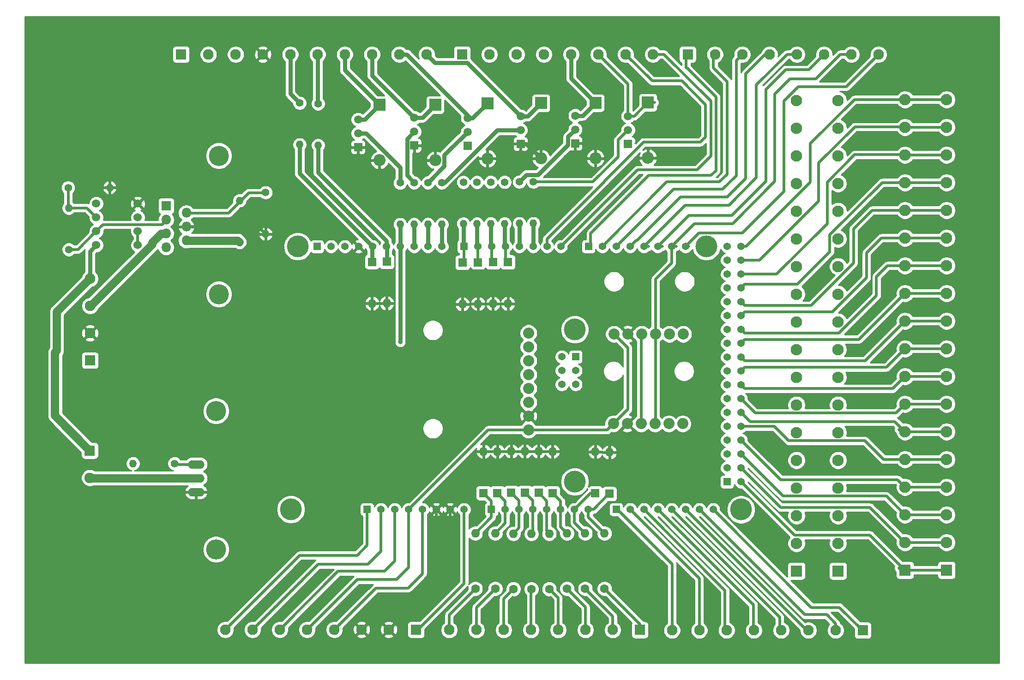
<source format=gbr>
%TF.GenerationSoftware,KiCad,Pcbnew,(5.1.6)-1*%
%TF.CreationDate,2021-02-16T12:14:24-05:00*%
%TF.ProjectId,F100_B200_Test_Bop_V2,46313030-5f42-4323-9030-5f546573745f,rev?*%
%TF.SameCoordinates,Original*%
%TF.FileFunction,Copper,L1,Top*%
%TF.FilePolarity,Positive*%
%FSLAX46Y46*%
G04 Gerber Fmt 4.6, Leading zero omitted, Abs format (unit mm)*
G04 Created by KiCad (PCBNEW (5.1.6)-1) date 2021-02-16 12:14:24*
%MOMM*%
%LPD*%
G01*
G04 APERTURE LIST*
%TA.AperFunction,ComponentPad*%
%ADD10C,3.686000*%
%TD*%
%TA.AperFunction,ComponentPad*%
%ADD11C,1.400000*%
%TD*%
%TA.AperFunction,ComponentPad*%
%ADD12O,1.400000X1.400000*%
%TD*%
%TA.AperFunction,ComponentPad*%
%ADD13O,1.600000X1.600000*%
%TD*%
%TA.AperFunction,ComponentPad*%
%ADD14R,1.600000X1.600000*%
%TD*%
%TA.AperFunction,ComponentPad*%
%ADD15O,2.200000X2.200000*%
%TD*%
%TA.AperFunction,ComponentPad*%
%ADD16R,2.200000X2.200000*%
%TD*%
%TA.AperFunction,ComponentPad*%
%ADD17C,1.500000*%
%TD*%
%TA.AperFunction,ComponentPad*%
%ADD18R,1.500000X1.500000*%
%TD*%
%TA.AperFunction,ComponentPad*%
%ADD19R,1.950000X1.950000*%
%TD*%
%TA.AperFunction,ComponentPad*%
%ADD20C,1.950000*%
%TD*%
%TA.AperFunction,ComponentPad*%
%ADD21R,1.370000X1.370000*%
%TD*%
%TA.AperFunction,ComponentPad*%
%ADD22C,1.370000*%
%TD*%
%TA.AperFunction,ComponentPad*%
%ADD23R,2.100000X2.100000*%
%TD*%
%TA.AperFunction,ComponentPad*%
%ADD24C,2.100000*%
%TD*%
%TA.AperFunction,ComponentPad*%
%ADD25C,1.600000*%
%TD*%
%TA.AperFunction,ComponentPad*%
%ADD26C,2.032000*%
%TD*%
%TA.AperFunction,ComponentPad*%
%ADD27R,1.800000X1.800000*%
%TD*%
%TA.AperFunction,ComponentPad*%
%ADD28O,1.800000X1.800000*%
%TD*%
%TA.AperFunction,ComponentPad*%
%ADD29O,3.048000X1.524000*%
%TD*%
%TA.AperFunction,ComponentPad*%
%ADD30C,1.524000*%
%TD*%
%TA.AperFunction,ViaPad*%
%ADD31C,4.000000*%
%TD*%
%TA.AperFunction,ViaPad*%
%ADD32C,0.800000*%
%TD*%
%TA.AperFunction,Conductor*%
%ADD33C,0.500000*%
%TD*%
%TA.AperFunction,Conductor*%
%ADD34C,0.750000*%
%TD*%
%TA.AperFunction,Conductor*%
%ADD35C,1.500000*%
%TD*%
%TA.AperFunction,Conductor*%
%ADD36C,0.250000*%
%TD*%
%TA.AperFunction,Conductor*%
%ADD37C,0.254000*%
%TD*%
G04 APERTURE END LIST*
D10*
%TO.P,HS1,S1*%
%TO.N,N/C*%
X85700000Y-98425000D03*
%TO.P,HS1,S2*%
X85700000Y-73025000D03*
%TD*%
D11*
%TO.P,R23,1*%
%TO.N,Net-(Q7-Pad2)*%
X122025000Y-31125000D03*
D12*
%TO.P,R23,2*%
%TO.N,/D10*%
X122025000Y-38745000D03*
%TD*%
D11*
%TO.P,R24,1*%
%TO.N,Net-(J14-Pad5)*%
X101050000Y-16525000D03*
D12*
%TO.P,R24,2*%
%TO.N,/D13*%
X101050000Y-24145000D03*
%TD*%
%TO.P,R25,2*%
%TO.N,/D12*%
X104400000Y-24270000D03*
D11*
%TO.P,R25,1*%
%TO.N,Net-(J14-Pad6)*%
X104400000Y-16650000D03*
%TD*%
D13*
%TO.P,D20,2*%
%TO.N,GND*%
X117025000Y-53270000D03*
D14*
%TO.P,D20,1*%
%TO.N,/D12*%
X117025000Y-45650000D03*
%TD*%
D15*
%TO.P,D17,2*%
%TO.N,GND*%
X115675000Y-27035000D03*
D16*
%TO.P,D17,1*%
%TO.N,Net-(D17-Pad1)*%
X115675000Y-16875000D03*
%TD*%
D17*
%TO.P,Q7,2*%
%TO.N,Net-(Q7-Pad2)*%
X122050000Y-21760000D03*
%TO.P,Q7,3*%
%TO.N,Net-(D18-Pad1)*%
X122050000Y-19220000D03*
D18*
%TO.P,Q7,1*%
%TO.N,GND*%
X122050000Y-24300000D03*
%TD*%
D12*
%TO.P,R22,2*%
%TO.N,/D11*%
X119450000Y-38795000D03*
D11*
%TO.P,R22,1*%
%TO.N,Net-(Q6-Pad2)*%
X119450000Y-31175000D03*
%TD*%
D18*
%TO.P,Q6,1*%
%TO.N,GND*%
X111750000Y-24625000D03*
D17*
%TO.P,Q6,3*%
%TO.N,Net-(D17-Pad1)*%
X111750000Y-19545000D03*
%TO.P,Q6,2*%
%TO.N,Net-(Q6-Pad2)*%
X111750000Y-22085000D03*
%TD*%
D14*
%TO.P,D19,1*%
%TO.N,/D13*%
X114325000Y-45675000D03*
D13*
%TO.P,D19,2*%
%TO.N,GND*%
X114325000Y-53295000D03*
%TD*%
D16*
%TO.P,D18,1*%
%TO.N,Net-(D18-Pad1)*%
X125900000Y-16850000D03*
D15*
%TO.P,D18,2*%
%TO.N,GND*%
X125900000Y-27010000D03*
%TD*%
D19*
%TO.P,J1,1*%
%TO.N,Net-(J1-Pad1)*%
X163450000Y-113225000D03*
D20*
%TO.P,J1,2*%
%TO.N,Net-(J1-Pad2)*%
X158450000Y-113225000D03*
%TO.P,J1,3*%
%TO.N,Net-(J1-Pad3)*%
X153450000Y-113225000D03*
%TO.P,J1,4*%
%TO.N,Net-(J1-Pad4)*%
X148450000Y-113225000D03*
%TO.P,J1,5*%
%TO.N,Net-(J1-Pad5)*%
X143450000Y-113225000D03*
%TO.P,J1,6*%
%TO.N,Net-(J1-Pad6)*%
X138450000Y-113225000D03*
%TO.P,J1,7*%
%TO.N,Net-(J1-Pad7)*%
X133450000Y-113225000D03*
%TO.P,J1,8*%
%TO.N,Net-(J1-Pad8)*%
X128450000Y-113225000D03*
%TD*%
D19*
%TO.P,J3,1*%
%TO.N,/CANT*%
X204325000Y-113300000D03*
D20*
%TO.P,J3,2*%
%TO.N,/CANR*%
X199325000Y-113300000D03*
%TO.P,J3,3*%
%TO.N,/DAC1*%
X194325000Y-113300000D03*
%TO.P,J3,4*%
%TO.N,/DAC0*%
X189325000Y-113300000D03*
%TO.P,J3,5*%
%TO.N,/A11*%
X184325000Y-113300000D03*
%TO.P,J3,6*%
%TO.N,/A10*%
X179325000Y-113300000D03*
%TO.P,J3,7*%
%TO.N,/A9*%
X174325000Y-113300000D03*
%TO.P,J3,8*%
%TO.N,/A8*%
X169325000Y-113300000D03*
%TD*%
D21*
%TO.P,J17,01*%
%TO.N,Net-(J16-Pad1)*%
X179425000Y-86025000D03*
D22*
%TO.P,J17,02*%
%TO.N,Net-(J17-Pad02)*%
X181965000Y-86025000D03*
%TO.P,J17,03*%
%TO.N,Net-(J16-Pad2)*%
X179425000Y-83485000D03*
%TO.P,J17,04*%
%TO.N,Net-(J17-Pad04)*%
X181965000Y-83485000D03*
%TO.P,J17,05*%
%TO.N,Net-(J16-Pad3)*%
X179425000Y-80945000D03*
%TO.P,J17,06*%
%TO.N,Net-(J17-Pad06)*%
X181965000Y-80945000D03*
%TO.P,J17,07*%
%TO.N,Net-(J16-Pad4)*%
X179425000Y-78405000D03*
%TO.P,J17,08*%
%TO.N,Net-(J17-Pad08)*%
X181965000Y-78405000D03*
%TO.P,J17,09*%
%TO.N,Net-(J16-Pad5)*%
X179425000Y-75865000D03*
%TO.P,J17,10*%
%TO.N,Net-(J17-Pad10)*%
X181965000Y-75865000D03*
%TO.P,J17,11*%
%TO.N,Net-(J16-Pad6)*%
X179425000Y-73325000D03*
%TO.P,J17,12*%
%TO.N,Net-(J17-Pad12)*%
X181965000Y-73325000D03*
%TO.P,J17,13*%
%TO.N,Net-(J16-Pad7)*%
X179425000Y-70785000D03*
%TO.P,J17,14*%
%TO.N,Net-(J17-Pad14)*%
X181965000Y-70785000D03*
%TO.P,J17,15*%
%TO.N,Net-(J16-Pad8)*%
X179425000Y-68245000D03*
%TO.P,J17,16*%
%TO.N,Net-(J17-Pad16)*%
X181965000Y-68245000D03*
%TO.P,J17,17*%
%TO.N,Net-(J16-Pad9)*%
X179425000Y-65705000D03*
%TO.P,J17,18*%
%TO.N,Net-(J17-Pad18)*%
X181965000Y-65705000D03*
%TO.P,J17,19*%
%TO.N,Net-(J16-Pad10)*%
X179425000Y-63165000D03*
%TO.P,J17,20*%
%TO.N,Net-(J17-Pad20)*%
X181965000Y-63165000D03*
%TO.P,J17,21*%
%TO.N,Net-(J16-Pad11)*%
X179425000Y-60625000D03*
%TO.P,J17,22*%
%TO.N,Net-(J17-Pad22)*%
X181965000Y-60625000D03*
%TO.P,J17,23*%
%TO.N,Net-(J16-Pad12)*%
X179425000Y-58085000D03*
%TO.P,J17,24*%
%TO.N,Net-(J17-Pad24)*%
X181965000Y-58085000D03*
%TO.P,J17,25*%
%TO.N,Net-(J16-Pad13)*%
X179425000Y-55545000D03*
%TO.P,J17,26*%
%TO.N,Net-(J17-Pad26)*%
X181965000Y-55545000D03*
%TO.P,J17,27*%
%TO.N,Net-(J16-Pad14)*%
X179425000Y-53005000D03*
%TO.P,J17,28*%
%TO.N,Net-(J17-Pad28)*%
X181965000Y-53005000D03*
%TO.P,J17,29*%
%TO.N,Net-(J16-Pad15)*%
X179425000Y-50465000D03*
%TO.P,J17,30*%
%TO.N,Net-(J17-Pad30)*%
X181965000Y-50465000D03*
%TO.P,J17,31*%
%TO.N,Net-(J16-Pad16)*%
X179425000Y-47925000D03*
%TO.P,J17,32*%
%TO.N,Net-(J17-Pad32)*%
X181965000Y-47925000D03*
%TO.P,J17,33*%
%TO.N,Net-(J16-Pad17)*%
X179425000Y-45385000D03*
%TO.P,J17,34*%
%TO.N,Net-(J17-Pad34)*%
X181965000Y-45385000D03*
%TO.P,J17,35*%
%TO.N,Net-(J16-Pad18)*%
X179425000Y-42845000D03*
%TO.P,J17,36*%
%TO.N,Net-(J17-Pad36)*%
X181965000Y-42845000D03*
%TD*%
D23*
%TO.P,J16,1*%
%TO.N,Net-(J16-Pad1)*%
X192150000Y-102400000D03*
D24*
%TO.P,J16,2*%
%TO.N,Net-(J16-Pad2)*%
X192150000Y-97320000D03*
%TO.P,J16,3*%
%TO.N,Net-(J16-Pad3)*%
X192150000Y-92240000D03*
%TO.P,J16,4*%
%TO.N,Net-(J16-Pad4)*%
X192150000Y-87160000D03*
%TO.P,J16,5*%
%TO.N,Net-(J16-Pad5)*%
X192150000Y-82080000D03*
%TO.P,J16,6*%
%TO.N,Net-(J16-Pad6)*%
X192150000Y-77000000D03*
%TO.P,J16,7*%
%TO.N,Net-(J16-Pad7)*%
X192150000Y-71920000D03*
%TO.P,J16,8*%
%TO.N,Net-(J16-Pad8)*%
X192150000Y-66840000D03*
%TO.P,J16,9*%
%TO.N,Net-(J16-Pad9)*%
X192150000Y-61760000D03*
%TO.P,J16,10*%
%TO.N,Net-(J16-Pad10)*%
X192150000Y-56680000D03*
%TO.P,J16,11*%
%TO.N,Net-(J16-Pad11)*%
X192150000Y-51600000D03*
%TO.P,J16,12*%
%TO.N,Net-(J16-Pad12)*%
X192150000Y-46520000D03*
%TO.P,J16,13*%
%TO.N,Net-(J16-Pad13)*%
X192150000Y-41440000D03*
%TO.P,J16,14*%
%TO.N,Net-(J16-Pad14)*%
X192150000Y-36360000D03*
%TO.P,J16,15*%
%TO.N,Net-(J16-Pad15)*%
X192150000Y-31280000D03*
%TO.P,J16,16*%
%TO.N,Net-(J16-Pad16)*%
X192150000Y-26200000D03*
%TO.P,J16,17*%
%TO.N,Net-(J16-Pad17)*%
X192150000Y-21120000D03*
%TO.P,J16,18*%
%TO.N,Net-(J16-Pad18)*%
X192150000Y-16040000D03*
D23*
%TO.P,J16,1*%
%TO.N,Net-(J16-Pad1)*%
X199770000Y-102400000D03*
D24*
%TO.P,J16,2*%
%TO.N,Net-(J16-Pad2)*%
X199770000Y-97320000D03*
%TO.P,J16,3*%
%TO.N,Net-(J16-Pad3)*%
X199770000Y-92240000D03*
%TO.P,J16,4*%
%TO.N,Net-(J16-Pad4)*%
X199770000Y-87160000D03*
%TO.P,J16,5*%
%TO.N,Net-(J16-Pad5)*%
X199770000Y-82080000D03*
%TO.P,J16,6*%
%TO.N,Net-(J16-Pad6)*%
X199770000Y-77000000D03*
%TO.P,J16,7*%
%TO.N,Net-(J16-Pad7)*%
X199770000Y-71920000D03*
%TO.P,J16,8*%
%TO.N,Net-(J16-Pad8)*%
X199770000Y-66840000D03*
%TO.P,J16,9*%
%TO.N,Net-(J16-Pad9)*%
X199770000Y-61760000D03*
%TO.P,J16,10*%
%TO.N,Net-(J16-Pad10)*%
X199770000Y-56680000D03*
%TO.P,J16,11*%
%TO.N,Net-(J16-Pad11)*%
X199770000Y-51600000D03*
%TO.P,J16,12*%
%TO.N,Net-(J16-Pad12)*%
X199770000Y-46520000D03*
%TO.P,J16,13*%
%TO.N,Net-(J16-Pad13)*%
X199770000Y-41440000D03*
%TO.P,J16,14*%
%TO.N,Net-(J16-Pad14)*%
X199770000Y-36360000D03*
%TO.P,J16,15*%
%TO.N,Net-(J16-Pad15)*%
X199770000Y-31280000D03*
%TO.P,J16,16*%
%TO.N,Net-(J16-Pad16)*%
X199770000Y-26200000D03*
%TO.P,J16,17*%
%TO.N,Net-(J16-Pad17)*%
X199770000Y-21120000D03*
%TO.P,J16,18*%
%TO.N,Net-(J16-Pad18)*%
X199770000Y-16040000D03*
%TD*%
D13*
%TO.P,R3,2*%
%TO.N,/A2*%
X140250000Y-95540000D03*
D25*
%TO.P,R3,1*%
%TO.N,Net-(J1-Pad6)*%
X140250000Y-105700000D03*
%TD*%
D26*
%TO.P,U2,VDD*%
%TO.N,/+3V3*%
X158682000Y-58918000D03*
%TO.P,U2,GND*%
%TO.N,GND*%
X161222000Y-58918000D03*
%TO.P,U2,SCL*%
%TO.N,/D21*%
X163762000Y-58918000D03*
%TO.P,U2,SDA*%
%TO.N,/D20*%
X166302000Y-58918000D03*
%TO.P,U2,A0*%
%TO.N,Net-(U2-PadA0)*%
X168842000Y-58918000D03*
%TO.P,U2,VOUT*%
%TO.N,Net-(U2-PadVOUT)*%
X171382000Y-58918000D03*
%TD*%
D20*
%TO.P,J15,8*%
%TO.N,/D21*%
X207200000Y-7600000D03*
%TO.P,J15,7*%
%TO.N,/D20*%
X202200000Y-7600000D03*
%TO.P,J15,6*%
%TO.N,/D19*%
X197200000Y-7600000D03*
%TO.P,J15,5*%
%TO.N,/D18*%
X192200000Y-7600000D03*
%TO.P,J15,4*%
%TO.N,/D17*%
X187200000Y-7600000D03*
%TO.P,J15,3*%
%TO.N,/D16*%
X182200000Y-7600000D03*
%TO.P,J15,2*%
%TO.N,/D15*%
X177200000Y-7600000D03*
D19*
%TO.P,J15,1*%
%TO.N,/D14*%
X172200000Y-7600000D03*
%TD*%
%TO.P,J5,1*%
%TO.N,Net-(J5-Pad1)*%
X130825000Y-7600000D03*
D20*
%TO.P,J5,2*%
%TO.N,Net-(J5-Pad2)*%
X135825000Y-7600000D03*
%TO.P,J5,3*%
%TO.N,Net-(J5-Pad3)*%
X140825000Y-7600000D03*
%TO.P,J5,4*%
%TO.N,Net-(J5-Pad4)*%
X145825000Y-7600000D03*
%TO.P,J5,5*%
%TO.N,Net-(D13-Pad1)*%
X150825000Y-7600000D03*
%TO.P,J5,6*%
%TO.N,Net-(D14-Pad1)*%
X155825000Y-7600000D03*
%TO.P,J5,7*%
%TO.N,/D1*%
X160825000Y-7600000D03*
%TO.P,J5,8*%
%TO.N,/D0*%
X165825000Y-7600000D03*
%TD*%
D13*
%TO.P,D1,2*%
%TO.N,GND*%
X134750000Y-80480000D03*
D14*
%TO.P,D1,1*%
%TO.N,/A0*%
X134750000Y-88100000D03*
%TD*%
%TO.P,D2,1*%
%TO.N,/A1*%
X137300000Y-88100000D03*
D13*
%TO.P,D2,2*%
%TO.N,GND*%
X137300000Y-80480000D03*
%TD*%
%TO.P,D3,2*%
%TO.N,GND*%
X139850000Y-80430000D03*
D14*
%TO.P,D3,1*%
%TO.N,/A2*%
X139850000Y-88050000D03*
%TD*%
%TO.P,D4,1*%
%TO.N,/A3*%
X142350000Y-88050000D03*
D13*
%TO.P,D4,2*%
%TO.N,GND*%
X142350000Y-80430000D03*
%TD*%
%TO.P,D5,2*%
%TO.N,GND*%
X144850000Y-80430000D03*
D14*
%TO.P,D5,1*%
%TO.N,/A4*%
X144850000Y-88050000D03*
%TD*%
%TO.P,D6,1*%
%TO.N,/A5*%
X147400000Y-88100000D03*
D13*
%TO.P,D6,2*%
%TO.N,GND*%
X147400000Y-80480000D03*
%TD*%
%TO.P,D7,2*%
%TO.N,GND*%
X155250000Y-80530000D03*
D14*
%TO.P,D7,1*%
%TO.N,/A6*%
X155250000Y-88150000D03*
%TD*%
%TO.P,D8,1*%
%TO.N,/A7*%
X157850000Y-88250000D03*
D13*
%TO.P,D8,2*%
%TO.N,GND*%
X157850000Y-80630000D03*
%TD*%
D16*
%TO.P,D14,1*%
%TO.N,Net-(D14-Pad1)*%
X164900000Y-16425000D03*
D15*
%TO.P,D14,2*%
%TO.N,GND*%
X164900000Y-26585000D03*
%TD*%
D16*
%TO.P,D15,1*%
%TO.N,Net-(D15-Pad1)*%
X135475000Y-16550000D03*
D15*
%TO.P,D15,2*%
%TO.N,GND*%
X135475000Y-26710000D03*
%TD*%
D10*
%TO.P,HS2,S2*%
%TO.N,N/C*%
X86200000Y-26200000D03*
%TO.P,HS2,S1*%
X86200000Y-51600000D03*
%TD*%
D27*
%TO.P,IC1,1*%
%TO.N,Net-(IC1-Pad1)*%
X76550000Y-35400000D03*
D28*
%TO.P,IC1,2*%
%TO.N,Net-(IC1-Pad2)*%
X80250000Y-36670000D03*
%TO.P,IC1,3*%
%TO.N,Net-(IC1-Pad3)*%
X76550000Y-37940000D03*
%TO.P,IC1,4*%
%TO.N,GND*%
X80250000Y-39210000D03*
%TO.P,IC1,5*%
%TO.N,/24VDC*%
X76550000Y-40480000D03*
%TO.P,IC1,6*%
%TO.N,/BatSimulator*%
X80250000Y-41750000D03*
%TO.P,IC1,7*%
%TO.N,Net-(IC1-Pad7)*%
X76550000Y-43020000D03*
%TD*%
D20*
%TO.P,J2,8*%
%TO.N,/NC*%
X87400000Y-113175000D03*
%TO.P,J2,7*%
%TO.N,/IOREF*%
X92400000Y-113175000D03*
%TO.P,J2,6*%
%TO.N,/RESET*%
X97400000Y-113175000D03*
%TO.P,J2,5*%
%TO.N,/+3V3*%
X102400000Y-113175000D03*
%TO.P,J2,4*%
%TO.N,/+5V*%
X107400000Y-113175000D03*
%TO.P,J2,3*%
%TO.N,GND*%
X112400000Y-113175000D03*
%TO.P,J2,2*%
X117400000Y-113175000D03*
D19*
%TO.P,J2,1*%
%TO.N,/VIN*%
X122400000Y-113175000D03*
%TD*%
D21*
%TO.P,J8,01*%
%TO.N,/A8*%
X159100000Y-91100000D03*
D22*
%TO.P,J8,02*%
%TO.N,/A9*%
X161640000Y-91100000D03*
%TO.P,J8,03*%
%TO.N,/A10*%
X164180000Y-91100000D03*
%TO.P,J8,04*%
%TO.N,/A11*%
X166720000Y-91100000D03*
%TO.P,J8,05*%
%TO.N,/DAC0*%
X169260000Y-91100000D03*
%TO.P,J8,06*%
%TO.N,/DAC1*%
X171800000Y-91100000D03*
%TO.P,J8,07*%
%TO.N,/CANR*%
X174340000Y-91100000D03*
%TO.P,J8,08*%
%TO.N,/CANT*%
X176880000Y-91100000D03*
%TD*%
%TO.P,J9,08*%
%TO.N,/A7*%
X153980000Y-91100000D03*
%TO.P,J9,07*%
%TO.N,/A6*%
X151440000Y-91100000D03*
%TO.P,J9,06*%
%TO.N,/A5*%
X148900000Y-91100000D03*
%TO.P,J9,05*%
%TO.N,/A4*%
X146360000Y-91100000D03*
%TO.P,J9,04*%
%TO.N,/A3*%
X143820000Y-91100000D03*
%TO.P,J9,03*%
%TO.N,/A2*%
X141280000Y-91100000D03*
%TO.P,J9,02*%
%TO.N,/A1*%
X138740000Y-91100000D03*
D21*
%TO.P,J9,01*%
%TO.N,/A0*%
X136200000Y-91100000D03*
%TD*%
%TO.P,J10,01*%
%TO.N,/NC*%
X113400000Y-91100000D03*
D22*
%TO.P,J10,02*%
%TO.N,/IOREF*%
X115940000Y-91100000D03*
%TO.P,J10,03*%
%TO.N,/RESET*%
X118480000Y-91100000D03*
%TO.P,J10,04*%
%TO.N,/+3V3*%
X121020000Y-91100000D03*
%TO.P,J10,05*%
%TO.N,/+5V*%
X123560000Y-91100000D03*
%TO.P,J10,06*%
%TO.N,GND*%
X126100000Y-91100000D03*
%TO.P,J10,07*%
X128640000Y-91100000D03*
%TO.P,J10,08*%
%TO.N,/VIN*%
X131180000Y-91100000D03*
%TD*%
D21*
%TO.P,J11,01*%
%TO.N,/D7*%
X131150000Y-42850000D03*
D22*
%TO.P,J11,02*%
%TO.N,/D6*%
X133690000Y-42850000D03*
%TO.P,J11,03*%
%TO.N,/D5*%
X136230000Y-42850000D03*
%TO.P,J11,04*%
%TO.N,/D4*%
X138770000Y-42850000D03*
%TO.P,J11,05*%
%TO.N,/D3*%
X141310000Y-42850000D03*
%TO.P,J11,06*%
%TO.N,/D2*%
X143850000Y-42850000D03*
%TO.P,J11,07*%
%TO.N,/D1*%
X146390000Y-42850000D03*
%TO.P,J11,08*%
%TO.N,/D0*%
X148930000Y-42850000D03*
%TD*%
D21*
%TO.P,J12,01*%
%TO.N,/SCL1*%
X104250000Y-42850000D03*
D22*
%TO.P,J12,02*%
%TO.N,/SDA1*%
X106790000Y-42850000D03*
%TO.P,J12,03*%
%TO.N,/AREF*%
X109330000Y-42850000D03*
%TO.P,J12,04*%
%TO.N,GND*%
X111870000Y-42850000D03*
%TO.P,J12,05*%
%TO.N,/D13*%
X114410000Y-42850000D03*
%TO.P,J12,06*%
%TO.N,/D12*%
X116950000Y-42850000D03*
%TO.P,J12,07*%
%TO.N,/D11*%
X119490000Y-42850000D03*
%TO.P,J12,08*%
%TO.N,/D10*%
X122030000Y-42850000D03*
%TO.P,J12,09*%
%TO.N,/D9*%
X124570000Y-42850000D03*
%TO.P,J12,10*%
%TO.N,/D8*%
X127110000Y-42850000D03*
%TD*%
%TO.P,J13,08*%
%TO.N,/D21*%
X171780000Y-42850000D03*
%TO.P,J13,07*%
%TO.N,/D20*%
X169240000Y-42850000D03*
%TO.P,J13,06*%
%TO.N,/D19*%
X166700000Y-42850000D03*
%TO.P,J13,05*%
%TO.N,/D18*%
X164160000Y-42850000D03*
%TO.P,J13,04*%
%TO.N,/D17*%
X161620000Y-42850000D03*
%TO.P,J13,03*%
%TO.N,/D16*%
X159080000Y-42850000D03*
%TO.P,J13,02*%
%TO.N,/D15*%
X156540000Y-42850000D03*
D21*
%TO.P,J13,01*%
%TO.N,/D14*%
X154000000Y-42850000D03*
%TD*%
D29*
%TO.P,Q1,1*%
%TO.N,Net-(Q1-Pad1)*%
X82060000Y-82835000D03*
%TO.P,Q1,2*%
%TO.N,Net-(J6-Pad2)*%
X82060000Y-85375000D03*
%TO.P,Q1,3*%
%TO.N,GND*%
X82060000Y-87915000D03*
%TD*%
D18*
%TO.P,Q2,1*%
%TO.N,GND*%
X151575000Y-23925000D03*
D17*
%TO.P,Q2,3*%
%TO.N,Net-(D13-Pad1)*%
X151575000Y-18845000D03*
%TO.P,Q2,2*%
%TO.N,Net-(Q2-Pad2)*%
X151575000Y-21385000D03*
%TD*%
%TO.P,Q3,2*%
%TO.N,Net-(Q3-Pad2)*%
X161250000Y-21485000D03*
%TO.P,Q3,3*%
%TO.N,Net-(D14-Pad1)*%
X161250000Y-18945000D03*
D18*
%TO.P,Q3,1*%
%TO.N,GND*%
X161250000Y-24025000D03*
%TD*%
D25*
%TO.P,R1,1*%
%TO.N,Net-(J1-Pad8)*%
X133250000Y-105650000D03*
D13*
%TO.P,R1,2*%
%TO.N,/A0*%
X133250000Y-95490000D03*
%TD*%
D25*
%TO.P,R2,1*%
%TO.N,Net-(J1-Pad7)*%
X136900000Y-105650000D03*
D13*
%TO.P,R2,2*%
%TO.N,/A1*%
X136900000Y-95490000D03*
%TD*%
D25*
%TO.P,R4,1*%
%TO.N,Net-(J1-Pad5)*%
X143550000Y-105750000D03*
D13*
%TO.P,R4,2*%
%TO.N,/A3*%
X143550000Y-95590000D03*
%TD*%
%TO.P,R5,2*%
%TO.N,/A4*%
X146800000Y-95540000D03*
D25*
%TO.P,R5,1*%
%TO.N,Net-(J1-Pad4)*%
X146800000Y-105700000D03*
%TD*%
%TO.P,R6,1*%
%TO.N,Net-(J1-Pad3)*%
X150050000Y-105650000D03*
D13*
%TO.P,R6,2*%
%TO.N,/A5*%
X150050000Y-95490000D03*
%TD*%
%TO.P,R7,2*%
%TO.N,/A6*%
X153400000Y-95490000D03*
D25*
%TO.P,R7,1*%
%TO.N,Net-(J1-Pad2)*%
X153400000Y-105650000D03*
%TD*%
%TO.P,R8,1*%
%TO.N,Net-(J1-Pad1)*%
X156950000Y-105650000D03*
D13*
%TO.P,R8,2*%
%TO.N,/A7*%
X156950000Y-95490000D03*
%TD*%
D11*
%TO.P,R11,1*%
%TO.N,Net-(IC1-Pad2)*%
X94800000Y-32950000D03*
D12*
%TO.P,R11,2*%
%TO.N,GND*%
X94800000Y-40570000D03*
%TD*%
%TO.P,R13,2*%
%TO.N,/D11*%
X70480000Y-82675000D03*
D11*
%TO.P,R13,1*%
%TO.N,Net-(Q1-Pad1)*%
X78100000Y-82675000D03*
%TD*%
D12*
%TO.P,R15,2*%
%TO.N,/D3*%
X141300000Y-38620000D03*
D11*
%TO.P,R15,1*%
%TO.N,Net-(Q2-Pad2)*%
X141300000Y-31000000D03*
%TD*%
%TO.P,R16,1*%
%TO.N,Net-(Q3-Pad2)*%
X143900000Y-31000000D03*
D12*
%TO.P,R16,2*%
%TO.N,/D2*%
X143900000Y-38620000D03*
%TD*%
D11*
%TO.P,R17,1*%
%TO.N,Net-(Q4-Pad2)*%
X124550000Y-31150000D03*
D12*
%TO.P,R17,2*%
%TO.N,/D9*%
X124550000Y-38770000D03*
%TD*%
%TO.P,R18,2*%
%TO.N,/D8*%
X127100000Y-38770000D03*
D11*
%TO.P,R18,1*%
%TO.N,Net-(Q5-Pad2)*%
X127100000Y-31150000D03*
%TD*%
D19*
%TO.P,J14,1*%
%TO.N,/SCL1*%
X79300000Y-7600000D03*
D20*
%TO.P,J14,2*%
%TO.N,/SDA1*%
X84300000Y-7600000D03*
%TO.P,J14,3*%
%TO.N,/AREF*%
X89300000Y-7600000D03*
%TO.P,J14,4*%
%TO.N,GND*%
X94300000Y-7600000D03*
%TO.P,J14,5*%
%TO.N,Net-(J14-Pad5)*%
X99300000Y-7600000D03*
%TO.P,J14,6*%
%TO.N,Net-(J14-Pad6)*%
X104300000Y-7600000D03*
%TO.P,J14,7*%
%TO.N,Net-(D17-Pad1)*%
X109300000Y-7600000D03*
%TO.P,J14,8*%
%TO.N,Net-(D18-Pad1)*%
X114300000Y-7600000D03*
%TO.P,J14,9*%
%TO.N,Net-(D15-Pad1)*%
X119300000Y-7600000D03*
%TO.P,J14,10*%
%TO.N,Net-(D16-Pad1)*%
X124300000Y-7600000D03*
%TD*%
D12*
%TO.P,R14,2*%
%TO.N,/D7*%
X131050000Y-38670000D03*
D11*
%TO.P,R14,1*%
%TO.N,Net-(J5-Pad1)*%
X131050000Y-31050000D03*
%TD*%
%TO.P,R21,1*%
%TO.N,Net-(J5-Pad4)*%
X138625000Y-31025000D03*
D12*
%TO.P,R21,2*%
%TO.N,/D4*%
X138625000Y-38645000D03*
%TD*%
D11*
%TO.P,R19,1*%
%TO.N,Net-(J5-Pad2)*%
X133550000Y-31050000D03*
D12*
%TO.P,R19,2*%
%TO.N,/D6*%
X133550000Y-38670000D03*
%TD*%
%TO.P,R20,2*%
%TO.N,/D5*%
X136075000Y-38645000D03*
D11*
%TO.P,R20,1*%
%TO.N,Net-(J5-Pad3)*%
X136075000Y-31025000D03*
%TD*%
D14*
%TO.P,D9,1*%
%TO.N,/D7*%
X130900000Y-45800000D03*
D13*
%TO.P,D9,2*%
%TO.N,GND*%
X130900000Y-53420000D03*
%TD*%
%TO.P,D10,2*%
%TO.N,GND*%
X133750000Y-53370000D03*
D14*
%TO.P,D10,1*%
%TO.N,/D6*%
X133750000Y-45750000D03*
%TD*%
%TO.P,D11,1*%
%TO.N,/D5*%
X136500000Y-45725000D03*
D13*
%TO.P,D11,2*%
%TO.N,GND*%
X136500000Y-53345000D03*
%TD*%
%TO.P,D12,2*%
%TO.N,GND*%
X139225000Y-53345000D03*
D14*
%TO.P,D12,1*%
%TO.N,/D4*%
X139225000Y-45725000D03*
%TD*%
D16*
%TO.P,D13,1*%
%TO.N,Net-(D13-Pad1)*%
X155275000Y-16500000D03*
D15*
%TO.P,D13,2*%
%TO.N,GND*%
X155275000Y-26660000D03*
%TD*%
%TO.P,D16,2*%
%TO.N,GND*%
X145300000Y-26685000D03*
D16*
%TO.P,D16,1*%
%TO.N,Net-(D16-Pad1)*%
X145300000Y-16525000D03*
%TD*%
D12*
%TO.P,R10,2*%
%TO.N,Net-(R10-Pad2)*%
X58700000Y-35780000D03*
D11*
%TO.P,R10,1*%
%TO.N,Net-(IC1-Pad3)*%
X58700000Y-43400000D03*
%TD*%
%TO.P,R12,1*%
%TO.N,/BatSimulator*%
X90000000Y-42050000D03*
D12*
%TO.P,R12,2*%
%TO.N,Net-(IC1-Pad2)*%
X90000000Y-34430000D03*
%TD*%
D11*
%TO.P,R9,1*%
%TO.N,Net-(R10-Pad2)*%
X58575000Y-32050000D03*
D12*
%TO.P,R9,2*%
%TO.N,GND*%
X66195000Y-32050000D03*
%TD*%
D24*
%TO.P,J18,18*%
%TO.N,Net-(J17-Pad36)*%
X219670000Y-15890000D03*
%TO.P,J18,17*%
%TO.N,Net-(J17-Pad34)*%
X219670000Y-20970000D03*
%TO.P,J18,16*%
%TO.N,Net-(J17-Pad32)*%
X219670000Y-26050000D03*
%TO.P,J18,15*%
%TO.N,Net-(J17-Pad30)*%
X219670000Y-31130000D03*
%TO.P,J18,14*%
%TO.N,Net-(J17-Pad28)*%
X219670000Y-36210000D03*
%TO.P,J18,13*%
%TO.N,Net-(J17-Pad26)*%
X219670000Y-41290000D03*
%TO.P,J18,12*%
%TO.N,Net-(J17-Pad24)*%
X219670000Y-46370000D03*
%TO.P,J18,11*%
%TO.N,Net-(J17-Pad22)*%
X219670000Y-51450000D03*
%TO.P,J18,10*%
%TO.N,Net-(J17-Pad20)*%
X219670000Y-56530000D03*
%TO.P,J18,9*%
%TO.N,Net-(J17-Pad18)*%
X219670000Y-61610000D03*
%TO.P,J18,8*%
%TO.N,Net-(J17-Pad16)*%
X219670000Y-66690000D03*
%TO.P,J18,7*%
%TO.N,Net-(J17-Pad14)*%
X219670000Y-71770000D03*
%TO.P,J18,6*%
%TO.N,Net-(J17-Pad12)*%
X219670000Y-76850000D03*
%TO.P,J18,5*%
%TO.N,Net-(J17-Pad10)*%
X219670000Y-81930000D03*
%TO.P,J18,4*%
%TO.N,Net-(J17-Pad08)*%
X219670000Y-87010000D03*
%TO.P,J18,3*%
%TO.N,Net-(J17-Pad06)*%
X219670000Y-92090000D03*
%TO.P,J18,2*%
%TO.N,Net-(J17-Pad04)*%
X219670000Y-97170000D03*
D23*
%TO.P,J18,1*%
%TO.N,Net-(J17-Pad02)*%
X219670000Y-102250000D03*
D24*
%TO.P,J18,18*%
%TO.N,Net-(J17-Pad36)*%
X212050000Y-15890000D03*
%TO.P,J18,17*%
%TO.N,Net-(J17-Pad34)*%
X212050000Y-20970000D03*
%TO.P,J18,16*%
%TO.N,Net-(J17-Pad32)*%
X212050000Y-26050000D03*
%TO.P,J18,15*%
%TO.N,Net-(J17-Pad30)*%
X212050000Y-31130000D03*
%TO.P,J18,14*%
%TO.N,Net-(J17-Pad28)*%
X212050000Y-36210000D03*
%TO.P,J18,13*%
%TO.N,Net-(J17-Pad26)*%
X212050000Y-41290000D03*
%TO.P,J18,12*%
%TO.N,Net-(J17-Pad24)*%
X212050000Y-46370000D03*
%TO.P,J18,11*%
%TO.N,Net-(J17-Pad22)*%
X212050000Y-51450000D03*
%TO.P,J18,10*%
%TO.N,Net-(J17-Pad20)*%
X212050000Y-56530000D03*
%TO.P,J18,9*%
%TO.N,Net-(J17-Pad18)*%
X212050000Y-61610000D03*
%TO.P,J18,8*%
%TO.N,Net-(J17-Pad16)*%
X212050000Y-66690000D03*
%TO.P,J18,7*%
%TO.N,Net-(J17-Pad14)*%
X212050000Y-71770000D03*
%TO.P,J18,6*%
%TO.N,Net-(J17-Pad12)*%
X212050000Y-76850000D03*
%TO.P,J18,5*%
%TO.N,Net-(J17-Pad10)*%
X212050000Y-81930000D03*
%TO.P,J18,4*%
%TO.N,Net-(J17-Pad08)*%
X212050000Y-87010000D03*
%TO.P,J18,3*%
%TO.N,Net-(J17-Pad06)*%
X212050000Y-92090000D03*
%TO.P,J18,2*%
%TO.N,Net-(J17-Pad04)*%
X212050000Y-97170000D03*
D23*
%TO.P,J18,1*%
%TO.N,Net-(J17-Pad02)*%
X212050000Y-102250000D03*
%TD*%
D21*
%TO.P,J19,01*%
%TO.N,/+5V_*%
X151650000Y-63100000D03*
D22*
%TO.P,J19,02*%
%TO.N,/MISO_*%
X149110000Y-63100000D03*
%TO.P,J19,03*%
%TO.N,/MOSI_*%
X151650000Y-65640000D03*
%TO.P,J19,04*%
%TO.N,/SCK_*%
X149110000Y-65640000D03*
%TO.P,J19,05*%
%TO.N,/GND_*%
X151650000Y-68180000D03*
%TO.P,J19,06*%
%TO.N,/RESET_*%
X149110000Y-68180000D03*
%TD*%
D26*
%TO.P,U3,VOUT*%
%TO.N,Net-(U3-PadVOUT)*%
X171282000Y-75368000D03*
%TO.P,U3,A0*%
%TO.N,Net-(U3-PadA0)*%
X168742000Y-75368000D03*
%TO.P,U3,SDA*%
%TO.N,/D20*%
X166202000Y-75368000D03*
%TO.P,U3,SCL*%
%TO.N,/D21*%
X163662000Y-75368000D03*
%TO.P,U3,GND*%
%TO.N,GND*%
X161122000Y-75368000D03*
%TO.P,U3,VDD*%
%TO.N,/+3V3*%
X158582000Y-75368000D03*
%TD*%
D30*
%TO.P,U4,8*%
%TO.N,/12VDC*%
X63730000Y-42600000D03*
%TO.P,U4,7*%
%TO.N,Net-(IC1-Pad3)*%
X63730000Y-40060000D03*
%TO.P,U4,6*%
%TO.N,Net-(R10-Pad2)*%
X63730000Y-37520000D03*
%TO.P,U4,5*%
%TO.N,Net-(U2-PadVOUT)*%
X63730000Y-34980000D03*
%TO.P,U4,4*%
%TO.N,GND*%
X71350000Y-34980000D03*
%TO.P,U4,3*%
%TO.N,Net-(U3-PadVOUT)*%
X71350000Y-37520000D03*
%TO.P,U4,2*%
%TO.N,Net-(IC1-Pad1)*%
X71350000Y-40060000D03*
%TO.P,U4,1*%
X71350000Y-42600000D03*
%TD*%
D19*
%TO.P,J6,1*%
%TO.N,/12VDC*%
X62550000Y-80300000D03*
D20*
%TO.P,J6,2*%
%TO.N,Net-(J6-Pad2)*%
X62550000Y-85300000D03*
%TD*%
D19*
%TO.P,J7,1*%
%TO.N,/BatSimulator*%
X62600000Y-63750000D03*
D20*
%TO.P,J7,2*%
%TO.N,GND*%
X62600000Y-58750000D03*
%TO.P,J7,3*%
%TO.N,/24VDC*%
X62600000Y-53750000D03*
%TO.P,J7,4*%
%TO.N,/12VDC*%
X62600000Y-48750000D03*
%TD*%
D26*
%TO.P,U6,VCC*%
%TO.N,/+3V3*%
X143010000Y-76520000D03*
%TO.P,U6,GND*%
%TO.N,GND*%
X143010000Y-73980000D03*
%TO.P,U6,SCL*%
%TO.N,/D21*%
X143010000Y-71440000D03*
%TO.P,U6,SDA*%
%TO.N,/D20*%
X143010000Y-68900000D03*
%TO.P,U6,ALERT*%
%TO.N,Net-(U6-PadALERT)*%
X143010000Y-66360000D03*
%TO.P,U6,VBUS*%
%TO.N,Net-(U6-PadVBUS)*%
X143010000Y-63820000D03*
%TO.P,U6,IN+*%
%TO.N,/Charger*%
X143010000Y-61280000D03*
%TO.P,U6,IN-*%
%TO.N,Net-(U6-PadIN-)*%
X143010000Y-58740000D03*
%TD*%
D17*
%TO.P,Q4,2*%
%TO.N,Net-(Q4-Pad2)*%
X131850000Y-21835000D03*
%TO.P,Q4,3*%
%TO.N,Net-(D15-Pad1)*%
X131850000Y-19295000D03*
D18*
%TO.P,Q4,1*%
%TO.N,GND*%
X131850000Y-24375000D03*
%TD*%
%TO.P,Q5,1*%
%TO.N,GND*%
X141550000Y-24025000D03*
D17*
%TO.P,Q5,3*%
%TO.N,Net-(D16-Pad1)*%
X141550000Y-18945000D03*
%TO.P,Q5,2*%
%TO.N,Net-(Q5-Pad2)*%
X141550000Y-21485000D03*
%TD*%
D31*
%TO.N,*%
X175625000Y-42850000D03*
X181975000Y-91125000D03*
X151500000Y-86025000D03*
X99425000Y-91100000D03*
X100675000Y-42850000D03*
X151475000Y-58100000D03*
D32*
%TO.N,GND*%
X147000000Y-74200000D03*
X151950000Y-70950000D03*
%TO.N,/D11*%
X119490000Y-60360000D03*
%TD*%
D33*
%TO.N,Net-(R10-Pad2)*%
X58575000Y-35655000D02*
X58700000Y-35780000D01*
X58575000Y-32050000D02*
X58575000Y-35655000D01*
X61990000Y-35780000D02*
X63730000Y-37520000D01*
X58700000Y-35780000D02*
X61990000Y-35780000D01*
%TO.N,GND*%
X128640000Y-91100000D02*
X128640000Y-104835000D01*
X128640000Y-104835000D02*
X124175000Y-109300000D01*
X121275000Y-109300000D02*
X117400000Y-113175000D01*
X124175000Y-109300000D02*
X121275000Y-109300000D01*
X126100000Y-91100000D02*
X126100000Y-103700000D01*
X126100000Y-103700000D02*
X122750000Y-107050000D01*
X118525000Y-107050000D02*
X112400000Y-113175000D01*
X122750000Y-107050000D02*
X118525000Y-107050000D01*
X93440000Y-39210000D02*
X94800000Y-40570000D01*
X80250000Y-39210000D02*
X93440000Y-39210000D01*
X157850000Y-78640000D02*
X161122000Y-75368000D01*
X157850000Y-80630000D02*
X157850000Y-78640000D01*
X148700000Y-74200000D02*
X151950000Y-70950000D01*
X147000000Y-74200000D02*
X148700000Y-74200000D01*
D34*
X142640000Y-24025000D02*
X145300000Y-26685000D01*
X141550000Y-24025000D02*
X142640000Y-24025000D01*
D33*
%TO.N,/A0*%
X136200000Y-89550000D02*
X134750000Y-88100000D01*
X136200000Y-91100000D02*
X136200000Y-89550000D01*
X136200000Y-92540000D02*
X133250000Y-95490000D01*
X136200000Y-91100000D02*
X136200000Y-92540000D01*
%TO.N,/A1*%
X138740000Y-89540000D02*
X137300000Y-88100000D01*
X138740000Y-91100000D02*
X138740000Y-89540000D01*
X138740000Y-93650000D02*
X136900000Y-95490000D01*
X138740000Y-91100000D02*
X138740000Y-93650000D01*
%TO.N,/A2*%
X141280000Y-89480000D02*
X139850000Y-88050000D01*
X141280000Y-91100000D02*
X141280000Y-89480000D01*
X141280000Y-94510000D02*
X140250000Y-95540000D01*
X141280000Y-91100000D02*
X141280000Y-94510000D01*
%TO.N,/A3*%
X143820000Y-89520000D02*
X142350000Y-88050000D01*
X143820000Y-91100000D02*
X143820000Y-89520000D01*
X143820000Y-95320000D02*
X143550000Y-95590000D01*
X143820000Y-91100000D02*
X143820000Y-95320000D01*
%TO.N,/A4*%
X146360000Y-95500000D02*
X146450000Y-95590000D01*
X146360000Y-89560000D02*
X144850000Y-88050000D01*
X146360000Y-91100000D02*
X146360000Y-89560000D01*
X146360000Y-95100000D02*
X146800000Y-95540000D01*
X146360000Y-91100000D02*
X146360000Y-95100000D01*
%TO.N,/A5*%
X148900000Y-89600000D02*
X147400000Y-88100000D01*
X148900000Y-91100000D02*
X148900000Y-89600000D01*
X148900000Y-94340000D02*
X150050000Y-95490000D01*
X148900000Y-91100000D02*
X148900000Y-94340000D01*
%TO.N,/A6*%
X154390000Y-88150000D02*
X155250000Y-88150000D01*
X151440000Y-91100000D02*
X154390000Y-88150000D01*
X151440000Y-93530000D02*
X153400000Y-95490000D01*
X151440000Y-91100000D02*
X151440000Y-93530000D01*
%TO.N,/A7*%
X157798736Y-88250000D02*
X157850000Y-88250000D01*
X154948736Y-91100000D02*
X157798736Y-88250000D01*
X153980000Y-91100000D02*
X154948736Y-91100000D01*
X153980000Y-92520000D02*
X156950000Y-95490000D01*
X153980000Y-91100000D02*
X153980000Y-92520000D01*
%TO.N,/D7*%
X131150000Y-45550000D02*
X130900000Y-45800000D01*
X131150000Y-42850000D02*
X131150000Y-45550000D01*
X131150000Y-38770000D02*
X131050000Y-38670000D01*
D34*
X131050000Y-42750000D02*
X131150000Y-42850000D01*
X131050000Y-38670000D02*
X131050000Y-42750000D01*
D33*
%TO.N,/D6*%
X133690000Y-45690000D02*
X133750000Y-45750000D01*
X133690000Y-42850000D02*
X133690000Y-45690000D01*
X133690000Y-38810000D02*
X133550000Y-38670000D01*
D34*
X133550000Y-42710000D02*
X133690000Y-42850000D01*
X133550000Y-38670000D02*
X133550000Y-42710000D01*
D33*
%TO.N,/D5*%
X136230000Y-45630000D02*
X136500000Y-45900000D01*
X136230000Y-42850000D02*
X136230000Y-45630000D01*
X136230000Y-38650000D02*
X136100000Y-38520000D01*
D34*
X136075000Y-42695000D02*
X136230000Y-42850000D01*
X136075000Y-38645000D02*
X136075000Y-42695000D01*
D33*
%TO.N,/D4*%
X138770000Y-45520000D02*
X139250000Y-46000000D01*
X138770000Y-42850000D02*
X138770000Y-45520000D01*
X138770000Y-38690000D02*
X138650000Y-38570000D01*
D34*
X138625000Y-42705000D02*
X138770000Y-42850000D01*
X138625000Y-38645000D02*
X138625000Y-42705000D01*
%TO.N,Net-(D13-Pad1)*%
X150825000Y-12050000D02*
X155275000Y-16500000D01*
X150825000Y-7600000D02*
X150825000Y-12050000D01*
X152930000Y-18845000D02*
X155275000Y-16500000D01*
X151575000Y-18845000D02*
X152930000Y-18845000D01*
D33*
%TO.N,Net-(D14-Pad1)*%
X162380000Y-18945000D02*
X164900000Y-16425000D01*
X161250000Y-18945000D02*
X162380000Y-18945000D01*
X166125000Y-16425000D02*
X164900000Y-16425000D01*
X161250000Y-13025000D02*
X155825000Y-7600000D01*
X161250000Y-18945000D02*
X161250000Y-13025000D01*
D34*
%TO.N,Net-(D15-Pad1)*%
X131825000Y-18746142D02*
X131825000Y-19295000D01*
X120678858Y-7600000D02*
X131825000Y-18746142D01*
X119300000Y-7600000D02*
X120678858Y-7600000D01*
X132730000Y-19295000D02*
X135475000Y-16550000D01*
X131825000Y-19295000D02*
X132730000Y-19295000D01*
%TO.N,Net-(D16-Pad1)*%
X131805001Y-9150001D02*
X141600000Y-18945000D01*
X125850001Y-9150001D02*
X131805001Y-9150001D01*
X124300000Y-7600000D02*
X125850001Y-9150001D01*
X142880000Y-18945000D02*
X145300000Y-16525000D01*
X141600000Y-18945000D02*
X142880000Y-18945000D01*
D33*
%TO.N,Net-(IC1-Pad1)*%
X71350000Y-42600000D02*
X71350000Y-40060000D01*
%TO.N,Net-(IC1-Pad2)*%
X88010000Y-36695000D02*
X91700000Y-33005000D01*
X80375000Y-36695000D02*
X88010000Y-36695000D01*
X94745000Y-33005000D02*
X94800000Y-32950000D01*
X91700000Y-33005000D02*
X94745000Y-33005000D01*
%TO.N,Net-(IC1-Pad3)*%
X60390000Y-43400000D02*
X63730000Y-40060000D01*
X58700000Y-43400000D02*
X60390000Y-43400000D01*
X75792001Y-38847999D02*
X76675000Y-37965000D01*
X64942001Y-38847999D02*
X75792001Y-38847999D01*
X63730000Y-40060000D02*
X64942001Y-38847999D01*
D35*
%TO.N,/24VDC*%
X76675000Y-40505000D02*
X75645000Y-40505000D01*
X75645000Y-40505000D02*
X74000000Y-42150000D01*
X62733762Y-53750000D02*
X62600000Y-53750000D01*
X74000000Y-42483762D02*
X62733762Y-53750000D01*
X74000000Y-42150000D02*
X74000000Y-42483762D01*
D33*
%TO.N,Net-(J1-Pad1)*%
X162925000Y-113225000D02*
X163450000Y-113225000D01*
X163450000Y-112150000D02*
X156950000Y-105650000D01*
X163450000Y-113225000D02*
X163450000Y-112150000D01*
%TO.N,Net-(J1-Pad2)*%
X158075000Y-112850000D02*
X158450000Y-113225000D01*
X158450000Y-110700000D02*
X153400000Y-105650000D01*
X158450000Y-113225000D02*
X158450000Y-110700000D01*
%TO.N,Net-(J1-Pad3)*%
X153225000Y-113000000D02*
X153450000Y-113225000D01*
X153450000Y-109050000D02*
X150050000Y-105650000D01*
X153450000Y-113225000D02*
X153450000Y-109050000D01*
%TO.N,Net-(J1-Pad4)*%
X148550000Y-113125000D02*
X148450000Y-113225000D01*
X148450000Y-107350000D02*
X146800000Y-105700000D01*
X148450000Y-113225000D02*
X148450000Y-107350000D01*
%TO.N,Net-(J1-Pad5)*%
X143550000Y-113125000D02*
X143450000Y-113225000D01*
X143450000Y-105850000D02*
X143550000Y-105750000D01*
X143450000Y-113225000D02*
X143450000Y-105850000D01*
%TO.N,Net-(J1-Pad6)*%
X138550000Y-113125000D02*
X138450000Y-113225000D01*
X138450000Y-107500000D02*
X140250000Y-105700000D01*
X138450000Y-113225000D02*
X138450000Y-107500000D01*
%TO.N,Net-(J1-Pad7)*%
X133500000Y-113175000D02*
X133450000Y-113225000D01*
X133450000Y-109100000D02*
X136900000Y-105650000D01*
X133450000Y-113225000D02*
X133450000Y-109100000D01*
%TO.N,Net-(J1-Pad8)*%
X128725000Y-112950000D02*
X128450000Y-113225000D01*
X128450000Y-110450000D02*
X133250000Y-105650000D01*
X128450000Y-113225000D02*
X128450000Y-110450000D01*
%TO.N,/NC*%
X113400000Y-91100000D02*
X113400000Y-97725000D01*
X113400000Y-97725000D02*
X111575000Y-99550000D01*
X101025000Y-99550000D02*
X87400000Y-113175000D01*
X111575000Y-99550000D02*
X101025000Y-99550000D01*
%TO.N,/IOREF*%
X115940000Y-91100000D02*
X115940000Y-98790000D01*
X115940000Y-98790000D02*
X113555000Y-101175000D01*
X104400000Y-101175000D02*
X92400000Y-113175000D01*
X113555000Y-101175000D02*
X104400000Y-101175000D01*
%TO.N,/RESET*%
X118480000Y-91100000D02*
X118480000Y-100595000D01*
X118480000Y-100595000D02*
X116600000Y-102475000D01*
X108100000Y-102475000D02*
X97400000Y-113175000D01*
X116600000Y-102475000D02*
X108100000Y-102475000D01*
%TO.N,/+5V*%
X123560000Y-91100000D02*
X123560000Y-102910000D01*
X123560000Y-102910000D02*
X120925000Y-105545000D01*
X115030000Y-105545000D02*
X107400000Y-113175000D01*
X120925000Y-105545000D02*
X115030000Y-105545000D01*
%TO.N,/VIN*%
X131180000Y-91100000D02*
X131180000Y-104680000D01*
X122685000Y-113175000D02*
X122400000Y-113175000D01*
X131180000Y-104680000D02*
X122685000Y-113175000D01*
%TO.N,/A8*%
X159100000Y-91100000D02*
X159250000Y-91100000D01*
X169325000Y-101175000D02*
X169325000Y-113300000D01*
X159250000Y-91100000D02*
X169325000Y-101175000D01*
%TO.N,/A9*%
X161640000Y-91100000D02*
X174325000Y-103785000D01*
X174325000Y-103785000D02*
X174325000Y-113300000D01*
%TO.N,/A10*%
X164180000Y-91100000D02*
X179030000Y-105950000D01*
X179030000Y-113005000D02*
X179325000Y-113300000D01*
X179030000Y-105950000D02*
X179030000Y-113005000D01*
%TO.N,/A11*%
X166720000Y-91100000D02*
X184250000Y-108630000D01*
X184250000Y-113225000D02*
X184325000Y-113300000D01*
X184250000Y-108630000D02*
X184250000Y-113225000D01*
%TO.N,/DAC0*%
X169260000Y-91100000D02*
X189060000Y-110900000D01*
X189060000Y-113035000D02*
X189325000Y-113300000D01*
X189060000Y-110900000D02*
X189060000Y-113035000D01*
%TO.N,/DAC1*%
X194000000Y-113300000D02*
X194325000Y-113300000D01*
X171800000Y-91100000D02*
X194000000Y-113300000D01*
%TO.N,/CANR*%
X199325000Y-112050000D02*
X199325000Y-113300000D01*
X174340000Y-91100000D02*
X193665000Y-110425000D01*
X197700000Y-110425000D02*
X199325000Y-112050000D01*
X193665000Y-110425000D02*
X197700000Y-110425000D01*
%TO.N,/CANT*%
X176880000Y-91100000D02*
X194880000Y-109100000D01*
X194880000Y-109100000D02*
X200050000Y-109100000D01*
X204250000Y-113300000D02*
X204325000Y-113300000D01*
X200050000Y-109100000D02*
X204250000Y-113300000D01*
D34*
%TO.N,/D3*%
X141310000Y-38630000D02*
X141300000Y-38620000D01*
X141310000Y-42850000D02*
X141310000Y-38630000D01*
D33*
%TO.N,/D2*%
X143850000Y-38670000D02*
X143900000Y-38620000D01*
D34*
X143850000Y-42850000D02*
X143850000Y-39625000D01*
X143900000Y-39575000D02*
X143900000Y-38620000D01*
X143850000Y-39625000D02*
X143900000Y-39575000D01*
D33*
%TO.N,/D1*%
X160825000Y-7600000D02*
X165700000Y-12475000D01*
X171125000Y-12475000D02*
X175450000Y-16800000D01*
X165700000Y-12475000D02*
X171125000Y-12475000D01*
X175450000Y-16800000D02*
X175450000Y-22775000D01*
X175450000Y-22775000D02*
X174525000Y-23700000D01*
X174525000Y-23700000D02*
X164125000Y-23700000D01*
X156900000Y-30925000D02*
X156900000Y-30950000D01*
X164125000Y-23700000D02*
X156900000Y-30925000D01*
X146390000Y-41460000D02*
X146390000Y-42850000D01*
X156900000Y-30950000D02*
X146390000Y-41460000D01*
%TO.N,/D0*%
X165825000Y-7600000D02*
X167875000Y-7600000D01*
X167875000Y-7600000D02*
X176450000Y-16175000D01*
X176450000Y-26225000D02*
X173900000Y-28775000D01*
X176450000Y-16175000D02*
X176450000Y-26225000D01*
X163005000Y-28775000D02*
X148930000Y-42850000D01*
X173900000Y-28775000D02*
X163005000Y-28775000D01*
D34*
%TO.N,/D13*%
X114325000Y-42935000D02*
X114410000Y-42850000D01*
X114325000Y-45675000D02*
X114325000Y-42935000D01*
X101050000Y-29490000D02*
X114410000Y-42850000D01*
X101050000Y-24145000D02*
X101050000Y-29490000D01*
%TO.N,/D12*%
X117025000Y-42925000D02*
X116950000Y-42850000D01*
X117025000Y-45650000D02*
X117025000Y-42925000D01*
X104400000Y-24270000D02*
X104400000Y-29250000D01*
X116950000Y-41800000D02*
X116950000Y-42850000D01*
X104400000Y-29250000D02*
X116950000Y-41800000D01*
%TO.N,/D11*%
X119450000Y-42810000D02*
X119490000Y-42850000D01*
X119450000Y-38795000D02*
X119450000Y-42810000D01*
X119490000Y-42850000D02*
X119490000Y-60360000D01*
X119490000Y-60360000D02*
X119490000Y-60360000D01*
%TO.N,/D10*%
X122025000Y-42845000D02*
X122030000Y-42850000D01*
X122025000Y-38745000D02*
X122025000Y-42845000D01*
%TO.N,/D9*%
X124550000Y-42830000D02*
X124570000Y-42850000D01*
X124550000Y-38770000D02*
X124550000Y-42830000D01*
%TO.N,/D8*%
X127100000Y-42840000D02*
X127110000Y-42850000D01*
X127100000Y-38770000D02*
X127100000Y-42840000D01*
D33*
%TO.N,/D21*%
X172400000Y-42850000D02*
X171780000Y-42850000D01*
D36*
X163762000Y-75268000D02*
X163662000Y-75368000D01*
D33*
X163662000Y-59018000D02*
X163762000Y-58918000D01*
X163662000Y-75368000D02*
X163662000Y-59018000D01*
X192469998Y-13500000D02*
X201300000Y-13500000D01*
X201300000Y-13500000D02*
X207200000Y-7600000D01*
X174230001Y-40399999D02*
X182200001Y-40399999D01*
X171780000Y-42850000D02*
X174230001Y-40399999D01*
X189850000Y-16119998D02*
X192469998Y-13500000D01*
X182200001Y-40399999D02*
X189850000Y-32750000D01*
X189850000Y-32750000D02*
X189850000Y-16119998D01*
%TO.N,/D20*%
X170100000Y-42850000D02*
X169240000Y-42850000D01*
X166302000Y-58918000D02*
X166302000Y-48848000D01*
X169240000Y-45910000D02*
X169240000Y-42850000D01*
X166302000Y-48848000D02*
X169240000Y-45910000D01*
X166302000Y-75268000D02*
X166202000Y-75368000D01*
X166302000Y-58918000D02*
X166302000Y-75268000D01*
X201925000Y-7875000D02*
X202200000Y-7600000D01*
X169240000Y-42850000D02*
X173450000Y-38640000D01*
X173450000Y-38640000D02*
X180440000Y-38640000D01*
X180440000Y-38640000D02*
X188150000Y-30930000D01*
X188150000Y-30930000D02*
X188150000Y-14900000D01*
X188150000Y-14900000D02*
X190950000Y-12100000D01*
X190950000Y-12100000D02*
X195650000Y-12100000D01*
X200150000Y-7600000D02*
X202200000Y-7600000D01*
X195650000Y-12100000D02*
X200150000Y-7600000D01*
%TO.N,/D19*%
X167560198Y-42850000D02*
X166700000Y-42850000D01*
X196925000Y-7875000D02*
X197200000Y-7600000D01*
X166700000Y-42850000D02*
X172400000Y-37150000D01*
X172400000Y-37150000D02*
X180250000Y-37150000D01*
X180250000Y-37150000D02*
X186550000Y-30850000D01*
X186550000Y-30850000D02*
X186550000Y-13950000D01*
X186550000Y-13950000D02*
X186600000Y-13950000D01*
X186600000Y-13950000D02*
X190150000Y-10400000D01*
X194400000Y-10400000D02*
X197200000Y-7600000D01*
X190150000Y-10400000D02*
X194400000Y-10400000D01*
%TO.N,/D18*%
X165020198Y-42850000D02*
X164160000Y-42850000D01*
X190400000Y-7600000D02*
X192200000Y-7600000D01*
X171700000Y-35310000D02*
X179740000Y-35310000D01*
X184800000Y-30250000D02*
X184800000Y-13200000D01*
X164160000Y-42850000D02*
X171700000Y-35310000D01*
X179740000Y-35310000D02*
X184800000Y-30250000D01*
X184800000Y-13200000D02*
X190400000Y-7600000D01*
%TO.N,/D17*%
X162755001Y-41714999D02*
X162935001Y-41714999D01*
X161620000Y-42850000D02*
X162755001Y-41714999D01*
X162935001Y-41714999D02*
X170900000Y-33750000D01*
X170900000Y-33750000D02*
X179450000Y-33750000D01*
X179450000Y-33750000D02*
X182850000Y-30350000D01*
X182850000Y-30350000D02*
X182850000Y-11100000D01*
X182850000Y-11100000D02*
X182900000Y-11100000D01*
X186400000Y-7600000D02*
X187200000Y-7600000D01*
X182900000Y-11100000D02*
X186400000Y-7600000D01*
%TO.N,/D16*%
X178600000Y-32350000D02*
X181100000Y-29850000D01*
X181100000Y-29850000D02*
X181100000Y-8700000D01*
X159080000Y-42850000D02*
X169580000Y-32350000D01*
X181100000Y-8700000D02*
X182200000Y-7600000D01*
X169580000Y-32350000D02*
X178600000Y-32350000D01*
%TO.N,/D15*%
X156604002Y-42850000D02*
X156540000Y-42850000D01*
X179425000Y-29580000D02*
X179425000Y-12600000D01*
X177990000Y-31015000D02*
X179425000Y-29580000D01*
X156540000Y-42850000D02*
X168375000Y-31015000D01*
X179425000Y-12600000D02*
X176925000Y-10100000D01*
X168375000Y-31015000D02*
X177990000Y-31015000D01*
X176925000Y-7875000D02*
X177200000Y-7600000D01*
X176925000Y-10100000D02*
X176925000Y-7875000D01*
%TO.N,/D14*%
X154400000Y-42450000D02*
X154000000Y-42850000D01*
X165040998Y-29825000D02*
X154400000Y-40465998D01*
X172050000Y-10100000D02*
X177375000Y-15425000D01*
X171925000Y-10100000D02*
X172050000Y-10100000D01*
X154400000Y-40465998D02*
X154400000Y-42450000D01*
X177375000Y-15425000D02*
X177375000Y-28925000D01*
X177375000Y-28925000D02*
X176475000Y-29825000D01*
X176475000Y-29825000D02*
X165040998Y-29825000D01*
X171925000Y-7875000D02*
X172200000Y-7600000D01*
X171925000Y-10100000D02*
X171925000Y-7875000D01*
%TO.N,Net-(Q1-Pad1)*%
X78260000Y-82835000D02*
X78100000Y-82675000D01*
X82060000Y-82835000D02*
X78260000Y-82835000D01*
D35*
%TO.N,Net-(J6-Pad2)*%
X62625000Y-85375000D02*
X62550000Y-85300000D01*
X82060000Y-85375000D02*
X62625000Y-85375000D01*
D34*
%TO.N,Net-(Q2-Pad2)*%
X142575001Y-29724999D02*
X141300000Y-31000000D01*
X144739003Y-29724999D02*
X142575001Y-29724999D01*
X150249999Y-24214003D02*
X144739003Y-29724999D01*
X150249999Y-22710001D02*
X150249999Y-24214003D01*
X151575000Y-21385000D02*
X150249999Y-22710001D01*
D33*
%TO.N,Net-(Q3-Pad2)*%
X161250000Y-21485000D02*
X159425000Y-23310000D01*
X159425000Y-23310000D02*
X159425000Y-26400000D01*
X154825000Y-31000000D02*
X143900000Y-31000000D01*
X159425000Y-26400000D02*
X154825000Y-31000000D01*
D34*
%TO.N,Net-(Q4-Pad2)*%
X127575001Y-28124999D02*
X124550000Y-31150000D01*
X127575001Y-26084999D02*
X127575001Y-28124999D01*
X131825000Y-21835000D02*
X127575001Y-26084999D01*
%TO.N,Net-(Q5-Pad2)*%
X127585002Y-31150000D02*
X127100000Y-31150000D01*
X137250002Y-21485000D02*
X127585002Y-31150000D01*
X141600000Y-21485000D02*
X137250002Y-21485000D01*
D33*
%TO.N,Net-(J17-Pad02)*%
X210899999Y-101849999D02*
X212100000Y-103050000D01*
X205619999Y-95819999D02*
X212050000Y-102250000D01*
X191759999Y-95819999D02*
X205619999Y-95819999D01*
X181965000Y-86025000D02*
X191759999Y-95819999D01*
X212050000Y-102250000D02*
X219670000Y-102250000D01*
%TO.N,Net-(J17-Pad04)*%
X205619999Y-90739999D02*
X212050000Y-97170000D01*
X189219999Y-90739999D02*
X205619999Y-90739999D01*
X181965000Y-83485000D02*
X189219999Y-90739999D01*
X212050000Y-97170000D02*
X219670000Y-97170000D01*
%TO.N,Net-(J17-Pad06)*%
X208620001Y-88660001D02*
X212050000Y-92090000D01*
X189680001Y-88660001D02*
X208620001Y-88660001D01*
X181965000Y-80945000D02*
X189680001Y-88660001D01*
X212050000Y-92090000D02*
X219670000Y-92090000D01*
%TO.N,Net-(J17-Pad08)*%
X210699999Y-85659999D02*
X212050000Y-87010000D01*
X189219999Y-85659999D02*
X210699999Y-85659999D01*
X181965000Y-78405000D02*
X189219999Y-85659999D01*
X212050000Y-87010000D02*
X219670000Y-87010000D01*
%TO.N,Net-(J17-Pad10)*%
X208129998Y-81930000D02*
X212050000Y-81930000D01*
X204699999Y-78500001D02*
X208129998Y-81930000D01*
X190700001Y-78500001D02*
X204699999Y-78500001D01*
X181965000Y-75865000D02*
X188065000Y-75865000D01*
X188065000Y-75865000D02*
X190700001Y-78500001D01*
X212050000Y-81930000D02*
X219670000Y-81930000D01*
%TO.N,Net-(J17-Pad12)*%
X210899999Y-76449999D02*
X212100000Y-77650000D01*
X210200000Y-75000000D02*
X212050000Y-76850000D01*
X181965000Y-73325000D02*
X183640000Y-75000000D01*
X183640000Y-75000000D02*
X210200000Y-75000000D01*
X212050000Y-76850000D02*
X219670000Y-76850000D01*
%TO.N,Net-(J17-Pad14)*%
X210399999Y-73420001D02*
X212050000Y-71770000D01*
X184600001Y-73420001D02*
X210399999Y-73420001D01*
X181965000Y-70785000D02*
X184600001Y-73420001D01*
X212050000Y-71770000D02*
X219670000Y-71770000D01*
%TO.N,Net-(J17-Pad16)*%
X209810001Y-68929999D02*
X212050000Y-66690000D01*
X182649999Y-68929999D02*
X209810001Y-68929999D01*
X181965000Y-68245000D02*
X182649999Y-68929999D01*
X212050000Y-66690000D02*
X219670000Y-66690000D01*
%TO.N,Net-(J17-Pad18)*%
X208639999Y-65020001D02*
X212050000Y-61610000D01*
X182649999Y-65020001D02*
X208639999Y-65020001D01*
X181965000Y-65705000D02*
X182649999Y-65020001D01*
X212050000Y-61610000D02*
X219670000Y-61610000D01*
%TO.N,Net-(J17-Pad20)*%
X204730001Y-63849999D02*
X212050000Y-56530000D01*
X182649999Y-63849999D02*
X204730001Y-63849999D01*
X181965000Y-63165000D02*
X182649999Y-63849999D01*
X212050000Y-56530000D02*
X219670000Y-56530000D01*
%TO.N,Net-(J17-Pad22)*%
X181965000Y-60625000D02*
X182690000Y-59900000D01*
X203600000Y-59900000D02*
X212050000Y-51450000D01*
X182690000Y-59900000D02*
X203600000Y-59900000D01*
X212050000Y-51450000D02*
X219670000Y-51450000D01*
%TO.N,Net-(J17-Pad24)*%
X208830000Y-46370000D02*
X212050000Y-46370000D01*
X182649999Y-58769999D02*
X199900003Y-58769999D01*
X206800000Y-48400000D02*
X208830000Y-46370000D01*
X181965000Y-58085000D02*
X182649999Y-58769999D01*
X199900003Y-58769999D02*
X206800000Y-51870002D01*
X206800000Y-51870002D02*
X206800000Y-48400000D01*
X212050000Y-46370000D02*
X219670000Y-46370000D01*
%TO.N,Net-(J17-Pad26)*%
X198730001Y-54860001D02*
X205000000Y-48590002D01*
X181965000Y-55545000D02*
X182649999Y-54860001D01*
X182649999Y-54860001D02*
X198730001Y-54860001D01*
X205000000Y-48590002D02*
X205000000Y-44000000D01*
X207710000Y-41290000D02*
X212050000Y-41290000D01*
X205000000Y-44000000D02*
X207710000Y-41290000D01*
X212050000Y-41290000D02*
X219670000Y-41290000D01*
%TO.N,Net-(J17-Pad28)*%
X194820003Y-53689999D02*
X202600000Y-45910002D01*
X181965000Y-53005000D02*
X182649999Y-53689999D01*
X182649999Y-53689999D02*
X194820003Y-53689999D01*
X202600000Y-45910002D02*
X202600000Y-39600000D01*
X205990000Y-36210000D02*
X212050000Y-36210000D01*
X202600000Y-39600000D02*
X205990000Y-36210000D01*
X212050000Y-36210000D02*
X219670000Y-36210000D01*
%TO.N,Net-(J17-Pad30)*%
X182649999Y-49780001D02*
X192319999Y-49780001D01*
X181965000Y-50465000D02*
X182649999Y-49780001D01*
X207859998Y-31130000D02*
X212050000Y-31130000D01*
X198269999Y-40719999D02*
X207859998Y-31130000D01*
X198269999Y-43830001D02*
X198269999Y-40719999D01*
X192319999Y-49780001D02*
X198269999Y-43830001D01*
X212050000Y-31130000D02*
X219670000Y-31130000D01*
%TO.N,Net-(J17-Pad32)*%
X188524998Y-47925000D02*
X197800000Y-38649998D01*
X181965000Y-47925000D02*
X188524998Y-47925000D01*
X197800000Y-31029998D02*
X202829998Y-26000000D01*
X197800000Y-38649998D02*
X197800000Y-31029998D01*
X212000000Y-26000000D02*
X212050000Y-26050000D01*
X202829998Y-26000000D02*
X212000000Y-26000000D01*
X212050000Y-26050000D02*
X219670000Y-26050000D01*
%TO.N,Net-(J17-Pad34)*%
X211980000Y-20900000D02*
X212050000Y-20970000D01*
X185345002Y-45385000D02*
X196230002Y-34500000D01*
X196230002Y-27519996D02*
X202849998Y-20900000D01*
X181965000Y-45385000D02*
X185345002Y-45385000D01*
X196230002Y-34500000D02*
X196230002Y-27519996D01*
X202849998Y-20900000D02*
X211980000Y-20900000D01*
X212050000Y-20970000D02*
X219670000Y-20970000D01*
%TO.N,Net-(J17-Pad36)*%
X182933736Y-42845000D02*
X194700000Y-31078736D01*
X181965000Y-42845000D02*
X182933736Y-42845000D01*
X202779998Y-15890000D02*
X212050000Y-15890000D01*
X194700000Y-23969998D02*
X202779998Y-15890000D01*
X194700000Y-31078736D02*
X194700000Y-23969998D01*
X212050000Y-15890000D02*
X219670000Y-15890000D01*
%TO.N,/+3V3*%
X121020000Y-91100000D02*
X121020000Y-101770000D01*
X121020000Y-101770000D02*
X118815000Y-103975000D01*
X111600000Y-103975000D02*
X102400000Y-113175000D01*
X118815000Y-103975000D02*
X111600000Y-103975000D01*
X158682000Y-58918000D02*
X161214000Y-61450000D01*
X161214000Y-72736000D02*
X158582000Y-75368000D01*
X161214000Y-61450000D02*
X161214000Y-72736000D01*
X135600000Y-76520000D02*
X143010000Y-76520000D01*
X121020000Y-91100000D02*
X135600000Y-76520000D01*
X157430000Y-76520000D02*
X158582000Y-75368000D01*
X143010000Y-76520000D02*
X157430000Y-76520000D01*
D35*
%TO.N,/12VDC*%
X62600000Y-80250000D02*
X62550000Y-80300000D01*
D34*
X62600000Y-43730000D02*
X63730000Y-42600000D01*
X62600000Y-48750000D02*
X62600000Y-43730000D01*
D35*
X62600000Y-48750000D02*
X56500000Y-54850000D01*
X56500000Y-61975000D02*
X56175000Y-62300000D01*
X56500000Y-54850000D02*
X56500000Y-61975000D01*
X56175000Y-73925000D02*
X62550000Y-80300000D01*
X56175000Y-62300000D02*
X56175000Y-73925000D01*
%TO.N,/BatSimulator*%
X89725000Y-41775000D02*
X90000000Y-42050000D01*
X80375000Y-41775000D02*
X89725000Y-41775000D01*
D34*
%TO.N,Net-(D17-Pad1)*%
X109300000Y-10500000D02*
X115675000Y-16875000D01*
X109300000Y-7600000D02*
X109300000Y-10500000D01*
X113005000Y-19545000D02*
X115675000Y-16875000D01*
X111750000Y-19545000D02*
X113005000Y-19545000D01*
%TO.N,Net-(D18-Pad1)*%
X114300000Y-11470000D02*
X122050000Y-19220000D01*
X114300000Y-7600000D02*
X114300000Y-11470000D01*
X123530000Y-19220000D02*
X125900000Y-16850000D01*
X122050000Y-19220000D02*
X123530000Y-19220000D01*
%TO.N,Net-(J14-Pad5)*%
X99300000Y-14775000D02*
X101050000Y-16525000D01*
X99300000Y-7600000D02*
X99300000Y-14775000D01*
%TO.N,Net-(J14-Pad6)*%
X104300000Y-16550000D02*
X104400000Y-16650000D01*
X104300000Y-7600000D02*
X104300000Y-16550000D01*
%TO.N,Net-(Q6-Pad2)*%
X113204002Y-22085000D02*
X111750000Y-22085000D01*
X119450000Y-28330998D02*
X113204002Y-22085000D01*
X119450000Y-31175000D02*
X119450000Y-28330998D01*
%TO.N,Net-(Q7-Pad2)*%
X120724999Y-23085001D02*
X122050000Y-21760000D01*
X120724999Y-29824999D02*
X120724999Y-23085001D01*
X122025000Y-31125000D02*
X120724999Y-29824999D01*
%TD*%
D37*
%TO.N,GND*%
G36*
X229315001Y-119315000D02*
G01*
X50685000Y-119315000D01*
X50685000Y-113016429D01*
X85790000Y-113016429D01*
X85790000Y-113333571D01*
X85851871Y-113644620D01*
X85973237Y-113937621D01*
X86149431Y-114201315D01*
X86373685Y-114425569D01*
X86637379Y-114601763D01*
X86930380Y-114723129D01*
X87241429Y-114785000D01*
X87558571Y-114785000D01*
X87869620Y-114723129D01*
X88162621Y-114601763D01*
X88426315Y-114425569D01*
X88650569Y-114201315D01*
X88826763Y-113937621D01*
X88948129Y-113644620D01*
X89010000Y-113333571D01*
X89010000Y-113016429D01*
X88976843Y-112849735D01*
X101391579Y-100435000D01*
X103907043Y-100435000D01*
X103905941Y-100435589D01*
X103804953Y-100518468D01*
X103804951Y-100518470D01*
X103771183Y-100546183D01*
X103743470Y-100579951D01*
X92725265Y-111598157D01*
X92558571Y-111565000D01*
X92241429Y-111565000D01*
X91930380Y-111626871D01*
X91637379Y-111748237D01*
X91373685Y-111924431D01*
X91149431Y-112148685D01*
X90973237Y-112412379D01*
X90851871Y-112705380D01*
X90790000Y-113016429D01*
X90790000Y-113333571D01*
X90851871Y-113644620D01*
X90973237Y-113937621D01*
X91149431Y-114201315D01*
X91373685Y-114425569D01*
X91637379Y-114601763D01*
X91930380Y-114723129D01*
X92241429Y-114785000D01*
X92558571Y-114785000D01*
X92869620Y-114723129D01*
X93162621Y-114601763D01*
X93426315Y-114425569D01*
X93650569Y-114201315D01*
X93826763Y-113937621D01*
X93948129Y-113644620D01*
X94010000Y-113333571D01*
X94010000Y-113016429D01*
X93976843Y-112849735D01*
X104766579Y-102060000D01*
X107263421Y-102060000D01*
X97725265Y-111598157D01*
X97558571Y-111565000D01*
X97241429Y-111565000D01*
X96930380Y-111626871D01*
X96637379Y-111748237D01*
X96373685Y-111924431D01*
X96149431Y-112148685D01*
X95973237Y-112412379D01*
X95851871Y-112705380D01*
X95790000Y-113016429D01*
X95790000Y-113333571D01*
X95851871Y-113644620D01*
X95973237Y-113937621D01*
X96149431Y-114201315D01*
X96373685Y-114425569D01*
X96637379Y-114601763D01*
X96930380Y-114723129D01*
X97241429Y-114785000D01*
X97558571Y-114785000D01*
X97869620Y-114723129D01*
X98162621Y-114601763D01*
X98426315Y-114425569D01*
X98650569Y-114201315D01*
X98826763Y-113937621D01*
X98948129Y-113644620D01*
X99010000Y-113333571D01*
X99010000Y-113016429D01*
X98976843Y-112849735D01*
X108466579Y-103360000D01*
X110959844Y-103360000D01*
X110943470Y-103379951D01*
X102725265Y-111598157D01*
X102558571Y-111565000D01*
X102241429Y-111565000D01*
X101930380Y-111626871D01*
X101637379Y-111748237D01*
X101373685Y-111924431D01*
X101149431Y-112148685D01*
X100973237Y-112412379D01*
X100851871Y-112705380D01*
X100790000Y-113016429D01*
X100790000Y-113333571D01*
X100851871Y-113644620D01*
X100973237Y-113937621D01*
X101149431Y-114201315D01*
X101373685Y-114425569D01*
X101637379Y-114601763D01*
X101930380Y-114723129D01*
X102241429Y-114785000D01*
X102558571Y-114785000D01*
X102869620Y-114723129D01*
X103162621Y-114601763D01*
X103426315Y-114425569D01*
X103650569Y-114201315D01*
X103826763Y-113937621D01*
X103948129Y-113644620D01*
X104010000Y-113333571D01*
X104010000Y-113016429D01*
X103976843Y-112849735D01*
X111966579Y-104860000D01*
X114469641Y-104860000D01*
X114434953Y-104888468D01*
X114434951Y-104888470D01*
X114401183Y-104916183D01*
X114373470Y-104949951D01*
X107725265Y-111598157D01*
X107558571Y-111565000D01*
X107241429Y-111565000D01*
X106930380Y-111626871D01*
X106637379Y-111748237D01*
X106373685Y-111924431D01*
X106149431Y-112148685D01*
X105973237Y-112412379D01*
X105851871Y-112705380D01*
X105790000Y-113016429D01*
X105790000Y-113333571D01*
X105851871Y-113644620D01*
X105973237Y-113937621D01*
X106149431Y-114201315D01*
X106373685Y-114425569D01*
X106637379Y-114601763D01*
X106930380Y-114723129D01*
X107241429Y-114785000D01*
X107558571Y-114785000D01*
X107869620Y-114723129D01*
X108162621Y-114601763D01*
X108426315Y-114425569D01*
X108559300Y-114292584D01*
X111462021Y-114292584D01*
X111554766Y-114554429D01*
X111840120Y-114692820D01*
X112146990Y-114772883D01*
X112463584Y-114791540D01*
X112777733Y-114748074D01*
X113077367Y-114644156D01*
X113245234Y-114554429D01*
X113337979Y-114292584D01*
X116462021Y-114292584D01*
X116554766Y-114554429D01*
X116840120Y-114692820D01*
X117146990Y-114772883D01*
X117463584Y-114791540D01*
X117777733Y-114748074D01*
X118077367Y-114644156D01*
X118245234Y-114554429D01*
X118337979Y-114292584D01*
X117400000Y-113354605D01*
X116462021Y-114292584D01*
X113337979Y-114292584D01*
X112400000Y-113354605D01*
X111462021Y-114292584D01*
X108559300Y-114292584D01*
X108650569Y-114201315D01*
X108826763Y-113937621D01*
X108948129Y-113644620D01*
X109010000Y-113333571D01*
X109010000Y-113238584D01*
X110783460Y-113238584D01*
X110826926Y-113552733D01*
X110930844Y-113852367D01*
X111020571Y-114020234D01*
X111282416Y-114112979D01*
X112220395Y-113175000D01*
X112579605Y-113175000D01*
X113517584Y-114112979D01*
X113779429Y-114020234D01*
X113917820Y-113734880D01*
X113997883Y-113428010D01*
X114009045Y-113238584D01*
X115783460Y-113238584D01*
X115826926Y-113552733D01*
X115930844Y-113852367D01*
X116020571Y-114020234D01*
X116282416Y-114112979D01*
X117220395Y-113175000D01*
X117579605Y-113175000D01*
X118517584Y-114112979D01*
X118779429Y-114020234D01*
X118917820Y-113734880D01*
X118997883Y-113428010D01*
X119016540Y-113111416D01*
X118973074Y-112797267D01*
X118869156Y-112497633D01*
X118779429Y-112329766D01*
X118517584Y-112237021D01*
X117579605Y-113175000D01*
X117220395Y-113175000D01*
X116282416Y-112237021D01*
X116020571Y-112329766D01*
X115882180Y-112615120D01*
X115802117Y-112921990D01*
X115783460Y-113238584D01*
X114009045Y-113238584D01*
X114016540Y-113111416D01*
X113973074Y-112797267D01*
X113869156Y-112497633D01*
X113779429Y-112329766D01*
X113517584Y-112237021D01*
X112579605Y-113175000D01*
X112220395Y-113175000D01*
X111282416Y-112237021D01*
X111020571Y-112329766D01*
X110882180Y-112615120D01*
X110802117Y-112921990D01*
X110783460Y-113238584D01*
X109010000Y-113238584D01*
X109010000Y-113016429D01*
X108976843Y-112849735D01*
X109769162Y-112057416D01*
X111462021Y-112057416D01*
X112400000Y-112995395D01*
X113337979Y-112057416D01*
X116462021Y-112057416D01*
X117400000Y-112995395D01*
X118195395Y-112200000D01*
X120786928Y-112200000D01*
X120786928Y-114150000D01*
X120799188Y-114274482D01*
X120835498Y-114394180D01*
X120894463Y-114504494D01*
X120973815Y-114601185D01*
X121070506Y-114680537D01*
X121180820Y-114739502D01*
X121300518Y-114775812D01*
X121425000Y-114788072D01*
X123375000Y-114788072D01*
X123499482Y-114775812D01*
X123619180Y-114739502D01*
X123729494Y-114680537D01*
X123826185Y-114601185D01*
X123905537Y-114504494D01*
X123964502Y-114394180D01*
X124000812Y-114274482D01*
X124013072Y-114150000D01*
X124013072Y-113098506D01*
X131775049Y-105336530D01*
X131808817Y-105308817D01*
X131869448Y-105234938D01*
X131815000Y-105508665D01*
X131815000Y-105791335D01*
X131821983Y-105826439D01*
X127854952Y-109793470D01*
X127821184Y-109821183D01*
X127793471Y-109854951D01*
X127793468Y-109854954D01*
X127710590Y-109955941D01*
X127628412Y-110109687D01*
X127577805Y-110276510D01*
X127560719Y-110450000D01*
X127565001Y-110493479D01*
X127565000Y-111880007D01*
X127423685Y-111974431D01*
X127199431Y-112198685D01*
X127023237Y-112462379D01*
X126901871Y-112755380D01*
X126840000Y-113066429D01*
X126840000Y-113383571D01*
X126901871Y-113694620D01*
X127023237Y-113987621D01*
X127199431Y-114251315D01*
X127423685Y-114475569D01*
X127687379Y-114651763D01*
X127980380Y-114773129D01*
X128291429Y-114835000D01*
X128608571Y-114835000D01*
X128919620Y-114773129D01*
X129212621Y-114651763D01*
X129476315Y-114475569D01*
X129700569Y-114251315D01*
X129876763Y-113987621D01*
X129998129Y-113694620D01*
X130060000Y-113383571D01*
X130060000Y-113066429D01*
X131840000Y-113066429D01*
X131840000Y-113383571D01*
X131901871Y-113694620D01*
X132023237Y-113987621D01*
X132199431Y-114251315D01*
X132423685Y-114475569D01*
X132687379Y-114651763D01*
X132980380Y-114773129D01*
X133291429Y-114835000D01*
X133608571Y-114835000D01*
X133919620Y-114773129D01*
X134212621Y-114651763D01*
X134476315Y-114475569D01*
X134700569Y-114251315D01*
X134876763Y-113987621D01*
X134998129Y-113694620D01*
X135060000Y-113383571D01*
X135060000Y-113066429D01*
X136840000Y-113066429D01*
X136840000Y-113383571D01*
X136901871Y-113694620D01*
X137023237Y-113987621D01*
X137199431Y-114251315D01*
X137423685Y-114475569D01*
X137687379Y-114651763D01*
X137980380Y-114773129D01*
X138291429Y-114835000D01*
X138608571Y-114835000D01*
X138919620Y-114773129D01*
X139212621Y-114651763D01*
X139476315Y-114475569D01*
X139700569Y-114251315D01*
X139876763Y-113987621D01*
X139998129Y-113694620D01*
X140060000Y-113383571D01*
X140060000Y-113066429D01*
X141840000Y-113066429D01*
X141840000Y-113383571D01*
X141901871Y-113694620D01*
X142023237Y-113987621D01*
X142199431Y-114251315D01*
X142423685Y-114475569D01*
X142687379Y-114651763D01*
X142980380Y-114773129D01*
X143291429Y-114835000D01*
X143608571Y-114835000D01*
X143919620Y-114773129D01*
X144212621Y-114651763D01*
X144476315Y-114475569D01*
X144700569Y-114251315D01*
X144876763Y-113987621D01*
X144998129Y-113694620D01*
X145060000Y-113383571D01*
X145060000Y-113066429D01*
X144998129Y-112755380D01*
X144876763Y-112462379D01*
X144700569Y-112198685D01*
X144476315Y-111974431D01*
X144335000Y-111880008D01*
X144335000Y-106951339D01*
X144464759Y-106864637D01*
X144664637Y-106664759D01*
X144821680Y-106429727D01*
X144929853Y-106168574D01*
X144985000Y-105891335D01*
X144985000Y-105608665D01*
X144975055Y-105558665D01*
X145365000Y-105558665D01*
X145365000Y-105841335D01*
X145420147Y-106118574D01*
X145528320Y-106379727D01*
X145685363Y-106614759D01*
X145885241Y-106814637D01*
X146120273Y-106971680D01*
X146381426Y-107079853D01*
X146658665Y-107135000D01*
X146941335Y-107135000D01*
X146976439Y-107128017D01*
X147565001Y-107716580D01*
X147565000Y-111880008D01*
X147423685Y-111974431D01*
X147199431Y-112198685D01*
X147023237Y-112462379D01*
X146901871Y-112755380D01*
X146840000Y-113066429D01*
X146840000Y-113383571D01*
X146901871Y-113694620D01*
X147023237Y-113987621D01*
X147199431Y-114251315D01*
X147423685Y-114475569D01*
X147687379Y-114651763D01*
X147980380Y-114773129D01*
X148291429Y-114835000D01*
X148608571Y-114835000D01*
X148919620Y-114773129D01*
X149212621Y-114651763D01*
X149476315Y-114475569D01*
X149700569Y-114251315D01*
X149876763Y-113987621D01*
X149998129Y-113694620D01*
X150060000Y-113383571D01*
X150060000Y-113066429D01*
X149998129Y-112755380D01*
X149876763Y-112462379D01*
X149700569Y-112198685D01*
X149476315Y-111974431D01*
X149335000Y-111880008D01*
X149335000Y-107393465D01*
X149339281Y-107349999D01*
X149335000Y-107306533D01*
X149335000Y-107306523D01*
X149322195Y-107176510D01*
X149271589Y-107009687D01*
X149189411Y-106855941D01*
X149078817Y-106721183D01*
X149045049Y-106693470D01*
X148228017Y-105876439D01*
X148235000Y-105841335D01*
X148235000Y-105558665D01*
X148225055Y-105508665D01*
X148615000Y-105508665D01*
X148615000Y-105791335D01*
X148670147Y-106068574D01*
X148778320Y-106329727D01*
X148935363Y-106564759D01*
X149135241Y-106764637D01*
X149370273Y-106921680D01*
X149631426Y-107029853D01*
X149908665Y-107085000D01*
X150191335Y-107085000D01*
X150226439Y-107078017D01*
X152565001Y-109416580D01*
X152565000Y-111880007D01*
X152423685Y-111974431D01*
X152199431Y-112198685D01*
X152023237Y-112462379D01*
X151901871Y-112755380D01*
X151840000Y-113066429D01*
X151840000Y-113383571D01*
X151901871Y-113694620D01*
X152023237Y-113987621D01*
X152199431Y-114251315D01*
X152423685Y-114475569D01*
X152687379Y-114651763D01*
X152980380Y-114773129D01*
X153291429Y-114835000D01*
X153608571Y-114835000D01*
X153919620Y-114773129D01*
X154212621Y-114651763D01*
X154476315Y-114475569D01*
X154700569Y-114251315D01*
X154876763Y-113987621D01*
X154998129Y-113694620D01*
X155060000Y-113383571D01*
X155060000Y-113066429D01*
X154998129Y-112755380D01*
X154876763Y-112462379D01*
X154700569Y-112198685D01*
X154476315Y-111974431D01*
X154335000Y-111880008D01*
X154335000Y-109093465D01*
X154339281Y-109049999D01*
X154335000Y-109006533D01*
X154335000Y-109006523D01*
X154322195Y-108876510D01*
X154271589Y-108709687D01*
X154189411Y-108555941D01*
X154147566Y-108504953D01*
X154106532Y-108454953D01*
X154106530Y-108454951D01*
X154078817Y-108421183D01*
X154045049Y-108393470D01*
X151478017Y-105826439D01*
X151485000Y-105791335D01*
X151485000Y-105508665D01*
X151965000Y-105508665D01*
X151965000Y-105791335D01*
X152020147Y-106068574D01*
X152128320Y-106329727D01*
X152285363Y-106564759D01*
X152485241Y-106764637D01*
X152720273Y-106921680D01*
X152981426Y-107029853D01*
X153258665Y-107085000D01*
X153541335Y-107085000D01*
X153576439Y-107078017D01*
X157565001Y-111066580D01*
X157565001Y-111880007D01*
X157423685Y-111974431D01*
X157199431Y-112198685D01*
X157023237Y-112462379D01*
X156901871Y-112755380D01*
X156840000Y-113066429D01*
X156840000Y-113383571D01*
X156901871Y-113694620D01*
X157023237Y-113987621D01*
X157199431Y-114251315D01*
X157423685Y-114475569D01*
X157687379Y-114651763D01*
X157980380Y-114773129D01*
X158291429Y-114835000D01*
X158608571Y-114835000D01*
X158919620Y-114773129D01*
X159212621Y-114651763D01*
X159476315Y-114475569D01*
X159700569Y-114251315D01*
X159876763Y-113987621D01*
X159998129Y-113694620D01*
X160060000Y-113383571D01*
X160060000Y-113066429D01*
X159998129Y-112755380D01*
X159876763Y-112462379D01*
X159700569Y-112198685D01*
X159476315Y-111974431D01*
X159335000Y-111880008D01*
X159335000Y-110743465D01*
X159339281Y-110699999D01*
X159335000Y-110656533D01*
X159335000Y-110656523D01*
X159322195Y-110526510D01*
X159271589Y-110359687D01*
X159189411Y-110205941D01*
X159078817Y-110071183D01*
X159045049Y-110043470D01*
X154828017Y-105826439D01*
X154835000Y-105791335D01*
X154835000Y-105508665D01*
X155515000Y-105508665D01*
X155515000Y-105791335D01*
X155570147Y-106068574D01*
X155678320Y-106329727D01*
X155835363Y-106564759D01*
X156035241Y-106764637D01*
X156270273Y-106921680D01*
X156531426Y-107029853D01*
X156808665Y-107085000D01*
X157091335Y-107085000D01*
X157126439Y-107078017D01*
X161944276Y-111895855D01*
X161885498Y-112005820D01*
X161849188Y-112125518D01*
X161836928Y-112250000D01*
X161836928Y-114200000D01*
X161849188Y-114324482D01*
X161885498Y-114444180D01*
X161944463Y-114554494D01*
X162023815Y-114651185D01*
X162120506Y-114730537D01*
X162230820Y-114789502D01*
X162350518Y-114825812D01*
X162475000Y-114838072D01*
X164425000Y-114838072D01*
X164549482Y-114825812D01*
X164669180Y-114789502D01*
X164779494Y-114730537D01*
X164876185Y-114651185D01*
X164955537Y-114554494D01*
X165014502Y-114444180D01*
X165050812Y-114324482D01*
X165063072Y-114200000D01*
X165063072Y-112250000D01*
X165050812Y-112125518D01*
X165014502Y-112005820D01*
X164955537Y-111895506D01*
X164876185Y-111798815D01*
X164779494Y-111719463D01*
X164669180Y-111660498D01*
X164549482Y-111624188D01*
X164425000Y-111611928D01*
X164153290Y-111611928D01*
X164134704Y-111589281D01*
X164106532Y-111554953D01*
X164106530Y-111554951D01*
X164078817Y-111521183D01*
X164045049Y-111493470D01*
X158378017Y-105826439D01*
X158385000Y-105791335D01*
X158385000Y-105508665D01*
X158329853Y-105231426D01*
X158221680Y-104970273D01*
X158064637Y-104735241D01*
X157864759Y-104535363D01*
X157629727Y-104378320D01*
X157368574Y-104270147D01*
X157091335Y-104215000D01*
X156808665Y-104215000D01*
X156531426Y-104270147D01*
X156270273Y-104378320D01*
X156035241Y-104535363D01*
X155835363Y-104735241D01*
X155678320Y-104970273D01*
X155570147Y-105231426D01*
X155515000Y-105508665D01*
X154835000Y-105508665D01*
X154779853Y-105231426D01*
X154671680Y-104970273D01*
X154514637Y-104735241D01*
X154314759Y-104535363D01*
X154079727Y-104378320D01*
X153818574Y-104270147D01*
X153541335Y-104215000D01*
X153258665Y-104215000D01*
X152981426Y-104270147D01*
X152720273Y-104378320D01*
X152485241Y-104535363D01*
X152285363Y-104735241D01*
X152128320Y-104970273D01*
X152020147Y-105231426D01*
X151965000Y-105508665D01*
X151485000Y-105508665D01*
X151429853Y-105231426D01*
X151321680Y-104970273D01*
X151164637Y-104735241D01*
X150964759Y-104535363D01*
X150729727Y-104378320D01*
X150468574Y-104270147D01*
X150191335Y-104215000D01*
X149908665Y-104215000D01*
X149631426Y-104270147D01*
X149370273Y-104378320D01*
X149135241Y-104535363D01*
X148935363Y-104735241D01*
X148778320Y-104970273D01*
X148670147Y-105231426D01*
X148615000Y-105508665D01*
X148225055Y-105508665D01*
X148179853Y-105281426D01*
X148071680Y-105020273D01*
X147914637Y-104785241D01*
X147714759Y-104585363D01*
X147479727Y-104428320D01*
X147218574Y-104320147D01*
X146941335Y-104265000D01*
X146658665Y-104265000D01*
X146381426Y-104320147D01*
X146120273Y-104428320D01*
X145885241Y-104585363D01*
X145685363Y-104785241D01*
X145528320Y-105020273D01*
X145420147Y-105281426D01*
X145365000Y-105558665D01*
X144975055Y-105558665D01*
X144929853Y-105331426D01*
X144821680Y-105070273D01*
X144664637Y-104835241D01*
X144464759Y-104635363D01*
X144229727Y-104478320D01*
X143968574Y-104370147D01*
X143691335Y-104315000D01*
X143408665Y-104315000D01*
X143131426Y-104370147D01*
X142870273Y-104478320D01*
X142635241Y-104635363D01*
X142435363Y-104835241D01*
X142278320Y-105070273D01*
X142170147Y-105331426D01*
X142115000Y-105608665D01*
X142115000Y-105891335D01*
X142170147Y-106168574D01*
X142278320Y-106429727D01*
X142435363Y-106664759D01*
X142565001Y-106794397D01*
X142565000Y-111880008D01*
X142423685Y-111974431D01*
X142199431Y-112198685D01*
X142023237Y-112462379D01*
X141901871Y-112755380D01*
X141840000Y-113066429D01*
X140060000Y-113066429D01*
X139998129Y-112755380D01*
X139876763Y-112462379D01*
X139700569Y-112198685D01*
X139476315Y-111974431D01*
X139335000Y-111880008D01*
X139335000Y-107866578D01*
X140073561Y-107128017D01*
X140108665Y-107135000D01*
X140391335Y-107135000D01*
X140668574Y-107079853D01*
X140929727Y-106971680D01*
X141164759Y-106814637D01*
X141364637Y-106614759D01*
X141521680Y-106379727D01*
X141629853Y-106118574D01*
X141685000Y-105841335D01*
X141685000Y-105558665D01*
X141629853Y-105281426D01*
X141521680Y-105020273D01*
X141364637Y-104785241D01*
X141164759Y-104585363D01*
X140929727Y-104428320D01*
X140668574Y-104320147D01*
X140391335Y-104265000D01*
X140108665Y-104265000D01*
X139831426Y-104320147D01*
X139570273Y-104428320D01*
X139335241Y-104585363D01*
X139135363Y-104785241D01*
X138978320Y-105020273D01*
X138870147Y-105281426D01*
X138815000Y-105558665D01*
X138815000Y-105841335D01*
X138821983Y-105876439D01*
X137854951Y-106843471D01*
X137821184Y-106871183D01*
X137793471Y-106904951D01*
X137793468Y-106904954D01*
X137710590Y-107005941D01*
X137628412Y-107159687D01*
X137577805Y-107326510D01*
X137560719Y-107500000D01*
X137565001Y-107543479D01*
X137565000Y-111880008D01*
X137423685Y-111974431D01*
X137199431Y-112198685D01*
X137023237Y-112462379D01*
X136901871Y-112755380D01*
X136840000Y-113066429D01*
X135060000Y-113066429D01*
X134998129Y-112755380D01*
X134876763Y-112462379D01*
X134700569Y-112198685D01*
X134476315Y-111974431D01*
X134335000Y-111880008D01*
X134335000Y-109466578D01*
X136723561Y-107078017D01*
X136758665Y-107085000D01*
X137041335Y-107085000D01*
X137318574Y-107029853D01*
X137579727Y-106921680D01*
X137814759Y-106764637D01*
X138014637Y-106564759D01*
X138171680Y-106329727D01*
X138279853Y-106068574D01*
X138335000Y-105791335D01*
X138335000Y-105508665D01*
X138279853Y-105231426D01*
X138171680Y-104970273D01*
X138014637Y-104735241D01*
X137814759Y-104535363D01*
X137579727Y-104378320D01*
X137318574Y-104270147D01*
X137041335Y-104215000D01*
X136758665Y-104215000D01*
X136481426Y-104270147D01*
X136220273Y-104378320D01*
X135985241Y-104535363D01*
X135785363Y-104735241D01*
X135628320Y-104970273D01*
X135520147Y-105231426D01*
X135465000Y-105508665D01*
X135465000Y-105791335D01*
X135471983Y-105826439D01*
X132854951Y-108443471D01*
X132821184Y-108471183D01*
X132793471Y-108504951D01*
X132793468Y-108504954D01*
X132710590Y-108605941D01*
X132628412Y-108759687D01*
X132577805Y-108926510D01*
X132560719Y-109100000D01*
X132565001Y-109143479D01*
X132565000Y-111880007D01*
X132423685Y-111974431D01*
X132199431Y-112198685D01*
X132023237Y-112462379D01*
X131901871Y-112755380D01*
X131840000Y-113066429D01*
X130060000Y-113066429D01*
X129998129Y-112755380D01*
X129876763Y-112462379D01*
X129700569Y-112198685D01*
X129476315Y-111974431D01*
X129335000Y-111880008D01*
X129335000Y-110816578D01*
X133073561Y-107078017D01*
X133108665Y-107085000D01*
X133391335Y-107085000D01*
X133668574Y-107029853D01*
X133929727Y-106921680D01*
X134164759Y-106764637D01*
X134364637Y-106564759D01*
X134521680Y-106329727D01*
X134629853Y-106068574D01*
X134685000Y-105791335D01*
X134685000Y-105508665D01*
X134629853Y-105231426D01*
X134521680Y-104970273D01*
X134364637Y-104735241D01*
X134164759Y-104535363D01*
X133929727Y-104378320D01*
X133668574Y-104270147D01*
X133391335Y-104215000D01*
X133108665Y-104215000D01*
X132831426Y-104270147D01*
X132570273Y-104378320D01*
X132335241Y-104535363D01*
X132135363Y-104735241D01*
X132048739Y-104864884D01*
X132052195Y-104853490D01*
X132065000Y-104723477D01*
X132065000Y-104723467D01*
X132069281Y-104680001D01*
X132065000Y-104636535D01*
X132065000Y-96299453D01*
X132135363Y-96404759D01*
X132335241Y-96604637D01*
X132570273Y-96761680D01*
X132831426Y-96869853D01*
X133108665Y-96925000D01*
X133391335Y-96925000D01*
X133668574Y-96869853D01*
X133929727Y-96761680D01*
X134164759Y-96604637D01*
X134364637Y-96404759D01*
X134521680Y-96169727D01*
X134629853Y-95908574D01*
X134685000Y-95631335D01*
X134685000Y-95348665D01*
X134678017Y-95313561D01*
X136795049Y-93196530D01*
X136828817Y-93168817D01*
X136939411Y-93034059D01*
X137021589Y-92880313D01*
X137072195Y-92713490D01*
X137085000Y-92583477D01*
X137085000Y-92583467D01*
X137089281Y-92540001D01*
X137085000Y-92496534D01*
X137085000Y-92387904D01*
X137129180Y-92374502D01*
X137239494Y-92315537D01*
X137336185Y-92236185D01*
X137415537Y-92139494D01*
X137474502Y-92029180D01*
X137510812Y-91909482D01*
X137523072Y-91785000D01*
X137523072Y-91611403D01*
X137570231Y-91725255D01*
X137714689Y-91941451D01*
X137855000Y-92081762D01*
X137855001Y-93283420D01*
X137076439Y-94061983D01*
X137041335Y-94055000D01*
X136758665Y-94055000D01*
X136481426Y-94110147D01*
X136220273Y-94218320D01*
X135985241Y-94375363D01*
X135785363Y-94575241D01*
X135628320Y-94810273D01*
X135520147Y-95071426D01*
X135465000Y-95348665D01*
X135465000Y-95631335D01*
X135520147Y-95908574D01*
X135628320Y-96169727D01*
X135785363Y-96404759D01*
X135985241Y-96604637D01*
X136220273Y-96761680D01*
X136481426Y-96869853D01*
X136758665Y-96925000D01*
X137041335Y-96925000D01*
X137318574Y-96869853D01*
X137579727Y-96761680D01*
X137814759Y-96604637D01*
X138014637Y-96404759D01*
X138171680Y-96169727D01*
X138279853Y-95908574D01*
X138335000Y-95631335D01*
X138335000Y-95348665D01*
X138328017Y-95313561D01*
X139335049Y-94306530D01*
X139368817Y-94278817D01*
X139479411Y-94144059D01*
X139561589Y-93990313D01*
X139603101Y-93853468D01*
X139612195Y-93823491D01*
X139620910Y-93735000D01*
X139625000Y-93693477D01*
X139625000Y-93693469D01*
X139629281Y-93650000D01*
X139625000Y-93606531D01*
X139625000Y-92081762D01*
X139765311Y-91941451D01*
X139909769Y-91725255D01*
X140009273Y-91485030D01*
X140010000Y-91481375D01*
X140010727Y-91485030D01*
X140110231Y-91725255D01*
X140254689Y-91941451D01*
X140395000Y-92081762D01*
X140395001Y-94105729D01*
X140391335Y-94105000D01*
X140108665Y-94105000D01*
X139831426Y-94160147D01*
X139570273Y-94268320D01*
X139335241Y-94425363D01*
X139135363Y-94625241D01*
X138978320Y-94860273D01*
X138870147Y-95121426D01*
X138815000Y-95398665D01*
X138815000Y-95681335D01*
X138870147Y-95958574D01*
X138978320Y-96219727D01*
X139135363Y-96454759D01*
X139335241Y-96654637D01*
X139570273Y-96811680D01*
X139831426Y-96919853D01*
X140108665Y-96975000D01*
X140391335Y-96975000D01*
X140668574Y-96919853D01*
X140929727Y-96811680D01*
X141164759Y-96654637D01*
X141364637Y-96454759D01*
X141521680Y-96219727D01*
X141629853Y-95958574D01*
X141685000Y-95681335D01*
X141685000Y-95398665D01*
X141678017Y-95363561D01*
X141875049Y-95166530D01*
X141908817Y-95138817D01*
X142019411Y-95004059D01*
X142101589Y-94850313D01*
X142136843Y-94734097D01*
X142152195Y-94683491D01*
X142159362Y-94610719D01*
X142165000Y-94553477D01*
X142165000Y-94553469D01*
X142169281Y-94510000D01*
X142165000Y-94466531D01*
X142165000Y-92081762D01*
X142305311Y-91941451D01*
X142449769Y-91725255D01*
X142549273Y-91485030D01*
X142550000Y-91481375D01*
X142550727Y-91485030D01*
X142650231Y-91725255D01*
X142794689Y-91941451D01*
X142935000Y-92081762D01*
X142935001Y-94291509D01*
X142870273Y-94318320D01*
X142635241Y-94475363D01*
X142435363Y-94675241D01*
X142278320Y-94910273D01*
X142170147Y-95171426D01*
X142115000Y-95448665D01*
X142115000Y-95731335D01*
X142170147Y-96008574D01*
X142278320Y-96269727D01*
X142435363Y-96504759D01*
X142635241Y-96704637D01*
X142870273Y-96861680D01*
X143131426Y-96969853D01*
X143408665Y-97025000D01*
X143691335Y-97025000D01*
X143968574Y-96969853D01*
X144229727Y-96861680D01*
X144464759Y-96704637D01*
X144664637Y-96504759D01*
X144821680Y-96269727D01*
X144929853Y-96008574D01*
X144985000Y-95731335D01*
X144985000Y-95448665D01*
X144929853Y-95171426D01*
X144821680Y-94910273D01*
X144705000Y-94735649D01*
X144705000Y-92081762D01*
X144845311Y-91941451D01*
X144989769Y-91725255D01*
X145089273Y-91485030D01*
X145090000Y-91481375D01*
X145090727Y-91485030D01*
X145190231Y-91725255D01*
X145334689Y-91941451D01*
X145475000Y-92081762D01*
X145475001Y-94988997D01*
X145420147Y-95121426D01*
X145365000Y-95398665D01*
X145365000Y-95681335D01*
X145420147Y-95958574D01*
X145528320Y-96219727D01*
X145685363Y-96454759D01*
X145885241Y-96654637D01*
X146120273Y-96811680D01*
X146381426Y-96919853D01*
X146658665Y-96975000D01*
X146941335Y-96975000D01*
X147218574Y-96919853D01*
X147479727Y-96811680D01*
X147714759Y-96654637D01*
X147914637Y-96454759D01*
X148071680Y-96219727D01*
X148179853Y-95958574D01*
X148235000Y-95681335D01*
X148235000Y-95398665D01*
X148179853Y-95121426D01*
X148071680Y-94860273D01*
X147914637Y-94625241D01*
X147714759Y-94425363D01*
X147479727Y-94268320D01*
X147245000Y-94171093D01*
X147245000Y-92081762D01*
X147385311Y-91941451D01*
X147529769Y-91725255D01*
X147629273Y-91485030D01*
X147630000Y-91481375D01*
X147630727Y-91485030D01*
X147730231Y-91725255D01*
X147874689Y-91941451D01*
X148015000Y-92081762D01*
X148015001Y-94296521D01*
X148010719Y-94340000D01*
X148027805Y-94513490D01*
X148078412Y-94680313D01*
X148160590Y-94834059D01*
X148243468Y-94935046D01*
X148243471Y-94935049D01*
X148271184Y-94968817D01*
X148304951Y-94996529D01*
X148621983Y-95313561D01*
X148615000Y-95348665D01*
X148615000Y-95631335D01*
X148670147Y-95908574D01*
X148778320Y-96169727D01*
X148935363Y-96404759D01*
X149135241Y-96604637D01*
X149370273Y-96761680D01*
X149631426Y-96869853D01*
X149908665Y-96925000D01*
X150191335Y-96925000D01*
X150468574Y-96869853D01*
X150729727Y-96761680D01*
X150964759Y-96604637D01*
X151164637Y-96404759D01*
X151321680Y-96169727D01*
X151429853Y-95908574D01*
X151485000Y-95631335D01*
X151485000Y-95348665D01*
X151429853Y-95071426D01*
X151321680Y-94810273D01*
X151164637Y-94575241D01*
X150964759Y-94375363D01*
X150729727Y-94218320D01*
X150468574Y-94110147D01*
X150191335Y-94055000D01*
X149908665Y-94055000D01*
X149873561Y-94061983D01*
X149785000Y-93973422D01*
X149785000Y-92081762D01*
X149925311Y-91941451D01*
X150069769Y-91725255D01*
X150169273Y-91485030D01*
X150170000Y-91481375D01*
X150170727Y-91485030D01*
X150270231Y-91725255D01*
X150414689Y-91941451D01*
X150555000Y-92081762D01*
X150555001Y-93486521D01*
X150550719Y-93530000D01*
X150567805Y-93703490D01*
X150618412Y-93870313D01*
X150700590Y-94024059D01*
X150783468Y-94125046D01*
X150783471Y-94125049D01*
X150811184Y-94158817D01*
X150844951Y-94186529D01*
X151971983Y-95313561D01*
X151965000Y-95348665D01*
X151965000Y-95631335D01*
X152020147Y-95908574D01*
X152128320Y-96169727D01*
X152285363Y-96404759D01*
X152485241Y-96604637D01*
X152720273Y-96761680D01*
X152981426Y-96869853D01*
X153258665Y-96925000D01*
X153541335Y-96925000D01*
X153818574Y-96869853D01*
X154079727Y-96761680D01*
X154314759Y-96604637D01*
X154514637Y-96404759D01*
X154671680Y-96169727D01*
X154779853Y-95908574D01*
X154835000Y-95631335D01*
X154835000Y-95348665D01*
X154779853Y-95071426D01*
X154671680Y-94810273D01*
X154514637Y-94575241D01*
X154314759Y-94375363D01*
X154079727Y-94218320D01*
X153818574Y-94110147D01*
X153541335Y-94055000D01*
X153258665Y-94055000D01*
X153223561Y-94061983D01*
X152325000Y-93163422D01*
X152325000Y-92081762D01*
X152465311Y-91941451D01*
X152609769Y-91725255D01*
X152709273Y-91485030D01*
X152710000Y-91481375D01*
X152710727Y-91485030D01*
X152810231Y-91725255D01*
X152954689Y-91941451D01*
X153095001Y-92081763D01*
X153095001Y-92476521D01*
X153090719Y-92520000D01*
X153107805Y-92693490D01*
X153158412Y-92860313D01*
X153240590Y-93014059D01*
X153323468Y-93115046D01*
X153323471Y-93115049D01*
X153351184Y-93148817D01*
X153384951Y-93176529D01*
X155521983Y-95313561D01*
X155515000Y-95348665D01*
X155515000Y-95631335D01*
X155570147Y-95908574D01*
X155678320Y-96169727D01*
X155835363Y-96404759D01*
X156035241Y-96604637D01*
X156270273Y-96761680D01*
X156531426Y-96869853D01*
X156808665Y-96925000D01*
X157091335Y-96925000D01*
X157368574Y-96869853D01*
X157629727Y-96761680D01*
X157864759Y-96604637D01*
X158064637Y-96404759D01*
X158221680Y-96169727D01*
X158329853Y-95908574D01*
X158385000Y-95631335D01*
X158385000Y-95348665D01*
X158329853Y-95071426D01*
X158221680Y-94810273D01*
X158064637Y-94575241D01*
X157864759Y-94375363D01*
X157629727Y-94218320D01*
X157368574Y-94110147D01*
X157091335Y-94055000D01*
X156808665Y-94055000D01*
X156773561Y-94061983D01*
X154865000Y-92153422D01*
X154865000Y-92081762D01*
X154958436Y-91988326D01*
X154992205Y-91985000D01*
X154992213Y-91985000D01*
X155122226Y-91972195D01*
X155289049Y-91921589D01*
X155442795Y-91839411D01*
X155577553Y-91728817D01*
X155605270Y-91695044D01*
X156885314Y-90415000D01*
X157776928Y-90415000D01*
X157776928Y-91785000D01*
X157789188Y-91909482D01*
X157825498Y-92029180D01*
X157884463Y-92139494D01*
X157963815Y-92236185D01*
X158060506Y-92315537D01*
X158170820Y-92374502D01*
X158290518Y-92410812D01*
X158415000Y-92423072D01*
X159321494Y-92423072D01*
X168440000Y-101541579D01*
X168440001Y-111955007D01*
X168298685Y-112049431D01*
X168074431Y-112273685D01*
X167898237Y-112537379D01*
X167776871Y-112830380D01*
X167715000Y-113141429D01*
X167715000Y-113458571D01*
X167776871Y-113769620D01*
X167898237Y-114062621D01*
X168074431Y-114326315D01*
X168298685Y-114550569D01*
X168562379Y-114726763D01*
X168855380Y-114848129D01*
X169166429Y-114910000D01*
X169483571Y-114910000D01*
X169794620Y-114848129D01*
X170087621Y-114726763D01*
X170351315Y-114550569D01*
X170575569Y-114326315D01*
X170751763Y-114062621D01*
X170873129Y-113769620D01*
X170935000Y-113458571D01*
X170935000Y-113141429D01*
X170873129Y-112830380D01*
X170751763Y-112537379D01*
X170575569Y-112273685D01*
X170351315Y-112049431D01*
X170210000Y-111955008D01*
X170210000Y-101218469D01*
X170214281Y-101175000D01*
X170210000Y-101131531D01*
X170210000Y-101131523D01*
X170197195Y-101001510D01*
X170167312Y-100903000D01*
X170156814Y-100868393D01*
X173440000Y-104151579D01*
X173440001Y-111955007D01*
X173298685Y-112049431D01*
X173074431Y-112273685D01*
X172898237Y-112537379D01*
X172776871Y-112830380D01*
X172715000Y-113141429D01*
X172715000Y-113458571D01*
X172776871Y-113769620D01*
X172898237Y-114062621D01*
X173074431Y-114326315D01*
X173298685Y-114550569D01*
X173562379Y-114726763D01*
X173855380Y-114848129D01*
X174166429Y-114910000D01*
X174483571Y-114910000D01*
X174794620Y-114848129D01*
X175087621Y-114726763D01*
X175351315Y-114550569D01*
X175575569Y-114326315D01*
X175751763Y-114062621D01*
X175873129Y-113769620D01*
X175935000Y-113458571D01*
X175935000Y-113141429D01*
X175873129Y-112830380D01*
X175751763Y-112537379D01*
X175575569Y-112273685D01*
X175351315Y-112049431D01*
X175210000Y-111955008D01*
X175210000Y-103828466D01*
X175214281Y-103784999D01*
X175210000Y-103741533D01*
X175210000Y-103741523D01*
X175197195Y-103611510D01*
X175146589Y-103444687D01*
X175064411Y-103290941D01*
X175031068Y-103250313D01*
X174981532Y-103189953D01*
X174981530Y-103189951D01*
X174953817Y-103156183D01*
X174920051Y-103128472D01*
X164211578Y-92420000D01*
X164248422Y-92420000D01*
X178145000Y-106316579D01*
X178145001Y-112203115D01*
X178074431Y-112273685D01*
X177898237Y-112537379D01*
X177776871Y-112830380D01*
X177715000Y-113141429D01*
X177715000Y-113458571D01*
X177776871Y-113769620D01*
X177898237Y-114062621D01*
X178074431Y-114326315D01*
X178298685Y-114550569D01*
X178562379Y-114726763D01*
X178855380Y-114848129D01*
X179166429Y-114910000D01*
X179483571Y-114910000D01*
X179794620Y-114848129D01*
X180087621Y-114726763D01*
X180351315Y-114550569D01*
X180575569Y-114326315D01*
X180751763Y-114062621D01*
X180873129Y-113769620D01*
X180935000Y-113458571D01*
X180935000Y-113141429D01*
X180873129Y-112830380D01*
X180751763Y-112537379D01*
X180575569Y-112273685D01*
X180351315Y-112049431D01*
X180087621Y-111873237D01*
X179915000Y-111801734D01*
X179915000Y-105993465D01*
X179919281Y-105949999D01*
X179915000Y-105906533D01*
X179915000Y-105906523D01*
X179902195Y-105776510D01*
X179851589Y-105609687D01*
X179769411Y-105455941D01*
X179731451Y-105409687D01*
X179686532Y-105354953D01*
X179686530Y-105354951D01*
X179658817Y-105321183D01*
X179625051Y-105293472D01*
X166751578Y-92420000D01*
X166788422Y-92420000D01*
X183365000Y-108996579D01*
X183365001Y-112005120D01*
X183298685Y-112049431D01*
X183074431Y-112273685D01*
X182898237Y-112537379D01*
X182776871Y-112830380D01*
X182715000Y-113141429D01*
X182715000Y-113458571D01*
X182776871Y-113769620D01*
X182898237Y-114062621D01*
X183074431Y-114326315D01*
X183298685Y-114550569D01*
X183562379Y-114726763D01*
X183855380Y-114848129D01*
X184166429Y-114910000D01*
X184483571Y-114910000D01*
X184794620Y-114848129D01*
X185087621Y-114726763D01*
X185351315Y-114550569D01*
X185575569Y-114326315D01*
X185751763Y-114062621D01*
X185873129Y-113769620D01*
X185935000Y-113458571D01*
X185935000Y-113141429D01*
X185873129Y-112830380D01*
X185751763Y-112537379D01*
X185575569Y-112273685D01*
X185351315Y-112049431D01*
X185135000Y-111904895D01*
X185135000Y-108673469D01*
X185139281Y-108630000D01*
X185135000Y-108586531D01*
X185135000Y-108586523D01*
X185122195Y-108456510D01*
X185071589Y-108289687D01*
X184989411Y-108135941D01*
X184878817Y-108001183D01*
X184845051Y-107973472D01*
X169291578Y-92420000D01*
X169328422Y-92420000D01*
X188175000Y-111266579D01*
X188175001Y-112173115D01*
X188074431Y-112273685D01*
X187898237Y-112537379D01*
X187776871Y-112830380D01*
X187715000Y-113141429D01*
X187715000Y-113458571D01*
X187776871Y-113769620D01*
X187898237Y-114062621D01*
X188074431Y-114326315D01*
X188298685Y-114550569D01*
X188562379Y-114726763D01*
X188855380Y-114848129D01*
X189166429Y-114910000D01*
X189483571Y-114910000D01*
X189794620Y-114848129D01*
X190087621Y-114726763D01*
X190351315Y-114550569D01*
X190575569Y-114326315D01*
X190751763Y-114062621D01*
X190873129Y-113769620D01*
X190935000Y-113458571D01*
X190935000Y-113141429D01*
X190873129Y-112830380D01*
X190751763Y-112537379D01*
X190575569Y-112273685D01*
X190351315Y-112049431D01*
X190087621Y-111873237D01*
X189945000Y-111814161D01*
X189945000Y-110943469D01*
X189949281Y-110900000D01*
X189945000Y-110856531D01*
X189945000Y-110856523D01*
X189932195Y-110726510D01*
X189893360Y-110598489D01*
X189881589Y-110559686D01*
X189799411Y-110405941D01*
X189716532Y-110304953D01*
X189716530Y-110304951D01*
X189688817Y-110271183D01*
X189655051Y-110243472D01*
X171831578Y-92420000D01*
X171868422Y-92420000D01*
X192715000Y-113266579D01*
X192715000Y-113458571D01*
X192776871Y-113769620D01*
X192898237Y-114062621D01*
X193074431Y-114326315D01*
X193298685Y-114550569D01*
X193562379Y-114726763D01*
X193855380Y-114848129D01*
X194166429Y-114910000D01*
X194483571Y-114910000D01*
X194794620Y-114848129D01*
X195087621Y-114726763D01*
X195351315Y-114550569D01*
X195575569Y-114326315D01*
X195751763Y-114062621D01*
X195873129Y-113769620D01*
X195935000Y-113458571D01*
X195935000Y-113141429D01*
X195873129Y-112830380D01*
X195751763Y-112537379D01*
X195575569Y-112273685D01*
X195351315Y-112049431D01*
X195087621Y-111873237D01*
X194794620Y-111751871D01*
X194483571Y-111690000D01*
X194166429Y-111690000D01*
X193855380Y-111751871D01*
X193747950Y-111796371D01*
X174371578Y-92420000D01*
X174408422Y-92420000D01*
X193008470Y-111020049D01*
X193036183Y-111053817D01*
X193069951Y-111081530D01*
X193069953Y-111081532D01*
X193100416Y-111106532D01*
X193170941Y-111164411D01*
X193324687Y-111246589D01*
X193491510Y-111297195D01*
X193621523Y-111310000D01*
X193621533Y-111310000D01*
X193664999Y-111314281D01*
X193708465Y-111310000D01*
X197333422Y-111310000D01*
X198185769Y-112162347D01*
X198074431Y-112273685D01*
X197898237Y-112537379D01*
X197776871Y-112830380D01*
X197715000Y-113141429D01*
X197715000Y-113458571D01*
X197776871Y-113769620D01*
X197898237Y-114062621D01*
X198074431Y-114326315D01*
X198298685Y-114550569D01*
X198562379Y-114726763D01*
X198855380Y-114848129D01*
X199166429Y-114910000D01*
X199483571Y-114910000D01*
X199794620Y-114848129D01*
X200087621Y-114726763D01*
X200351315Y-114550569D01*
X200575569Y-114326315D01*
X200751763Y-114062621D01*
X200873129Y-113769620D01*
X200935000Y-113458571D01*
X200935000Y-113141429D01*
X200873129Y-112830380D01*
X200751763Y-112537379D01*
X200575569Y-112273685D01*
X200351315Y-112049431D01*
X200204569Y-111951379D01*
X200197195Y-111876510D01*
X200146589Y-111709687D01*
X200064411Y-111555941D01*
X199953817Y-111421183D01*
X199920050Y-111393471D01*
X198511578Y-109985000D01*
X199683422Y-109985000D01*
X202711928Y-113013507D01*
X202711928Y-114275000D01*
X202724188Y-114399482D01*
X202760498Y-114519180D01*
X202819463Y-114629494D01*
X202898815Y-114726185D01*
X202995506Y-114805537D01*
X203105820Y-114864502D01*
X203225518Y-114900812D01*
X203350000Y-114913072D01*
X205300000Y-114913072D01*
X205424482Y-114900812D01*
X205544180Y-114864502D01*
X205654494Y-114805537D01*
X205751185Y-114726185D01*
X205830537Y-114629494D01*
X205889502Y-114519180D01*
X205925812Y-114399482D01*
X205938072Y-114275000D01*
X205938072Y-112325000D01*
X205925812Y-112200518D01*
X205889502Y-112080820D01*
X205830537Y-111970506D01*
X205751185Y-111873815D01*
X205654494Y-111794463D01*
X205544180Y-111735498D01*
X205424482Y-111699188D01*
X205300000Y-111686928D01*
X203888507Y-111686928D01*
X200706532Y-108504954D01*
X200678817Y-108471183D01*
X200544059Y-108360589D01*
X200390313Y-108278411D01*
X200223490Y-108227805D01*
X200093477Y-108215000D01*
X200093469Y-108215000D01*
X200050000Y-108210719D01*
X200006531Y-108215000D01*
X195246579Y-108215000D01*
X191119651Y-104088072D01*
X193200000Y-104088072D01*
X193324482Y-104075812D01*
X193444180Y-104039502D01*
X193554494Y-103980537D01*
X193651185Y-103901185D01*
X193730537Y-103804494D01*
X193789502Y-103694180D01*
X193825812Y-103574482D01*
X193838072Y-103450000D01*
X193838072Y-101350000D01*
X198081928Y-101350000D01*
X198081928Y-103450000D01*
X198094188Y-103574482D01*
X198130498Y-103694180D01*
X198189463Y-103804494D01*
X198268815Y-103901185D01*
X198365506Y-103980537D01*
X198475820Y-104039502D01*
X198595518Y-104075812D01*
X198720000Y-104088072D01*
X200820000Y-104088072D01*
X200944482Y-104075812D01*
X201064180Y-104039502D01*
X201174494Y-103980537D01*
X201271185Y-103901185D01*
X201350537Y-103804494D01*
X201409502Y-103694180D01*
X201445812Y-103574482D01*
X201458072Y-103450000D01*
X201458072Y-101350000D01*
X201445812Y-101225518D01*
X201409502Y-101105820D01*
X201350537Y-100995506D01*
X201271185Y-100898815D01*
X201174494Y-100819463D01*
X201064180Y-100760498D01*
X200944482Y-100724188D01*
X200820000Y-100711928D01*
X198720000Y-100711928D01*
X198595518Y-100724188D01*
X198475820Y-100760498D01*
X198365506Y-100819463D01*
X198268815Y-100898815D01*
X198189463Y-100995506D01*
X198130498Y-101105820D01*
X198094188Y-101225518D01*
X198081928Y-101350000D01*
X193838072Y-101350000D01*
X193825812Y-101225518D01*
X193789502Y-101105820D01*
X193730537Y-100995506D01*
X193651185Y-100898815D01*
X193554494Y-100819463D01*
X193444180Y-100760498D01*
X193324482Y-100724188D01*
X193200000Y-100711928D01*
X191100000Y-100711928D01*
X190975518Y-100724188D01*
X190855820Y-100760498D01*
X190745506Y-100819463D01*
X190648815Y-100898815D01*
X190569463Y-100995506D01*
X190510498Y-101105820D01*
X190474188Y-101225518D01*
X190461928Y-101350000D01*
X190461928Y-103430349D01*
X178200000Y-91168422D01*
X178200000Y-90969991D01*
X178179211Y-90865475D01*
X179340000Y-90865475D01*
X179340000Y-91384525D01*
X179441261Y-91893601D01*
X179639893Y-92373141D01*
X179928262Y-92804715D01*
X180295285Y-93171738D01*
X180726859Y-93460107D01*
X181206399Y-93658739D01*
X181715475Y-93760000D01*
X182234525Y-93760000D01*
X182743601Y-93658739D01*
X183223141Y-93460107D01*
X183654715Y-93171738D01*
X184021738Y-92804715D01*
X184310107Y-92373141D01*
X184508739Y-91893601D01*
X184610000Y-91384525D01*
X184610000Y-90865475D01*
X184508739Y-90356399D01*
X184310107Y-89876859D01*
X184021738Y-89445285D01*
X183654715Y-89078262D01*
X183223141Y-88789893D01*
X182743601Y-88591261D01*
X182234525Y-88490000D01*
X181715475Y-88490000D01*
X181206399Y-88591261D01*
X180726859Y-88789893D01*
X180295285Y-89078262D01*
X179928262Y-89445285D01*
X179639893Y-89876859D01*
X179441261Y-90356399D01*
X179340000Y-90865475D01*
X178179211Y-90865475D01*
X178149273Y-90714970D01*
X178049769Y-90474745D01*
X177905311Y-90258549D01*
X177721451Y-90074689D01*
X177505255Y-89930231D01*
X177265030Y-89830727D01*
X177010009Y-89780000D01*
X176749991Y-89780000D01*
X176494970Y-89830727D01*
X176254745Y-89930231D01*
X176038549Y-90074689D01*
X175854689Y-90258549D01*
X175710231Y-90474745D01*
X175610727Y-90714970D01*
X175610000Y-90718625D01*
X175609273Y-90714970D01*
X175509769Y-90474745D01*
X175365311Y-90258549D01*
X175181451Y-90074689D01*
X174965255Y-89930231D01*
X174725030Y-89830727D01*
X174470009Y-89780000D01*
X174209991Y-89780000D01*
X173954970Y-89830727D01*
X173714745Y-89930231D01*
X173498549Y-90074689D01*
X173314689Y-90258549D01*
X173170231Y-90474745D01*
X173070727Y-90714970D01*
X173070000Y-90718625D01*
X173069273Y-90714970D01*
X172969769Y-90474745D01*
X172825311Y-90258549D01*
X172641451Y-90074689D01*
X172425255Y-89930231D01*
X172185030Y-89830727D01*
X171930009Y-89780000D01*
X171669991Y-89780000D01*
X171414970Y-89830727D01*
X171174745Y-89930231D01*
X170958549Y-90074689D01*
X170774689Y-90258549D01*
X170630231Y-90474745D01*
X170530727Y-90714970D01*
X170530000Y-90718625D01*
X170529273Y-90714970D01*
X170429769Y-90474745D01*
X170285311Y-90258549D01*
X170101451Y-90074689D01*
X169885255Y-89930231D01*
X169645030Y-89830727D01*
X169390009Y-89780000D01*
X169129991Y-89780000D01*
X168874970Y-89830727D01*
X168634745Y-89930231D01*
X168418549Y-90074689D01*
X168234689Y-90258549D01*
X168090231Y-90474745D01*
X167990727Y-90714970D01*
X167990000Y-90718625D01*
X167989273Y-90714970D01*
X167889769Y-90474745D01*
X167745311Y-90258549D01*
X167561451Y-90074689D01*
X167345255Y-89930231D01*
X167105030Y-89830727D01*
X166850009Y-89780000D01*
X166589991Y-89780000D01*
X166334970Y-89830727D01*
X166094745Y-89930231D01*
X165878549Y-90074689D01*
X165694689Y-90258549D01*
X165550231Y-90474745D01*
X165450727Y-90714970D01*
X165450000Y-90718625D01*
X165449273Y-90714970D01*
X165349769Y-90474745D01*
X165205311Y-90258549D01*
X165021451Y-90074689D01*
X164805255Y-89930231D01*
X164565030Y-89830727D01*
X164310009Y-89780000D01*
X164049991Y-89780000D01*
X163794970Y-89830727D01*
X163554745Y-89930231D01*
X163338549Y-90074689D01*
X163154689Y-90258549D01*
X163010231Y-90474745D01*
X162910727Y-90714970D01*
X162910000Y-90718625D01*
X162909273Y-90714970D01*
X162809769Y-90474745D01*
X162665311Y-90258549D01*
X162481451Y-90074689D01*
X162265255Y-89930231D01*
X162025030Y-89830727D01*
X161770009Y-89780000D01*
X161509991Y-89780000D01*
X161254970Y-89830727D01*
X161014745Y-89930231D01*
X160798549Y-90074689D01*
X160614689Y-90258549D01*
X160470231Y-90474745D01*
X160423072Y-90588597D01*
X160423072Y-90415000D01*
X160410812Y-90290518D01*
X160374502Y-90170820D01*
X160315537Y-90060506D01*
X160236185Y-89963815D01*
X160139494Y-89884463D01*
X160029180Y-89825498D01*
X159909482Y-89789188D01*
X159785000Y-89776928D01*
X158415000Y-89776928D01*
X158290518Y-89789188D01*
X158170820Y-89825498D01*
X158060506Y-89884463D01*
X157963815Y-89963815D01*
X157884463Y-90060506D01*
X157825498Y-90170820D01*
X157789188Y-90290518D01*
X157776928Y-90415000D01*
X156885314Y-90415000D01*
X157612243Y-89688072D01*
X158650000Y-89688072D01*
X158774482Y-89675812D01*
X158894180Y-89639502D01*
X159004494Y-89580537D01*
X159101185Y-89501185D01*
X159180537Y-89404494D01*
X159239502Y-89294180D01*
X159275812Y-89174482D01*
X159288072Y-89050000D01*
X159288072Y-87450000D01*
X159275812Y-87325518D01*
X159239502Y-87205820D01*
X159180537Y-87095506D01*
X159101185Y-86998815D01*
X159004494Y-86919463D01*
X158894180Y-86860498D01*
X158774482Y-86824188D01*
X158650000Y-86811928D01*
X157050000Y-86811928D01*
X156925518Y-86824188D01*
X156805820Y-86860498D01*
X156695506Y-86919463D01*
X156598815Y-86998815D01*
X156588817Y-87010997D01*
X156580537Y-86995506D01*
X156501185Y-86898815D01*
X156404494Y-86819463D01*
X156294180Y-86760498D01*
X156174482Y-86724188D01*
X156050000Y-86711928D01*
X154450000Y-86711928D01*
X154325518Y-86724188D01*
X154205820Y-86760498D01*
X154095506Y-86819463D01*
X153998815Y-86898815D01*
X153981336Y-86920114D01*
X154033739Y-86793601D01*
X154135000Y-86284525D01*
X154135000Y-85765475D01*
X154033739Y-85256399D01*
X153835107Y-84776859D01*
X153546738Y-84345285D01*
X153179715Y-83978262D01*
X152748141Y-83689893D01*
X152268601Y-83491261D01*
X151759525Y-83390000D01*
X151240475Y-83390000D01*
X150731399Y-83491261D01*
X150251859Y-83689893D01*
X149820285Y-83978262D01*
X149453262Y-84345285D01*
X149164893Y-84776859D01*
X148966261Y-85256399D01*
X148865000Y-85765475D01*
X148865000Y-86284525D01*
X148966261Y-86793601D01*
X149164893Y-87273141D01*
X149453262Y-87704715D01*
X149820285Y-88071738D01*
X150251859Y-88360107D01*
X150731399Y-88558739D01*
X151240475Y-88660000D01*
X151759525Y-88660000D01*
X152268601Y-88558739D01*
X152748141Y-88360107D01*
X153179715Y-88071738D01*
X153546738Y-87704715D01*
X153816799Y-87300541D01*
X153811928Y-87350000D01*
X153811928Y-87479537D01*
X153794953Y-87493468D01*
X153794951Y-87493470D01*
X153761183Y-87521183D01*
X153733470Y-87554951D01*
X151508422Y-89780000D01*
X151309991Y-89780000D01*
X151054970Y-89830727D01*
X150814745Y-89930231D01*
X150598549Y-90074689D01*
X150414689Y-90258549D01*
X150270231Y-90474745D01*
X150170727Y-90714970D01*
X150170000Y-90718625D01*
X150169273Y-90714970D01*
X150069769Y-90474745D01*
X149925311Y-90258549D01*
X149785000Y-90118238D01*
X149785000Y-89643465D01*
X149789281Y-89599999D01*
X149785000Y-89556533D01*
X149785000Y-89556523D01*
X149772195Y-89426510D01*
X149721589Y-89259687D01*
X149639411Y-89105941D01*
X149528817Y-88971183D01*
X149495049Y-88943470D01*
X148838072Y-88286493D01*
X148838072Y-87300000D01*
X148825812Y-87175518D01*
X148789502Y-87055820D01*
X148730537Y-86945506D01*
X148651185Y-86848815D01*
X148554494Y-86769463D01*
X148444180Y-86710498D01*
X148324482Y-86674188D01*
X148200000Y-86661928D01*
X146600000Y-86661928D01*
X146475518Y-86674188D01*
X146355820Y-86710498D01*
X146245506Y-86769463D01*
X146148815Y-86848815D01*
X146145517Y-86852834D01*
X146101185Y-86798815D01*
X146004494Y-86719463D01*
X145894180Y-86660498D01*
X145774482Y-86624188D01*
X145650000Y-86611928D01*
X144050000Y-86611928D01*
X143925518Y-86624188D01*
X143805820Y-86660498D01*
X143695506Y-86719463D01*
X143600000Y-86797842D01*
X143504494Y-86719463D01*
X143394180Y-86660498D01*
X143274482Y-86624188D01*
X143150000Y-86611928D01*
X141550000Y-86611928D01*
X141425518Y-86624188D01*
X141305820Y-86660498D01*
X141195506Y-86719463D01*
X141100000Y-86797842D01*
X141004494Y-86719463D01*
X140894180Y-86660498D01*
X140774482Y-86624188D01*
X140650000Y-86611928D01*
X139050000Y-86611928D01*
X138925518Y-86624188D01*
X138805820Y-86660498D01*
X138695506Y-86719463D01*
X138598815Y-86798815D01*
X138554483Y-86852834D01*
X138551185Y-86848815D01*
X138454494Y-86769463D01*
X138344180Y-86710498D01*
X138224482Y-86674188D01*
X138100000Y-86661928D01*
X136500000Y-86661928D01*
X136375518Y-86674188D01*
X136255820Y-86710498D01*
X136145506Y-86769463D01*
X136048815Y-86848815D01*
X136025000Y-86877834D01*
X136001185Y-86848815D01*
X135904494Y-86769463D01*
X135794180Y-86710498D01*
X135674482Y-86674188D01*
X135550000Y-86661928D01*
X133950000Y-86661928D01*
X133825518Y-86674188D01*
X133705820Y-86710498D01*
X133595506Y-86769463D01*
X133498815Y-86848815D01*
X133419463Y-86945506D01*
X133360498Y-87055820D01*
X133324188Y-87175518D01*
X133311928Y-87300000D01*
X133311928Y-88900000D01*
X133324188Y-89024482D01*
X133360498Y-89144180D01*
X133419463Y-89254494D01*
X133498815Y-89351185D01*
X133595506Y-89430537D01*
X133705820Y-89489502D01*
X133825518Y-89525812D01*
X133950000Y-89538072D01*
X134936493Y-89538072D01*
X135240256Y-89841835D01*
X135160506Y-89884463D01*
X135063815Y-89963815D01*
X134984463Y-90060506D01*
X134925498Y-90170820D01*
X134889188Y-90290518D01*
X134876928Y-90415000D01*
X134876928Y-91785000D01*
X134889188Y-91909482D01*
X134925498Y-92029180D01*
X134984463Y-92139494D01*
X135063815Y-92236185D01*
X135160506Y-92315537D01*
X135168572Y-92319849D01*
X133426439Y-94061983D01*
X133391335Y-94055000D01*
X133108665Y-94055000D01*
X132831426Y-94110147D01*
X132570273Y-94218320D01*
X132335241Y-94375363D01*
X132135363Y-94575241D01*
X132065000Y-94680547D01*
X132065000Y-92081762D01*
X132205311Y-91941451D01*
X132349769Y-91725255D01*
X132449273Y-91485030D01*
X132500000Y-91230009D01*
X132500000Y-90969991D01*
X132449273Y-90714970D01*
X132349769Y-90474745D01*
X132205311Y-90258549D01*
X132021451Y-90074689D01*
X131805255Y-89930231D01*
X131565030Y-89830727D01*
X131310009Y-89780000D01*
X131049991Y-89780000D01*
X130794970Y-89830727D01*
X130554745Y-89930231D01*
X130338549Y-90074689D01*
X130154689Y-90258549D01*
X130010231Y-90474745D01*
X129910727Y-90714970D01*
X129908619Y-90725568D01*
X129834732Y-90523873D01*
X129782789Y-90426696D01*
X129550548Y-90369057D01*
X128819605Y-91100000D01*
X129550548Y-91830943D01*
X129782789Y-91773304D01*
X129892186Y-91537419D01*
X129908096Y-91471805D01*
X129910727Y-91485030D01*
X130010231Y-91725255D01*
X130154689Y-91941451D01*
X130295000Y-92081762D01*
X130295001Y-104313420D01*
X123046494Y-111561928D01*
X121425000Y-111561928D01*
X121300518Y-111574188D01*
X121180820Y-111610498D01*
X121070506Y-111669463D01*
X120973815Y-111748815D01*
X120894463Y-111845506D01*
X120835498Y-111955820D01*
X120799188Y-112075518D01*
X120786928Y-112200000D01*
X118195395Y-112200000D01*
X118337979Y-112057416D01*
X118245234Y-111795571D01*
X117959880Y-111657180D01*
X117653010Y-111577117D01*
X117336416Y-111558460D01*
X117022267Y-111601926D01*
X116722633Y-111705844D01*
X116554766Y-111795571D01*
X116462021Y-112057416D01*
X113337979Y-112057416D01*
X113245234Y-111795571D01*
X112959880Y-111657180D01*
X112653010Y-111577117D01*
X112336416Y-111558460D01*
X112022267Y-111601926D01*
X111722633Y-111705844D01*
X111554766Y-111795571D01*
X111462021Y-112057416D01*
X109769162Y-112057416D01*
X115396579Y-106430000D01*
X120881531Y-106430000D01*
X120925000Y-106434281D01*
X120968469Y-106430000D01*
X120968477Y-106430000D01*
X121098490Y-106417195D01*
X121265313Y-106366589D01*
X121419059Y-106284411D01*
X121553817Y-106173817D01*
X121581534Y-106140044D01*
X124155049Y-103566530D01*
X124188817Y-103538817D01*
X124266068Y-103444688D01*
X124299411Y-103404059D01*
X124312295Y-103379954D01*
X124381589Y-103250313D01*
X124432195Y-103083490D01*
X124445000Y-102953477D01*
X124445000Y-102953469D01*
X124449281Y-102910000D01*
X124445000Y-102866531D01*
X124445000Y-92081762D01*
X124516214Y-92010548D01*
X125369057Y-92010548D01*
X125426696Y-92242789D01*
X125662581Y-92352186D01*
X125915275Y-92413461D01*
X126175067Y-92424262D01*
X126431976Y-92384172D01*
X126676127Y-92294732D01*
X126773304Y-92242789D01*
X126830943Y-92010548D01*
X127909057Y-92010548D01*
X127966696Y-92242789D01*
X128202581Y-92352186D01*
X128455275Y-92413461D01*
X128715067Y-92424262D01*
X128971976Y-92384172D01*
X129216127Y-92294732D01*
X129313304Y-92242789D01*
X129370943Y-92010548D01*
X128640000Y-91279605D01*
X127909057Y-92010548D01*
X126830943Y-92010548D01*
X126100000Y-91279605D01*
X125369057Y-92010548D01*
X124516214Y-92010548D01*
X124585311Y-91941451D01*
X124729769Y-91725255D01*
X124829273Y-91485030D01*
X124831381Y-91474432D01*
X124905268Y-91676127D01*
X124957211Y-91773304D01*
X125189452Y-91830943D01*
X125920395Y-91100000D01*
X126279605Y-91100000D01*
X127010548Y-91830943D01*
X127242789Y-91773304D01*
X127352186Y-91537419D01*
X127369021Y-91467991D01*
X127445268Y-91676127D01*
X127497211Y-91773304D01*
X127729452Y-91830943D01*
X128460395Y-91100000D01*
X127729452Y-90369057D01*
X127497211Y-90426696D01*
X127387814Y-90662581D01*
X127370979Y-90732009D01*
X127294732Y-90523873D01*
X127242789Y-90426696D01*
X127010548Y-90369057D01*
X126279605Y-91100000D01*
X125920395Y-91100000D01*
X125189452Y-90369057D01*
X124957211Y-90426696D01*
X124847814Y-90662581D01*
X124831904Y-90728195D01*
X124829273Y-90714970D01*
X124729769Y-90474745D01*
X124585311Y-90258549D01*
X124516214Y-90189452D01*
X125369057Y-90189452D01*
X126100000Y-90920395D01*
X126830943Y-90189452D01*
X127909057Y-90189452D01*
X128640000Y-90920395D01*
X129370943Y-90189452D01*
X129313304Y-89957211D01*
X129077419Y-89847814D01*
X128824725Y-89786539D01*
X128564933Y-89775738D01*
X128308024Y-89815828D01*
X128063873Y-89905268D01*
X127966696Y-89957211D01*
X127909057Y-90189452D01*
X126830943Y-90189452D01*
X126773304Y-89957211D01*
X126537419Y-89847814D01*
X126284725Y-89786539D01*
X126024933Y-89775738D01*
X125768024Y-89815828D01*
X125523873Y-89905268D01*
X125426696Y-89957211D01*
X125369057Y-90189452D01*
X124516214Y-90189452D01*
X124401451Y-90074689D01*
X124185255Y-89930231D01*
X123945030Y-89830727D01*
X123690009Y-89780000D01*
X123591578Y-89780000D01*
X132542538Y-80829040D01*
X133358091Y-80829040D01*
X133452930Y-81093881D01*
X133597615Y-81335131D01*
X133786586Y-81543519D01*
X134012580Y-81711037D01*
X134266913Y-81831246D01*
X134400961Y-81871904D01*
X134623000Y-81749915D01*
X134623000Y-80607000D01*
X134877000Y-80607000D01*
X134877000Y-81749915D01*
X135099039Y-81871904D01*
X135233087Y-81831246D01*
X135487420Y-81711037D01*
X135713414Y-81543519D01*
X135902385Y-81335131D01*
X136025000Y-81130681D01*
X136147615Y-81335131D01*
X136336586Y-81543519D01*
X136562580Y-81711037D01*
X136816913Y-81831246D01*
X136950961Y-81871904D01*
X137173000Y-81749915D01*
X137173000Y-80607000D01*
X137427000Y-80607000D01*
X137427000Y-81749915D01*
X137649039Y-81871904D01*
X137783087Y-81831246D01*
X138037420Y-81711037D01*
X138263414Y-81543519D01*
X138452385Y-81335131D01*
X138589993Y-81105681D01*
X138697615Y-81285131D01*
X138886586Y-81493519D01*
X139112580Y-81661037D01*
X139366913Y-81781246D01*
X139500961Y-81821904D01*
X139723000Y-81699915D01*
X139723000Y-80557000D01*
X139977000Y-80557000D01*
X139977000Y-81699915D01*
X140199039Y-81821904D01*
X140333087Y-81781246D01*
X140587420Y-81661037D01*
X140813414Y-81493519D01*
X141002385Y-81285131D01*
X141100000Y-81122366D01*
X141197615Y-81285131D01*
X141386586Y-81493519D01*
X141612580Y-81661037D01*
X141866913Y-81781246D01*
X142000961Y-81821904D01*
X142223000Y-81699915D01*
X142223000Y-80557000D01*
X142477000Y-80557000D01*
X142477000Y-81699915D01*
X142699039Y-81821904D01*
X142833087Y-81781246D01*
X143087420Y-81661037D01*
X143313414Y-81493519D01*
X143502385Y-81285131D01*
X143600000Y-81122366D01*
X143697615Y-81285131D01*
X143886586Y-81493519D01*
X144112580Y-81661037D01*
X144366913Y-81781246D01*
X144500961Y-81821904D01*
X144723000Y-81699915D01*
X144723000Y-80557000D01*
X144977000Y-80557000D01*
X144977000Y-81699915D01*
X145199039Y-81821904D01*
X145333087Y-81781246D01*
X145587420Y-81661037D01*
X145813414Y-81493519D01*
X146002385Y-81285131D01*
X146110007Y-81105681D01*
X146247615Y-81335131D01*
X146436586Y-81543519D01*
X146662580Y-81711037D01*
X146916913Y-81831246D01*
X147050961Y-81871904D01*
X147273000Y-81749915D01*
X147273000Y-80607000D01*
X147527000Y-80607000D01*
X147527000Y-81749915D01*
X147749039Y-81871904D01*
X147883087Y-81831246D01*
X148137420Y-81711037D01*
X148363414Y-81543519D01*
X148552385Y-81335131D01*
X148697070Y-81093881D01*
X148774004Y-80879040D01*
X153858091Y-80879040D01*
X153952930Y-81143881D01*
X154097615Y-81385131D01*
X154286586Y-81593519D01*
X154512580Y-81761037D01*
X154766913Y-81881246D01*
X154900961Y-81921904D01*
X155123000Y-81799915D01*
X155123000Y-80657000D01*
X155377000Y-80657000D01*
X155377000Y-81799915D01*
X155599039Y-81921904D01*
X155733087Y-81881246D01*
X155987420Y-81761037D01*
X156213414Y-81593519D01*
X156402385Y-81385131D01*
X156528317Y-81175149D01*
X156552930Y-81243881D01*
X156697615Y-81485131D01*
X156886586Y-81693519D01*
X157112580Y-81861037D01*
X157366913Y-81981246D01*
X157500961Y-82021904D01*
X157723000Y-81899915D01*
X157723000Y-80757000D01*
X157977000Y-80757000D01*
X157977000Y-81899915D01*
X158199039Y-82021904D01*
X158333087Y-81981246D01*
X158587420Y-81861037D01*
X158813414Y-81693519D01*
X159002385Y-81485131D01*
X159147070Y-81243881D01*
X159241909Y-80979040D01*
X159120624Y-80757000D01*
X157977000Y-80757000D01*
X157723000Y-80757000D01*
X156579376Y-80757000D01*
X156577312Y-80760780D01*
X156520624Y-80657000D01*
X155377000Y-80657000D01*
X155123000Y-80657000D01*
X153979376Y-80657000D01*
X153858091Y-80879040D01*
X148774004Y-80879040D01*
X148791909Y-80829040D01*
X148670624Y-80607000D01*
X147527000Y-80607000D01*
X147273000Y-80607000D01*
X146147936Y-80607000D01*
X146120624Y-80557000D01*
X144977000Y-80557000D01*
X144723000Y-80557000D01*
X142477000Y-80557000D01*
X142223000Y-80557000D01*
X139977000Y-80557000D01*
X139723000Y-80557000D01*
X138579376Y-80557000D01*
X138552064Y-80607000D01*
X137427000Y-80607000D01*
X137173000Y-80607000D01*
X136029376Y-80607000D01*
X136025000Y-80615011D01*
X136020624Y-80607000D01*
X134877000Y-80607000D01*
X134623000Y-80607000D01*
X133479376Y-80607000D01*
X133358091Y-80829040D01*
X132542538Y-80829040D01*
X133423625Y-79947954D01*
X133358091Y-80130960D01*
X133479376Y-80353000D01*
X134623000Y-80353000D01*
X134623000Y-79210085D01*
X134877000Y-79210085D01*
X134877000Y-80353000D01*
X136020624Y-80353000D01*
X136025000Y-80344989D01*
X136029376Y-80353000D01*
X137173000Y-80353000D01*
X137173000Y-79210085D01*
X137427000Y-79210085D01*
X137427000Y-80353000D01*
X138570624Y-80353000D01*
X138597936Y-80303000D01*
X139723000Y-80303000D01*
X139723000Y-79160085D01*
X139977000Y-79160085D01*
X139977000Y-80303000D01*
X142223000Y-80303000D01*
X142223000Y-79160085D01*
X142477000Y-79160085D01*
X142477000Y-80303000D01*
X144723000Y-80303000D01*
X144723000Y-79160085D01*
X144977000Y-79160085D01*
X144977000Y-80303000D01*
X146102064Y-80303000D01*
X146129376Y-80353000D01*
X147273000Y-80353000D01*
X147273000Y-79210085D01*
X147527000Y-79210085D01*
X147527000Y-80353000D01*
X148670624Y-80353000D01*
X148764597Y-80180960D01*
X153858091Y-80180960D01*
X153979376Y-80403000D01*
X155123000Y-80403000D01*
X155123000Y-79260085D01*
X155377000Y-79260085D01*
X155377000Y-80403000D01*
X156520624Y-80403000D01*
X156522688Y-80399220D01*
X156579376Y-80503000D01*
X157723000Y-80503000D01*
X157723000Y-79360085D01*
X157977000Y-79360085D01*
X157977000Y-80503000D01*
X159120624Y-80503000D01*
X159241909Y-80280960D01*
X159147070Y-80016119D01*
X159002385Y-79774869D01*
X158813414Y-79566481D01*
X158587420Y-79398963D01*
X158333087Y-79278754D01*
X158199039Y-79238096D01*
X157977000Y-79360085D01*
X157723000Y-79360085D01*
X157500961Y-79238096D01*
X157366913Y-79278754D01*
X157112580Y-79398963D01*
X156886586Y-79566481D01*
X156697615Y-79774869D01*
X156571683Y-79984851D01*
X156547070Y-79916119D01*
X156402385Y-79674869D01*
X156213414Y-79466481D01*
X155987420Y-79298963D01*
X155733087Y-79178754D01*
X155599039Y-79138096D01*
X155377000Y-79260085D01*
X155123000Y-79260085D01*
X154900961Y-79138096D01*
X154766913Y-79178754D01*
X154512580Y-79298963D01*
X154286586Y-79466481D01*
X154097615Y-79674869D01*
X153952930Y-79916119D01*
X153858091Y-80180960D01*
X148764597Y-80180960D01*
X148791909Y-80130960D01*
X148697070Y-79866119D01*
X148552385Y-79624869D01*
X148363414Y-79416481D01*
X148137420Y-79248963D01*
X147883087Y-79128754D01*
X147749039Y-79088096D01*
X147527000Y-79210085D01*
X147273000Y-79210085D01*
X147050961Y-79088096D01*
X146916913Y-79128754D01*
X146662580Y-79248963D01*
X146436586Y-79416481D01*
X146247615Y-79624869D01*
X146139993Y-79804319D01*
X146002385Y-79574869D01*
X145813414Y-79366481D01*
X145587420Y-79198963D01*
X145333087Y-79078754D01*
X145199039Y-79038096D01*
X144977000Y-79160085D01*
X144723000Y-79160085D01*
X144500961Y-79038096D01*
X144366913Y-79078754D01*
X144112580Y-79198963D01*
X143886586Y-79366481D01*
X143697615Y-79574869D01*
X143600000Y-79737634D01*
X143502385Y-79574869D01*
X143313414Y-79366481D01*
X143087420Y-79198963D01*
X142833087Y-79078754D01*
X142699039Y-79038096D01*
X142477000Y-79160085D01*
X142223000Y-79160085D01*
X142000961Y-79038096D01*
X141866913Y-79078754D01*
X141612580Y-79198963D01*
X141386586Y-79366481D01*
X141197615Y-79574869D01*
X141100000Y-79737634D01*
X141002385Y-79574869D01*
X140813414Y-79366481D01*
X140587420Y-79198963D01*
X140333087Y-79078754D01*
X140199039Y-79038096D01*
X139977000Y-79160085D01*
X139723000Y-79160085D01*
X139500961Y-79038096D01*
X139366913Y-79078754D01*
X139112580Y-79198963D01*
X138886586Y-79366481D01*
X138697615Y-79574869D01*
X138560007Y-79804319D01*
X138452385Y-79624869D01*
X138263414Y-79416481D01*
X138037420Y-79248963D01*
X137783087Y-79128754D01*
X137649039Y-79088096D01*
X137427000Y-79210085D01*
X137173000Y-79210085D01*
X136950961Y-79088096D01*
X136816913Y-79128754D01*
X136562580Y-79248963D01*
X136336586Y-79416481D01*
X136147615Y-79624869D01*
X136025000Y-79829319D01*
X135902385Y-79624869D01*
X135713414Y-79416481D01*
X135487420Y-79248963D01*
X135233087Y-79128754D01*
X135099039Y-79088096D01*
X134877000Y-79210085D01*
X134623000Y-79210085D01*
X134400961Y-79088096D01*
X134266913Y-79128754D01*
X134221236Y-79150343D01*
X135966579Y-77405000D01*
X141615698Y-77405000D01*
X141727585Y-77572451D01*
X141957549Y-77802415D01*
X142227958Y-77983097D01*
X142528421Y-78107553D01*
X142847391Y-78171000D01*
X143172609Y-78171000D01*
X143491579Y-78107553D01*
X143792042Y-77983097D01*
X144062451Y-77802415D01*
X144292415Y-77572451D01*
X144404302Y-77405000D01*
X157386531Y-77405000D01*
X157430000Y-77409281D01*
X157473469Y-77405000D01*
X157473477Y-77405000D01*
X157603490Y-77392195D01*
X157770313Y-77341589D01*
X157924059Y-77259411D01*
X158058817Y-77148817D01*
X158086534Y-77115044D01*
X158221868Y-76979710D01*
X158419391Y-77019000D01*
X158744609Y-77019000D01*
X159063579Y-76955553D01*
X159364042Y-76831097D01*
X159634451Y-76650415D01*
X159770043Y-76514823D01*
X160154782Y-76514823D01*
X160252478Y-76780860D01*
X160544821Y-76923348D01*
X160859344Y-77006064D01*
X161183962Y-77025831D01*
X161506198Y-76981888D01*
X161813670Y-76875924D01*
X161991522Y-76780860D01*
X162089218Y-76514823D01*
X161122000Y-75547605D01*
X160154782Y-76514823D01*
X159770043Y-76514823D01*
X159864415Y-76420451D01*
X159931968Y-76319351D01*
X159975177Y-76335218D01*
X160942395Y-75368000D01*
X160928253Y-75353858D01*
X161107858Y-75174253D01*
X161122000Y-75188395D01*
X162089218Y-74221177D01*
X161991522Y-73955140D01*
X161699179Y-73812652D01*
X161453530Y-73748049D01*
X161809049Y-73392530D01*
X161842817Y-73364817D01*
X161875495Y-73325000D01*
X161953410Y-73230060D01*
X161953411Y-73230059D01*
X162035589Y-73076313D01*
X162086195Y-72909490D01*
X162099000Y-72779477D01*
X162099000Y-72779467D01*
X162103281Y-72736001D01*
X162099000Y-72692535D01*
X162099000Y-61493469D01*
X162103281Y-61450000D01*
X162099000Y-61406531D01*
X162099000Y-61406523D01*
X162086195Y-61276510D01*
X162035589Y-61109687D01*
X161953411Y-60955941D01*
X161842817Y-60821183D01*
X161809050Y-60793471D01*
X161554515Y-60538936D01*
X161606198Y-60531888D01*
X161913670Y-60425924D01*
X162091522Y-60330860D01*
X162189218Y-60064823D01*
X161222000Y-59097605D01*
X161207858Y-59111748D01*
X161028253Y-58932143D01*
X161042395Y-58918000D01*
X160075177Y-57950782D01*
X160031968Y-57966649D01*
X159964415Y-57865549D01*
X159870043Y-57771177D01*
X160254782Y-57771177D01*
X161222000Y-58738395D01*
X162189218Y-57771177D01*
X162091522Y-57505140D01*
X161799179Y-57362652D01*
X161484656Y-57279936D01*
X161160038Y-57260169D01*
X160837802Y-57304112D01*
X160530330Y-57410076D01*
X160352478Y-57505140D01*
X160254782Y-57771177D01*
X159870043Y-57771177D01*
X159734451Y-57635585D01*
X159464042Y-57454903D01*
X159163579Y-57330447D01*
X158844609Y-57267000D01*
X158519391Y-57267000D01*
X158200421Y-57330447D01*
X157899958Y-57454903D01*
X157629549Y-57635585D01*
X157399585Y-57865549D01*
X157218903Y-58135958D01*
X157094447Y-58436421D01*
X157031000Y-58755391D01*
X157031000Y-59080609D01*
X157094447Y-59399579D01*
X157218903Y-59700042D01*
X157399585Y-59970451D01*
X157629549Y-60200415D01*
X157899958Y-60381097D01*
X158200421Y-60505553D01*
X158519391Y-60569000D01*
X158844609Y-60569000D01*
X159042132Y-60529710D01*
X160329000Y-61816579D01*
X160329000Y-64955628D01*
X160270189Y-64813644D01*
X160061710Y-64501634D01*
X159796366Y-64236290D01*
X159484356Y-64027811D01*
X159137668Y-63884209D01*
X158769626Y-63811000D01*
X158394374Y-63811000D01*
X158026332Y-63884209D01*
X157679644Y-64027811D01*
X157367634Y-64236290D01*
X157102290Y-64501634D01*
X156893811Y-64813644D01*
X156750209Y-65160332D01*
X156677000Y-65528374D01*
X156677000Y-65903626D01*
X156750209Y-66271668D01*
X156893811Y-66618356D01*
X157102290Y-66930366D01*
X157367634Y-67195710D01*
X157679644Y-67404189D01*
X158026332Y-67547791D01*
X158394374Y-67621000D01*
X158769626Y-67621000D01*
X159137668Y-67547791D01*
X159484356Y-67404189D01*
X159796366Y-67195710D01*
X160061710Y-66930366D01*
X160270189Y-66618356D01*
X160329000Y-66476372D01*
X160329001Y-72369420D01*
X158942132Y-73756290D01*
X158744609Y-73717000D01*
X158419391Y-73717000D01*
X158100421Y-73780447D01*
X157799958Y-73904903D01*
X157529549Y-74085585D01*
X157299585Y-74315549D01*
X157118903Y-74585958D01*
X156994447Y-74886421D01*
X156931000Y-75205391D01*
X156931000Y-75530609D01*
X156951765Y-75635000D01*
X144404302Y-75635000D01*
X144292415Y-75467549D01*
X144062451Y-75237585D01*
X143961351Y-75170032D01*
X143977218Y-75126823D01*
X143010000Y-74159605D01*
X142042782Y-75126823D01*
X142058649Y-75170032D01*
X141957549Y-75237585D01*
X141727585Y-75467549D01*
X141615698Y-75635000D01*
X135643469Y-75635000D01*
X135600000Y-75630719D01*
X135556531Y-75635000D01*
X135556523Y-75635000D01*
X135426510Y-75647805D01*
X135259687Y-75698411D01*
X135140609Y-75762059D01*
X135105941Y-75780589D01*
X135004953Y-75863468D01*
X135004951Y-75863470D01*
X134971183Y-75891183D01*
X134943470Y-75924951D01*
X121088422Y-89780000D01*
X120889991Y-89780000D01*
X120634970Y-89830727D01*
X120394745Y-89930231D01*
X120178549Y-90074689D01*
X119994689Y-90258549D01*
X119850231Y-90474745D01*
X119750727Y-90714970D01*
X119750000Y-90718625D01*
X119749273Y-90714970D01*
X119649769Y-90474745D01*
X119505311Y-90258549D01*
X119321451Y-90074689D01*
X119105255Y-89930231D01*
X118865030Y-89830727D01*
X118610009Y-89780000D01*
X118349991Y-89780000D01*
X118094970Y-89830727D01*
X117854745Y-89930231D01*
X117638549Y-90074689D01*
X117454689Y-90258549D01*
X117310231Y-90474745D01*
X117210727Y-90714970D01*
X117210000Y-90718625D01*
X117209273Y-90714970D01*
X117109769Y-90474745D01*
X116965311Y-90258549D01*
X116781451Y-90074689D01*
X116565255Y-89930231D01*
X116325030Y-89830727D01*
X116070009Y-89780000D01*
X115809991Y-89780000D01*
X115554970Y-89830727D01*
X115314745Y-89930231D01*
X115098549Y-90074689D01*
X114914689Y-90258549D01*
X114770231Y-90474745D01*
X114723072Y-90588597D01*
X114723072Y-90415000D01*
X114710812Y-90290518D01*
X114674502Y-90170820D01*
X114615537Y-90060506D01*
X114536185Y-89963815D01*
X114439494Y-89884463D01*
X114329180Y-89825498D01*
X114209482Y-89789188D01*
X114085000Y-89776928D01*
X112715000Y-89776928D01*
X112590518Y-89789188D01*
X112470820Y-89825498D01*
X112360506Y-89884463D01*
X112263815Y-89963815D01*
X112184463Y-90060506D01*
X112125498Y-90170820D01*
X112089188Y-90290518D01*
X112076928Y-90415000D01*
X112076928Y-91785000D01*
X112089188Y-91909482D01*
X112125498Y-92029180D01*
X112184463Y-92139494D01*
X112263815Y-92236185D01*
X112360506Y-92315537D01*
X112470820Y-92374502D01*
X112515000Y-92387904D01*
X112515001Y-97358420D01*
X111208422Y-98665000D01*
X101068469Y-98665000D01*
X101025000Y-98660719D01*
X100981531Y-98665000D01*
X100981523Y-98665000D01*
X100851510Y-98677805D01*
X100684687Y-98728411D01*
X100569459Y-98790001D01*
X100530941Y-98810589D01*
X100429953Y-98893468D01*
X100429951Y-98893470D01*
X100396183Y-98921183D01*
X100368470Y-98954951D01*
X87725265Y-111598157D01*
X87558571Y-111565000D01*
X87241429Y-111565000D01*
X86930380Y-111626871D01*
X86637379Y-111748237D01*
X86373685Y-111924431D01*
X86149431Y-112148685D01*
X85973237Y-112412379D01*
X85851871Y-112705380D01*
X85790000Y-113016429D01*
X50685000Y-113016429D01*
X50685000Y-98180938D01*
X83222000Y-98180938D01*
X83222000Y-98669062D01*
X83317228Y-99147806D01*
X83504025Y-99598773D01*
X83775212Y-100004633D01*
X84120367Y-100349788D01*
X84526227Y-100620975D01*
X84977194Y-100807772D01*
X85455938Y-100903000D01*
X85944062Y-100903000D01*
X86422806Y-100807772D01*
X86873773Y-100620975D01*
X87279633Y-100349788D01*
X87624788Y-100004633D01*
X87895975Y-99598773D01*
X88082772Y-99147806D01*
X88178000Y-98669062D01*
X88178000Y-98180938D01*
X88082772Y-97702194D01*
X87895975Y-97251227D01*
X87624788Y-96845367D01*
X87279633Y-96500212D01*
X86873773Y-96229025D01*
X86422806Y-96042228D01*
X85944062Y-95947000D01*
X85455938Y-95947000D01*
X84977194Y-96042228D01*
X84526227Y-96229025D01*
X84120367Y-96500212D01*
X83775212Y-96845367D01*
X83504025Y-97251227D01*
X83317228Y-97702194D01*
X83222000Y-98180938D01*
X50685000Y-98180938D01*
X50685000Y-90840475D01*
X96790000Y-90840475D01*
X96790000Y-91359525D01*
X96891261Y-91868601D01*
X97089893Y-92348141D01*
X97378262Y-92779715D01*
X97745285Y-93146738D01*
X98176859Y-93435107D01*
X98656399Y-93633739D01*
X99165475Y-93735000D01*
X99684525Y-93735000D01*
X100193601Y-93633739D01*
X100673141Y-93435107D01*
X101104715Y-93146738D01*
X101471738Y-92779715D01*
X101760107Y-92348141D01*
X101958739Y-91868601D01*
X102060000Y-91359525D01*
X102060000Y-90840475D01*
X101958739Y-90331399D01*
X101760107Y-89851859D01*
X101471738Y-89420285D01*
X101104715Y-89053262D01*
X100673141Y-88764893D01*
X100193601Y-88566261D01*
X99684525Y-88465000D01*
X99165475Y-88465000D01*
X98656399Y-88566261D01*
X98176859Y-88764893D01*
X97745285Y-89053262D01*
X97378262Y-89420285D01*
X97089893Y-89851859D01*
X96891261Y-90331399D01*
X96790000Y-90840475D01*
X50685000Y-90840475D01*
X50685000Y-88258070D01*
X79943780Y-88258070D01*
X79958738Y-88332276D01*
X80065878Y-88585535D01*
X80220368Y-88813026D01*
X80416271Y-89006006D01*
X80646058Y-89157059D01*
X80900899Y-89260381D01*
X81171000Y-89312000D01*
X81933000Y-89312000D01*
X81933000Y-88042000D01*
X82187000Y-88042000D01*
X82187000Y-89312000D01*
X82949000Y-89312000D01*
X83219101Y-89260381D01*
X83473942Y-89157059D01*
X83703729Y-89006006D01*
X83899632Y-88813026D01*
X84054122Y-88585535D01*
X84161262Y-88332276D01*
X84176220Y-88258070D01*
X84053720Y-88042000D01*
X82187000Y-88042000D01*
X81933000Y-88042000D01*
X80066280Y-88042000D01*
X79943780Y-88258070D01*
X50685000Y-88258070D01*
X50685000Y-85141429D01*
X60940000Y-85141429D01*
X60940000Y-85458571D01*
X61001871Y-85769620D01*
X61123237Y-86062621D01*
X61299431Y-86326315D01*
X61523685Y-86550569D01*
X61787379Y-86726763D01*
X62080380Y-86848129D01*
X62391429Y-86910000D01*
X62708571Y-86910000D01*
X63019620Y-86848129D01*
X63232380Y-86760000D01*
X80513621Y-86760000D01*
X80416271Y-86823994D01*
X80220368Y-87016974D01*
X80065878Y-87244465D01*
X79958738Y-87497724D01*
X79943780Y-87571930D01*
X80066280Y-87788000D01*
X81933000Y-87788000D01*
X81933000Y-87768000D01*
X82187000Y-87768000D01*
X82187000Y-87788000D01*
X84053720Y-87788000D01*
X84176220Y-87571930D01*
X84161262Y-87497724D01*
X84054122Y-87244465D01*
X83899632Y-87016974D01*
X83703729Y-86823994D01*
X83473942Y-86672941D01*
X83407587Y-86646038D01*
X83601887Y-86542183D01*
X83814608Y-86367608D01*
X83989183Y-86154887D01*
X84118904Y-85912195D01*
X84198786Y-85648860D01*
X84225759Y-85375000D01*
X84198786Y-85101140D01*
X84118904Y-84837805D01*
X83989183Y-84595113D01*
X83814608Y-84382392D01*
X83601887Y-84207817D01*
X83409529Y-84105000D01*
X83601887Y-84002183D01*
X83814608Y-83827608D01*
X83989183Y-83614887D01*
X84118904Y-83372195D01*
X84198786Y-83108860D01*
X84225759Y-82835000D01*
X84198786Y-82561140D01*
X84118904Y-82297805D01*
X83989183Y-82055113D01*
X83814608Y-81842392D01*
X83601887Y-81667817D01*
X83359195Y-81538096D01*
X83095860Y-81458214D01*
X82890625Y-81438000D01*
X81229375Y-81438000D01*
X81024140Y-81458214D01*
X80760805Y-81538096D01*
X80518113Y-81667817D01*
X80305392Y-81842392D01*
X80217081Y-81950000D01*
X79221161Y-81950000D01*
X79136962Y-81823987D01*
X78951013Y-81638038D01*
X78732359Y-81491939D01*
X78489405Y-81391304D01*
X78231486Y-81340000D01*
X77968514Y-81340000D01*
X77710595Y-81391304D01*
X77467641Y-81491939D01*
X77248987Y-81638038D01*
X77063038Y-81823987D01*
X76916939Y-82042641D01*
X76816304Y-82285595D01*
X76765000Y-82543514D01*
X76765000Y-82806486D01*
X76816304Y-83064405D01*
X76916939Y-83307359D01*
X77063038Y-83526013D01*
X77248987Y-83711962D01*
X77467641Y-83858061D01*
X77710595Y-83958696D01*
X77867969Y-83990000D01*
X70712031Y-83990000D01*
X70869405Y-83958696D01*
X71112359Y-83858061D01*
X71331013Y-83711962D01*
X71516962Y-83526013D01*
X71663061Y-83307359D01*
X71763696Y-83064405D01*
X71815000Y-82806486D01*
X71815000Y-82543514D01*
X71763696Y-82285595D01*
X71663061Y-82042641D01*
X71516962Y-81823987D01*
X71331013Y-81638038D01*
X71112359Y-81491939D01*
X70869405Y-81391304D01*
X70611486Y-81340000D01*
X70348514Y-81340000D01*
X70090595Y-81391304D01*
X69847641Y-81491939D01*
X69628987Y-81638038D01*
X69443038Y-81823987D01*
X69296939Y-82042641D01*
X69196304Y-82285595D01*
X69145000Y-82543514D01*
X69145000Y-82806486D01*
X69196304Y-83064405D01*
X69296939Y-83307359D01*
X69443038Y-83526013D01*
X69628987Y-83711962D01*
X69847641Y-83858061D01*
X70090595Y-83958696D01*
X70247969Y-83990000D01*
X63487370Y-83990000D01*
X63312621Y-83873237D01*
X63019620Y-83751871D01*
X62708571Y-83690000D01*
X62391429Y-83690000D01*
X62080380Y-83751871D01*
X61787379Y-83873237D01*
X61523685Y-84049431D01*
X61299431Y-84273685D01*
X61123237Y-84537379D01*
X61001871Y-84830380D01*
X60940000Y-85141429D01*
X50685000Y-85141429D01*
X50685000Y-62300000D01*
X54783300Y-62300000D01*
X54790000Y-62368029D01*
X54790001Y-73856961D01*
X54783300Y-73925000D01*
X54810040Y-74196507D01*
X54889236Y-74457580D01*
X55017844Y-74698188D01*
X55147548Y-74856233D01*
X55147551Y-74856236D01*
X55190920Y-74909081D01*
X55243765Y-74952450D01*
X60936928Y-80645613D01*
X60936928Y-81275000D01*
X60949188Y-81399482D01*
X60985498Y-81519180D01*
X61044463Y-81629494D01*
X61123815Y-81726185D01*
X61220506Y-81805537D01*
X61330820Y-81864502D01*
X61450518Y-81900812D01*
X61575000Y-81913072D01*
X63525000Y-81913072D01*
X63649482Y-81900812D01*
X63769180Y-81864502D01*
X63879494Y-81805537D01*
X63976185Y-81726185D01*
X64055537Y-81629494D01*
X64114502Y-81519180D01*
X64150812Y-81399482D01*
X64163072Y-81275000D01*
X64163072Y-79325000D01*
X64150812Y-79200518D01*
X64114502Y-79080820D01*
X64055537Y-78970506D01*
X63976185Y-78873815D01*
X63879494Y-78794463D01*
X63769180Y-78735498D01*
X63649482Y-78699188D01*
X63525000Y-78686928D01*
X62895613Y-78686928D01*
X60287059Y-76078374D01*
X123579000Y-76078374D01*
X123579000Y-76453626D01*
X123652209Y-76821668D01*
X123795811Y-77168356D01*
X124004290Y-77480366D01*
X124269634Y-77745710D01*
X124581644Y-77954189D01*
X124928332Y-78097791D01*
X125296374Y-78171000D01*
X125671626Y-78171000D01*
X126039668Y-78097791D01*
X126386356Y-77954189D01*
X126698366Y-77745710D01*
X126963710Y-77480366D01*
X127172189Y-77168356D01*
X127315791Y-76821668D01*
X127389000Y-76453626D01*
X127389000Y-76078374D01*
X127315791Y-75710332D01*
X127172189Y-75363644D01*
X126963710Y-75051634D01*
X126698366Y-74786290D01*
X126386356Y-74577811D01*
X126039668Y-74434209D01*
X125671626Y-74361000D01*
X125296374Y-74361000D01*
X124928332Y-74434209D01*
X124581644Y-74577811D01*
X124269634Y-74786290D01*
X124004290Y-75051634D01*
X123795811Y-75363644D01*
X123652209Y-75710332D01*
X123579000Y-76078374D01*
X60287059Y-76078374D01*
X57560000Y-73351315D01*
X57560000Y-72780938D01*
X83222000Y-72780938D01*
X83222000Y-73269062D01*
X83317228Y-73747806D01*
X83504025Y-74198773D01*
X83775212Y-74604633D01*
X84120367Y-74949788D01*
X84526227Y-75220975D01*
X84977194Y-75407772D01*
X85455938Y-75503000D01*
X85944062Y-75503000D01*
X86422806Y-75407772D01*
X86873773Y-75220975D01*
X87279633Y-74949788D01*
X87624788Y-74604633D01*
X87895975Y-74198773D01*
X87960928Y-74041962D01*
X141352169Y-74041962D01*
X141396112Y-74364198D01*
X141502076Y-74671670D01*
X141597140Y-74849522D01*
X141863177Y-74947218D01*
X142830395Y-73980000D01*
X143189605Y-73980000D01*
X144156823Y-74947218D01*
X144422860Y-74849522D01*
X144565348Y-74557179D01*
X144648064Y-74242656D01*
X144667831Y-73918038D01*
X144623888Y-73595802D01*
X144517924Y-73288330D01*
X144422860Y-73110478D01*
X144156823Y-73012782D01*
X143189605Y-73980000D01*
X142830395Y-73980000D01*
X141863177Y-73012782D01*
X141597140Y-73110478D01*
X141454652Y-73402821D01*
X141371936Y-73717344D01*
X141352169Y-74041962D01*
X87960928Y-74041962D01*
X88082772Y-73747806D01*
X88178000Y-73269062D01*
X88178000Y-72780938D01*
X88082772Y-72302194D01*
X87895975Y-71851227D01*
X87624788Y-71445367D01*
X87279633Y-71100212D01*
X86873773Y-70829025D01*
X86422806Y-70642228D01*
X85944062Y-70547000D01*
X85455938Y-70547000D01*
X84977194Y-70642228D01*
X84526227Y-70829025D01*
X84120367Y-71100212D01*
X83775212Y-71445367D01*
X83504025Y-71851227D01*
X83317228Y-72302194D01*
X83222000Y-72780938D01*
X57560000Y-72780938D01*
X57560000Y-62866574D01*
X57635152Y-62775000D01*
X60986928Y-62775000D01*
X60986928Y-64725000D01*
X60999188Y-64849482D01*
X61035498Y-64969180D01*
X61094463Y-65079494D01*
X61173815Y-65176185D01*
X61270506Y-65255537D01*
X61380820Y-65314502D01*
X61500518Y-65350812D01*
X61625000Y-65363072D01*
X63575000Y-65363072D01*
X63699482Y-65350812D01*
X63819180Y-65314502D01*
X63929494Y-65255537D01*
X64026185Y-65176185D01*
X64105537Y-65079494D01*
X64164502Y-64969180D01*
X64200812Y-64849482D01*
X64213072Y-64725000D01*
X64213072Y-62775000D01*
X64200812Y-62650518D01*
X64164502Y-62530820D01*
X64105537Y-62420506D01*
X64026185Y-62323815D01*
X63929494Y-62244463D01*
X63819180Y-62185498D01*
X63699482Y-62149188D01*
X63575000Y-62136928D01*
X61625000Y-62136928D01*
X61500518Y-62149188D01*
X61380820Y-62185498D01*
X61270506Y-62244463D01*
X61173815Y-62323815D01*
X61094463Y-62420506D01*
X61035498Y-62530820D01*
X60999188Y-62650518D01*
X60986928Y-62775000D01*
X57635152Y-62775000D01*
X57657157Y-62748188D01*
X57785764Y-62507581D01*
X57864960Y-62246507D01*
X57885000Y-62043037D01*
X57885000Y-62043028D01*
X57891700Y-61975001D01*
X57885000Y-61906974D01*
X57885000Y-59867584D01*
X61662021Y-59867584D01*
X61754766Y-60129429D01*
X62040120Y-60267820D01*
X62346990Y-60347883D01*
X62663584Y-60366540D01*
X62977733Y-60323074D01*
X63277367Y-60219156D01*
X63445234Y-60129429D01*
X63537979Y-59867584D01*
X62600000Y-58929605D01*
X61662021Y-59867584D01*
X57885000Y-59867584D01*
X57885000Y-58813584D01*
X60983460Y-58813584D01*
X61026926Y-59127733D01*
X61130844Y-59427367D01*
X61220571Y-59595234D01*
X61482416Y-59687979D01*
X62420395Y-58750000D01*
X62779605Y-58750000D01*
X63717584Y-59687979D01*
X63979429Y-59595234D01*
X64117820Y-59309880D01*
X64197883Y-59003010D01*
X64216540Y-58686416D01*
X64173074Y-58372267D01*
X64069156Y-58072633D01*
X63979429Y-57904766D01*
X63717584Y-57812021D01*
X62779605Y-58750000D01*
X62420395Y-58750000D01*
X61482416Y-57812021D01*
X61220571Y-57904766D01*
X61082180Y-58190120D01*
X61002117Y-58496990D01*
X60983460Y-58813584D01*
X57885000Y-58813584D01*
X57885000Y-57632416D01*
X61662021Y-57632416D01*
X62600000Y-58570395D01*
X63537979Y-57632416D01*
X63445234Y-57370571D01*
X63159880Y-57232180D01*
X62853010Y-57152117D01*
X62536416Y-57133460D01*
X62222267Y-57176926D01*
X61922633Y-57280844D01*
X61754766Y-57370571D01*
X61662021Y-57632416D01*
X57885000Y-57632416D01*
X57885000Y-55423685D01*
X62995892Y-50312794D01*
X63069620Y-50298129D01*
X63362621Y-50176763D01*
X63626315Y-50000569D01*
X63850569Y-49776315D01*
X64026763Y-49512621D01*
X64148129Y-49219620D01*
X64210000Y-48908571D01*
X64210000Y-48591429D01*
X64148129Y-48280380D01*
X64026763Y-47987379D01*
X63850569Y-47723685D01*
X63626315Y-47499431D01*
X63610000Y-47488530D01*
X63610000Y-44148355D01*
X63761355Y-43997000D01*
X63867592Y-43997000D01*
X64137490Y-43943314D01*
X64391727Y-43838005D01*
X64620535Y-43685120D01*
X64815120Y-43490535D01*
X64968005Y-43261727D01*
X65073314Y-43007490D01*
X65127000Y-42737592D01*
X65127000Y-42462408D01*
X65073314Y-42192510D01*
X64968005Y-41938273D01*
X64815120Y-41709465D01*
X64620535Y-41514880D01*
X64391727Y-41361995D01*
X64314485Y-41330000D01*
X64391727Y-41298005D01*
X64620535Y-41145120D01*
X64815120Y-40950535D01*
X64968005Y-40721727D01*
X65073314Y-40467490D01*
X65127000Y-40197592D01*
X65127000Y-39922408D01*
X65125701Y-39915878D01*
X65308580Y-39732999D01*
X69990676Y-39732999D01*
X69953000Y-39922408D01*
X69953000Y-40197592D01*
X70006686Y-40467490D01*
X70111995Y-40721727D01*
X70264880Y-40950535D01*
X70459465Y-41145120D01*
X70465001Y-41148819D01*
X70465000Y-41511181D01*
X70459465Y-41514880D01*
X70264880Y-41709465D01*
X70111995Y-41938273D01*
X70006686Y-42192510D01*
X69953000Y-42462408D01*
X69953000Y-42737592D01*
X70006686Y-43007490D01*
X70111995Y-43261727D01*
X70264880Y-43490535D01*
X70459465Y-43685120D01*
X70687553Y-43837524D01*
X62371085Y-52153992D01*
X62130380Y-52201871D01*
X61837379Y-52323237D01*
X61573685Y-52499431D01*
X61349431Y-52723685D01*
X61173237Y-52987379D01*
X61051871Y-53280380D01*
X60990000Y-53591429D01*
X60990000Y-53908571D01*
X61051871Y-54219620D01*
X61173237Y-54512621D01*
X61349431Y-54776315D01*
X61573685Y-55000569D01*
X61837379Y-55176763D01*
X62130380Y-55298129D01*
X62441429Y-55360000D01*
X62758571Y-55360000D01*
X63069620Y-55298129D01*
X63362621Y-55176763D01*
X63626315Y-55000569D01*
X63850569Y-54776315D01*
X64026763Y-54512621D01*
X64095309Y-54347138D01*
X67086509Y-51355938D01*
X83722000Y-51355938D01*
X83722000Y-51844062D01*
X83817228Y-52322806D01*
X84004025Y-52773773D01*
X84275212Y-53179633D01*
X84620367Y-53524788D01*
X85026227Y-53795975D01*
X85477194Y-53982772D01*
X85955938Y-54078000D01*
X86444062Y-54078000D01*
X86922806Y-53982772D01*
X87373773Y-53795975D01*
X87601159Y-53644040D01*
X112933091Y-53644040D01*
X113027930Y-53908881D01*
X113172615Y-54150131D01*
X113361586Y-54358519D01*
X113587580Y-54526037D01*
X113841913Y-54646246D01*
X113975961Y-54686904D01*
X114198000Y-54564915D01*
X114198000Y-53422000D01*
X114452000Y-53422000D01*
X114452000Y-54564915D01*
X114674039Y-54686904D01*
X114808087Y-54646246D01*
X115062420Y-54526037D01*
X115288414Y-54358519D01*
X115477385Y-54150131D01*
X115622070Y-53908881D01*
X115679476Y-53748572D01*
X115727930Y-53883881D01*
X115872615Y-54125131D01*
X116061586Y-54333519D01*
X116287580Y-54501037D01*
X116541913Y-54621246D01*
X116675961Y-54661904D01*
X116898000Y-54539915D01*
X116898000Y-53397000D01*
X117152000Y-53397000D01*
X117152000Y-54539915D01*
X117374039Y-54661904D01*
X117508087Y-54621246D01*
X117762420Y-54501037D01*
X117988414Y-54333519D01*
X118177385Y-54125131D01*
X118322070Y-53883881D01*
X118416909Y-53619040D01*
X118295624Y-53397000D01*
X117152000Y-53397000D01*
X116898000Y-53397000D01*
X115754376Y-53397000D01*
X115668172Y-53554816D01*
X115595624Y-53422000D01*
X114452000Y-53422000D01*
X114198000Y-53422000D01*
X113054376Y-53422000D01*
X112933091Y-53644040D01*
X87601159Y-53644040D01*
X87779633Y-53524788D01*
X88124788Y-53179633D01*
X88280923Y-52945960D01*
X112933091Y-52945960D01*
X113054376Y-53168000D01*
X114198000Y-53168000D01*
X114198000Y-52025085D01*
X114452000Y-52025085D01*
X114452000Y-53168000D01*
X115595624Y-53168000D01*
X115681828Y-53010184D01*
X115754376Y-53143000D01*
X116898000Y-53143000D01*
X116898000Y-52000085D01*
X117152000Y-52000085D01*
X117152000Y-53143000D01*
X118295624Y-53143000D01*
X118416909Y-52920960D01*
X118322070Y-52656119D01*
X118177385Y-52414869D01*
X117988414Y-52206481D01*
X117762420Y-52038963D01*
X117508087Y-51918754D01*
X117374039Y-51878096D01*
X117152000Y-52000085D01*
X116898000Y-52000085D01*
X116675961Y-51878096D01*
X116541913Y-51918754D01*
X116287580Y-52038963D01*
X116061586Y-52206481D01*
X115872615Y-52414869D01*
X115727930Y-52656119D01*
X115670524Y-52816428D01*
X115622070Y-52681119D01*
X115477385Y-52439869D01*
X115288414Y-52231481D01*
X115062420Y-52063963D01*
X114808087Y-51943754D01*
X114674039Y-51903096D01*
X114452000Y-52025085D01*
X114198000Y-52025085D01*
X113975961Y-51903096D01*
X113841913Y-51943754D01*
X113587580Y-52063963D01*
X113361586Y-52231481D01*
X113172615Y-52439869D01*
X113027930Y-52681119D01*
X112933091Y-52945960D01*
X88280923Y-52945960D01*
X88395975Y-52773773D01*
X88582772Y-52322806D01*
X88678000Y-51844062D01*
X88678000Y-51355938D01*
X88582772Y-50877194D01*
X88395975Y-50426227D01*
X88124788Y-50020367D01*
X87779633Y-49675212D01*
X87373773Y-49404025D01*
X86922806Y-49217228D01*
X86444062Y-49122000D01*
X85955938Y-49122000D01*
X85477194Y-49217228D01*
X85026227Y-49404025D01*
X84620367Y-49675212D01*
X84275212Y-50020367D01*
X84004025Y-50426227D01*
X83817228Y-50877194D01*
X83722000Y-51355938D01*
X67086509Y-51355938D01*
X74931236Y-43511212D01*
X74984081Y-43467843D01*
X75027482Y-43414960D01*
X75056465Y-43379644D01*
X75073989Y-43467743D01*
X75189701Y-43747095D01*
X75357688Y-43998505D01*
X75571495Y-44212312D01*
X75822905Y-44380299D01*
X76102257Y-44496011D01*
X76398816Y-44555000D01*
X76701184Y-44555000D01*
X76997743Y-44496011D01*
X77277095Y-44380299D01*
X77528505Y-44212312D01*
X77742312Y-43998505D01*
X77910299Y-43747095D01*
X78026011Y-43467743D01*
X78085000Y-43171184D01*
X78085000Y-42868816D01*
X78026011Y-42572257D01*
X77910299Y-42292905D01*
X77742312Y-42041495D01*
X77528505Y-41827688D01*
X77412237Y-41750000D01*
X77528505Y-41672312D01*
X77602001Y-41598816D01*
X78715000Y-41598816D01*
X78715000Y-41901184D01*
X78773989Y-42197743D01*
X78889701Y-42477095D01*
X79057688Y-42728505D01*
X79271495Y-42942312D01*
X79522905Y-43110299D01*
X79802257Y-43226011D01*
X80098816Y-43285000D01*
X80401184Y-43285000D01*
X80697743Y-43226011D01*
X80857107Y-43160000D01*
X89169352Y-43160000D01*
X89226813Y-43207157D01*
X89467420Y-43335764D01*
X89728493Y-43414960D01*
X90000000Y-43441700D01*
X90271507Y-43414960D01*
X90532580Y-43335764D01*
X90773188Y-43207157D01*
X90984081Y-43034081D01*
X91157157Y-42823188D01*
X91281544Y-42590475D01*
X98040000Y-42590475D01*
X98040000Y-43109525D01*
X98141261Y-43618601D01*
X98339893Y-44098141D01*
X98628262Y-44529715D01*
X98995285Y-44896738D01*
X99426859Y-45185107D01*
X99906399Y-45383739D01*
X100415475Y-45485000D01*
X100934525Y-45485000D01*
X101443601Y-45383739D01*
X101923141Y-45185107D01*
X102354715Y-44896738D01*
X102721738Y-44529715D01*
X103010107Y-44098141D01*
X103075712Y-43939756D01*
X103113815Y-43986185D01*
X103210506Y-44065537D01*
X103320820Y-44124502D01*
X103440518Y-44160812D01*
X103565000Y-44173072D01*
X104935000Y-44173072D01*
X105059482Y-44160812D01*
X105179180Y-44124502D01*
X105289494Y-44065537D01*
X105386185Y-43986185D01*
X105465537Y-43889494D01*
X105524502Y-43779180D01*
X105560812Y-43659482D01*
X105573072Y-43535000D01*
X105573072Y-43361403D01*
X105620231Y-43475255D01*
X105764689Y-43691451D01*
X105948549Y-43875311D01*
X106164745Y-44019769D01*
X106404970Y-44119273D01*
X106659991Y-44170000D01*
X106920009Y-44170000D01*
X107175030Y-44119273D01*
X107415255Y-44019769D01*
X107631451Y-43875311D01*
X107815311Y-43691451D01*
X107959769Y-43475255D01*
X108059273Y-43235030D01*
X108060000Y-43231375D01*
X108060727Y-43235030D01*
X108160231Y-43475255D01*
X108304689Y-43691451D01*
X108488549Y-43875311D01*
X108704745Y-44019769D01*
X108944970Y-44119273D01*
X109199991Y-44170000D01*
X109460009Y-44170000D01*
X109715030Y-44119273D01*
X109955255Y-44019769D01*
X110171451Y-43875311D01*
X110286214Y-43760548D01*
X111139057Y-43760548D01*
X111196696Y-43992789D01*
X111432581Y-44102186D01*
X111685275Y-44163461D01*
X111945067Y-44174262D01*
X112201976Y-44134172D01*
X112446127Y-44044732D01*
X112543304Y-43992789D01*
X112600943Y-43760548D01*
X111870000Y-43029605D01*
X111139057Y-43760548D01*
X110286214Y-43760548D01*
X110355311Y-43691451D01*
X110499769Y-43475255D01*
X110599273Y-43235030D01*
X110601381Y-43224432D01*
X110675268Y-43426127D01*
X110727211Y-43523304D01*
X110959452Y-43580943D01*
X111690395Y-42850000D01*
X110959452Y-42119057D01*
X110727211Y-42176696D01*
X110617814Y-42412581D01*
X110601904Y-42478195D01*
X110599273Y-42464970D01*
X110499769Y-42224745D01*
X110355311Y-42008549D01*
X110171451Y-41824689D01*
X109955255Y-41680231D01*
X109715030Y-41580727D01*
X109460009Y-41530000D01*
X109199991Y-41530000D01*
X108944970Y-41580727D01*
X108704745Y-41680231D01*
X108488549Y-41824689D01*
X108304689Y-42008549D01*
X108160231Y-42224745D01*
X108060727Y-42464970D01*
X108060000Y-42468625D01*
X108059273Y-42464970D01*
X107959769Y-42224745D01*
X107815311Y-42008549D01*
X107631451Y-41824689D01*
X107415255Y-41680231D01*
X107175030Y-41580727D01*
X106920009Y-41530000D01*
X106659991Y-41530000D01*
X106404970Y-41580727D01*
X106164745Y-41680231D01*
X105948549Y-41824689D01*
X105764689Y-42008549D01*
X105620231Y-42224745D01*
X105573072Y-42338597D01*
X105573072Y-42165000D01*
X105560812Y-42040518D01*
X105524502Y-41920820D01*
X105465537Y-41810506D01*
X105386185Y-41713815D01*
X105289494Y-41634463D01*
X105179180Y-41575498D01*
X105059482Y-41539188D01*
X104935000Y-41526928D01*
X103565000Y-41526928D01*
X103440518Y-41539188D01*
X103320820Y-41575498D01*
X103210506Y-41634463D01*
X103113815Y-41713815D01*
X103075712Y-41760244D01*
X103010107Y-41601859D01*
X102721738Y-41170285D01*
X102354715Y-40803262D01*
X101923141Y-40514893D01*
X101443601Y-40316261D01*
X100934525Y-40215000D01*
X100415475Y-40215000D01*
X99906399Y-40316261D01*
X99426859Y-40514893D01*
X98995285Y-40803262D01*
X98628262Y-41170285D01*
X98339893Y-41601859D01*
X98141261Y-42081399D01*
X98040000Y-42590475D01*
X91281544Y-42590475D01*
X91285764Y-42582580D01*
X91364960Y-42321507D01*
X91391700Y-42050000D01*
X91364960Y-41778493D01*
X91285764Y-41517420D01*
X91157157Y-41276813D01*
X91027452Y-41118767D01*
X90812015Y-40903330D01*
X93507278Y-40903330D01*
X93597147Y-41149123D01*
X93733241Y-41372660D01*
X93910330Y-41565351D01*
X94121608Y-41719792D01*
X94358956Y-41830047D01*
X94466671Y-41862716D01*
X94673000Y-41739374D01*
X94673000Y-40697000D01*
X94927000Y-40697000D01*
X94927000Y-41739374D01*
X95133329Y-41862716D01*
X95241044Y-41830047D01*
X95478392Y-41719792D01*
X95689670Y-41565351D01*
X95866759Y-41372660D01*
X96002853Y-41149123D01*
X96092722Y-40903330D01*
X95970201Y-40697000D01*
X94927000Y-40697000D01*
X94673000Y-40697000D01*
X93629799Y-40697000D01*
X93507278Y-40903330D01*
X90812015Y-40903330D01*
X90752454Y-40843769D01*
X90709081Y-40790919D01*
X90498188Y-40617843D01*
X90257581Y-40489236D01*
X89996507Y-40410040D01*
X89793037Y-40390000D01*
X89793029Y-40390000D01*
X89725000Y-40383300D01*
X89656971Y-40390000D01*
X81222670Y-40390000D01*
X81287116Y-40341649D01*
X81381211Y-40236670D01*
X93507278Y-40236670D01*
X93629799Y-40443000D01*
X94673000Y-40443000D01*
X94673000Y-39400626D01*
X94927000Y-39400626D01*
X94927000Y-40443000D01*
X95970201Y-40443000D01*
X96092722Y-40236670D01*
X96002853Y-39990877D01*
X95866759Y-39767340D01*
X95689670Y-39574649D01*
X95478392Y-39420208D01*
X95241044Y-39309953D01*
X95133329Y-39277284D01*
X94927000Y-39400626D01*
X94673000Y-39400626D01*
X94466671Y-39277284D01*
X94358956Y-39309953D01*
X94121608Y-39420208D01*
X93910330Y-39574649D01*
X93733241Y-39767340D01*
X93597147Y-39990877D01*
X93507278Y-40236670D01*
X81381211Y-40236670D01*
X81487962Y-40117573D01*
X81641234Y-39858620D01*
X81741041Y-39574741D01*
X81620992Y-39337000D01*
X80377000Y-39337000D01*
X80377000Y-39357000D01*
X80123000Y-39357000D01*
X80123000Y-39337000D01*
X78879008Y-39337000D01*
X78758959Y-39574741D01*
X78858766Y-39858620D01*
X79012038Y-40117573D01*
X79212884Y-40341649D01*
X79392802Y-40476633D01*
X79271495Y-40557688D01*
X79057688Y-40771495D01*
X78889701Y-41022905D01*
X78773989Y-41302257D01*
X78715000Y-41598816D01*
X77602001Y-41598816D01*
X77742312Y-41458505D01*
X77910299Y-41207095D01*
X78026011Y-40927743D01*
X78085000Y-40631184D01*
X78085000Y-40328816D01*
X78026011Y-40032257D01*
X77910299Y-39752905D01*
X77742312Y-39501495D01*
X77528505Y-39287688D01*
X77412237Y-39210000D01*
X77528505Y-39132312D01*
X77742312Y-38918505D01*
X77910299Y-38667095D01*
X78026011Y-38387743D01*
X78085000Y-38091184D01*
X78085000Y-37788816D01*
X78026011Y-37492257D01*
X77910299Y-37212905D01*
X77742312Y-36961495D01*
X77675873Y-36895056D01*
X77694180Y-36889502D01*
X77804494Y-36830537D01*
X77901185Y-36751185D01*
X77980537Y-36654494D01*
X78039502Y-36544180D01*
X78047196Y-36518816D01*
X78715000Y-36518816D01*
X78715000Y-36821184D01*
X78773989Y-37117743D01*
X78889701Y-37397095D01*
X79057688Y-37648505D01*
X79271495Y-37862312D01*
X79392802Y-37943367D01*
X79212884Y-38078351D01*
X79012038Y-38302427D01*
X78858766Y-38561380D01*
X78758959Y-38845259D01*
X78879008Y-39083000D01*
X80123000Y-39083000D01*
X80123000Y-39063000D01*
X80377000Y-39063000D01*
X80377000Y-39083000D01*
X81620992Y-39083000D01*
X81741041Y-38845259D01*
X81641234Y-38561380D01*
X81487962Y-38302427D01*
X81287116Y-38078351D01*
X81107198Y-37943367D01*
X81228505Y-37862312D01*
X81442312Y-37648505D01*
X81488086Y-37580000D01*
X87966531Y-37580000D01*
X88010000Y-37584281D01*
X88053469Y-37580000D01*
X88053477Y-37580000D01*
X88183490Y-37567195D01*
X88350313Y-37516589D01*
X88504059Y-37434411D01*
X88638817Y-37323817D01*
X88666534Y-37290044D01*
X90206500Y-35750079D01*
X90389405Y-35713696D01*
X90632359Y-35613061D01*
X90851013Y-35466962D01*
X91036962Y-35281013D01*
X91183061Y-35062359D01*
X91283696Y-34819405D01*
X91320079Y-34636500D01*
X92066579Y-33890000D01*
X93852025Y-33890000D01*
X93948987Y-33986962D01*
X94167641Y-34133061D01*
X94410595Y-34233696D01*
X94668514Y-34285000D01*
X94931486Y-34285000D01*
X95189405Y-34233696D01*
X95432359Y-34133061D01*
X95651013Y-33986962D01*
X95836962Y-33801013D01*
X95983061Y-33582359D01*
X96083696Y-33339405D01*
X96135000Y-33081486D01*
X96135000Y-32818514D01*
X96083696Y-32560595D01*
X95983061Y-32317641D01*
X95836962Y-32098987D01*
X95651013Y-31913038D01*
X95432359Y-31766939D01*
X95189405Y-31666304D01*
X94931486Y-31615000D01*
X94668514Y-31615000D01*
X94410595Y-31666304D01*
X94167641Y-31766939D01*
X93948987Y-31913038D01*
X93763038Y-32098987D01*
X93748998Y-32120000D01*
X91743466Y-32120000D01*
X91699999Y-32115719D01*
X91656533Y-32120000D01*
X91656523Y-32120000D01*
X91526510Y-32132805D01*
X91359687Y-32183411D01*
X91205941Y-32265589D01*
X91205939Y-32265590D01*
X91205940Y-32265590D01*
X91104953Y-32348468D01*
X91104951Y-32348470D01*
X91071183Y-32376183D01*
X91043470Y-32409951D01*
X90320770Y-33132651D01*
X90131486Y-33095000D01*
X89868514Y-33095000D01*
X89610595Y-33146304D01*
X89367641Y-33246939D01*
X89148987Y-33393038D01*
X88963038Y-33578987D01*
X88816939Y-33797641D01*
X88716304Y-34040595D01*
X88665000Y-34298514D01*
X88665000Y-34561486D01*
X88702651Y-34750770D01*
X87643422Y-35810000D01*
X81521495Y-35810000D01*
X81442312Y-35691495D01*
X81228505Y-35477688D01*
X80977095Y-35309701D01*
X80697743Y-35193989D01*
X80401184Y-35135000D01*
X80098816Y-35135000D01*
X79802257Y-35193989D01*
X79522905Y-35309701D01*
X79271495Y-35477688D01*
X79057688Y-35691495D01*
X78889701Y-35942905D01*
X78773989Y-36222257D01*
X78715000Y-36518816D01*
X78047196Y-36518816D01*
X78075812Y-36424482D01*
X78088072Y-36300000D01*
X78088072Y-34500000D01*
X78075812Y-34375518D01*
X78039502Y-34255820D01*
X77980537Y-34145506D01*
X77901185Y-34048815D01*
X77804494Y-33969463D01*
X77694180Y-33910498D01*
X77574482Y-33874188D01*
X77450000Y-33861928D01*
X75650000Y-33861928D01*
X75525518Y-33874188D01*
X75405820Y-33910498D01*
X75295506Y-33969463D01*
X75198815Y-34048815D01*
X75119463Y-34145506D01*
X75060498Y-34255820D01*
X75024188Y-34375518D01*
X75011928Y-34500000D01*
X75011928Y-36300000D01*
X75024188Y-36424482D01*
X75060498Y-36544180D01*
X75119463Y-36654494D01*
X75198815Y-36751185D01*
X75295506Y-36830537D01*
X75405820Y-36889502D01*
X75424127Y-36895056D01*
X75357688Y-36961495D01*
X75189701Y-37212905D01*
X75073989Y-37492257D01*
X75015000Y-37788816D01*
X75015000Y-37962999D01*
X72678606Y-37962999D01*
X72693314Y-37927490D01*
X72747000Y-37657592D01*
X72747000Y-37382408D01*
X72693314Y-37112510D01*
X72588005Y-36858273D01*
X72435120Y-36629465D01*
X72240535Y-36434880D01*
X72011727Y-36281995D01*
X71940057Y-36252308D01*
X71953023Y-36247636D01*
X72068980Y-36185656D01*
X72135960Y-35945565D01*
X71350000Y-35159605D01*
X70564040Y-35945565D01*
X70631020Y-36185656D01*
X70766760Y-36249485D01*
X70688273Y-36281995D01*
X70459465Y-36434880D01*
X70264880Y-36629465D01*
X70111995Y-36858273D01*
X70006686Y-37112510D01*
X69953000Y-37382408D01*
X69953000Y-37657592D01*
X70006686Y-37927490D01*
X70021394Y-37962999D01*
X65058606Y-37962999D01*
X65073314Y-37927490D01*
X65127000Y-37657592D01*
X65127000Y-37382408D01*
X65073314Y-37112510D01*
X64968005Y-36858273D01*
X64815120Y-36629465D01*
X64620535Y-36434880D01*
X64391727Y-36281995D01*
X64314485Y-36250000D01*
X64391727Y-36218005D01*
X64620535Y-36065120D01*
X64815120Y-35870535D01*
X64968005Y-35641727D01*
X65073314Y-35387490D01*
X65127000Y-35117592D01*
X65127000Y-35052017D01*
X69948090Y-35052017D01*
X69989078Y-35324133D01*
X70082364Y-35583023D01*
X70144344Y-35698980D01*
X70384435Y-35765960D01*
X71170395Y-34980000D01*
X71529605Y-34980000D01*
X72315565Y-35765960D01*
X72555656Y-35698980D01*
X72672756Y-35449952D01*
X72739023Y-35182865D01*
X72751910Y-34907983D01*
X72710922Y-34635867D01*
X72617636Y-34376977D01*
X72555656Y-34261020D01*
X72315565Y-34194040D01*
X71529605Y-34980000D01*
X71170395Y-34980000D01*
X70384435Y-34194040D01*
X70144344Y-34261020D01*
X70027244Y-34510048D01*
X69960977Y-34777135D01*
X69948090Y-35052017D01*
X65127000Y-35052017D01*
X65127000Y-34842408D01*
X65073314Y-34572510D01*
X64968005Y-34318273D01*
X64815120Y-34089465D01*
X64740090Y-34014435D01*
X70564040Y-34014435D01*
X71350000Y-34800395D01*
X72135960Y-34014435D01*
X72068980Y-33774344D01*
X71819952Y-33657244D01*
X71552865Y-33590977D01*
X71277983Y-33578090D01*
X71005867Y-33619078D01*
X70746977Y-33712364D01*
X70631020Y-33774344D01*
X70564040Y-34014435D01*
X64740090Y-34014435D01*
X64620535Y-33894880D01*
X64391727Y-33741995D01*
X64137490Y-33636686D01*
X63867592Y-33583000D01*
X63592408Y-33583000D01*
X63322510Y-33636686D01*
X63068273Y-33741995D01*
X62839465Y-33894880D01*
X62644880Y-34089465D01*
X62491995Y-34318273D01*
X62386686Y-34572510D01*
X62333000Y-34842408D01*
X62333000Y-34959847D01*
X62330313Y-34958411D01*
X62163490Y-34907805D01*
X62033477Y-34895000D01*
X62033469Y-34895000D01*
X61990000Y-34890719D01*
X61946531Y-34895000D01*
X59702975Y-34895000D01*
X59551013Y-34743038D01*
X59460000Y-34682225D01*
X59460000Y-33052975D01*
X59611962Y-32901013D01*
X59758061Y-32682359D01*
X59858696Y-32439405D01*
X59869850Y-32383329D01*
X64902284Y-32383329D01*
X64934953Y-32491044D01*
X65045208Y-32728392D01*
X65199649Y-32939670D01*
X65392340Y-33116759D01*
X65615877Y-33252853D01*
X65861670Y-33342722D01*
X66068000Y-33220201D01*
X66068000Y-32177000D01*
X66322000Y-32177000D01*
X66322000Y-33220201D01*
X66528330Y-33342722D01*
X66774123Y-33252853D01*
X66997660Y-33116759D01*
X67190351Y-32939670D01*
X67344792Y-32728392D01*
X67455047Y-32491044D01*
X67487716Y-32383329D01*
X67364374Y-32177000D01*
X66322000Y-32177000D01*
X66068000Y-32177000D01*
X65025626Y-32177000D01*
X64902284Y-32383329D01*
X59869850Y-32383329D01*
X59910000Y-32181486D01*
X59910000Y-31918514D01*
X59869851Y-31716671D01*
X64902284Y-31716671D01*
X65025626Y-31923000D01*
X66068000Y-31923000D01*
X66068000Y-30879799D01*
X66322000Y-30879799D01*
X66322000Y-31923000D01*
X67364374Y-31923000D01*
X67487716Y-31716671D01*
X67455047Y-31608956D01*
X67344792Y-31371608D01*
X67190351Y-31160330D01*
X66997660Y-30983241D01*
X66774123Y-30847147D01*
X66528330Y-30757278D01*
X66322000Y-30879799D01*
X66068000Y-30879799D01*
X65861670Y-30757278D01*
X65615877Y-30847147D01*
X65392340Y-30983241D01*
X65199649Y-31160330D01*
X65045208Y-31371608D01*
X64934953Y-31608956D01*
X64902284Y-31716671D01*
X59869851Y-31716671D01*
X59858696Y-31660595D01*
X59758061Y-31417641D01*
X59611962Y-31198987D01*
X59426013Y-31013038D01*
X59207359Y-30866939D01*
X58964405Y-30766304D01*
X58706486Y-30715000D01*
X58443514Y-30715000D01*
X58185595Y-30766304D01*
X57942641Y-30866939D01*
X57723987Y-31013038D01*
X57538038Y-31198987D01*
X57391939Y-31417641D01*
X57291304Y-31660595D01*
X57240000Y-31918514D01*
X57240000Y-32181486D01*
X57291304Y-32439405D01*
X57391939Y-32682359D01*
X57538038Y-32901013D01*
X57690000Y-33052975D01*
X57690001Y-34902024D01*
X57663038Y-34928987D01*
X57516939Y-35147641D01*
X57416304Y-35390595D01*
X57365000Y-35648514D01*
X57365000Y-35911486D01*
X57416304Y-36169405D01*
X57516939Y-36412359D01*
X57663038Y-36631013D01*
X57848987Y-36816962D01*
X58067641Y-36963061D01*
X58310595Y-37063696D01*
X58568514Y-37115000D01*
X58831486Y-37115000D01*
X59089405Y-37063696D01*
X59332359Y-36963061D01*
X59551013Y-36816962D01*
X59702975Y-36665000D01*
X61623422Y-36665000D01*
X62334299Y-37375878D01*
X62333000Y-37382408D01*
X62333000Y-37657592D01*
X62386686Y-37927490D01*
X62491995Y-38181727D01*
X62644880Y-38410535D01*
X62839465Y-38605120D01*
X63068273Y-38758005D01*
X63145515Y-38790000D01*
X63068273Y-38821995D01*
X62839465Y-38974880D01*
X62644880Y-39169465D01*
X62491995Y-39398273D01*
X62386686Y-39652510D01*
X62333000Y-39922408D01*
X62333000Y-40197592D01*
X62334299Y-40204122D01*
X60023422Y-42515000D01*
X59702975Y-42515000D01*
X59551013Y-42363038D01*
X59332359Y-42216939D01*
X59089405Y-42116304D01*
X58831486Y-42065000D01*
X58568514Y-42065000D01*
X58310595Y-42116304D01*
X58067641Y-42216939D01*
X57848987Y-42363038D01*
X57663038Y-42548987D01*
X57516939Y-42767641D01*
X57416304Y-43010595D01*
X57365000Y-43268514D01*
X57365000Y-43531486D01*
X57416304Y-43789405D01*
X57516939Y-44032359D01*
X57663038Y-44251013D01*
X57848987Y-44436962D01*
X58067641Y-44583061D01*
X58310595Y-44683696D01*
X58568514Y-44735000D01*
X58831486Y-44735000D01*
X59089405Y-44683696D01*
X59332359Y-44583061D01*
X59551013Y-44436962D01*
X59702975Y-44285000D01*
X60346531Y-44285000D01*
X60390000Y-44289281D01*
X60433469Y-44285000D01*
X60433477Y-44285000D01*
X60563490Y-44272195D01*
X60730313Y-44221589D01*
X60884059Y-44139411D01*
X61018817Y-44028817D01*
X61046534Y-43995044D01*
X61646000Y-43395578D01*
X61604615Y-43532006D01*
X61585114Y-43730000D01*
X61590001Y-43779618D01*
X61590000Y-47488530D01*
X61573685Y-47499431D01*
X61349431Y-47723685D01*
X61173237Y-47987379D01*
X61051871Y-48280380D01*
X61037206Y-48354108D01*
X55568765Y-53822550D01*
X55515919Y-53865920D01*
X55472550Y-53918765D01*
X55472548Y-53918767D01*
X55415889Y-53987806D01*
X55342843Y-54076813D01*
X55260330Y-54231184D01*
X55214236Y-54317420D01*
X55135040Y-54578493D01*
X55132820Y-54601037D01*
X55115000Y-54781964D01*
X55115000Y-54781971D01*
X55108300Y-54850000D01*
X55115000Y-54918029D01*
X55115001Y-61408426D01*
X55083682Y-61446588D01*
X55017843Y-61526813D01*
X54973379Y-61610000D01*
X54889236Y-61767420D01*
X54833756Y-61950314D01*
X54810040Y-62028494D01*
X54790000Y-62231964D01*
X54790000Y-62231971D01*
X54783300Y-62300000D01*
X50685000Y-62300000D01*
X50685000Y-25955938D01*
X83722000Y-25955938D01*
X83722000Y-26444062D01*
X83817228Y-26922806D01*
X84004025Y-27373773D01*
X84275212Y-27779633D01*
X84620367Y-28124788D01*
X85026227Y-28395975D01*
X85477194Y-28582772D01*
X85955938Y-28678000D01*
X86444062Y-28678000D01*
X86922806Y-28582772D01*
X87373773Y-28395975D01*
X87779633Y-28124788D01*
X88124788Y-27779633D01*
X88395975Y-27373773D01*
X88582772Y-26922806D01*
X88678000Y-26444062D01*
X88678000Y-25955938D01*
X88582772Y-25477194D01*
X88395975Y-25026227D01*
X88124788Y-24620367D01*
X87779633Y-24275212D01*
X87387975Y-24013514D01*
X99715000Y-24013514D01*
X99715000Y-24276486D01*
X99766304Y-24534405D01*
X99866939Y-24777359D01*
X100013038Y-24996013D01*
X100040000Y-25022975D01*
X100040001Y-29440382D01*
X100035114Y-29490000D01*
X100054615Y-29687994D01*
X100112368Y-29878379D01*
X100206154Y-30053840D01*
X100268657Y-30130000D01*
X100332368Y-30207633D01*
X100370901Y-30239256D01*
X111675950Y-41544305D01*
X111538024Y-41565828D01*
X111293873Y-41655268D01*
X111196696Y-41707211D01*
X111139057Y-41939452D01*
X111870000Y-42670395D01*
X111884143Y-42656253D01*
X112063748Y-42835858D01*
X112049605Y-42850000D01*
X112780548Y-43580943D01*
X113012789Y-43523304D01*
X113122186Y-43287419D01*
X113138096Y-43221805D01*
X113140727Y-43235030D01*
X113240231Y-43475255D01*
X113315001Y-43587155D01*
X113315001Y-44275129D01*
X113280820Y-44285498D01*
X113170506Y-44344463D01*
X113073815Y-44423815D01*
X112994463Y-44520506D01*
X112935498Y-44630820D01*
X112899188Y-44750518D01*
X112886928Y-44875000D01*
X112886928Y-46475000D01*
X112899188Y-46599482D01*
X112935498Y-46719180D01*
X112994463Y-46829494D01*
X113073815Y-46926185D01*
X113170506Y-47005537D01*
X113280820Y-47064502D01*
X113400518Y-47100812D01*
X113525000Y-47113072D01*
X115125000Y-47113072D01*
X115249482Y-47100812D01*
X115369180Y-47064502D01*
X115479494Y-47005537D01*
X115576185Y-46926185D01*
X115655537Y-46829494D01*
X115681681Y-46780582D01*
X115694463Y-46804494D01*
X115773815Y-46901185D01*
X115870506Y-46980537D01*
X115980820Y-47039502D01*
X116100518Y-47075812D01*
X116225000Y-47088072D01*
X117825000Y-47088072D01*
X117949482Y-47075812D01*
X118069180Y-47039502D01*
X118179494Y-46980537D01*
X118276185Y-46901185D01*
X118355537Y-46804494D01*
X118414502Y-46694180D01*
X118450812Y-46574482D01*
X118463072Y-46450000D01*
X118463072Y-44850000D01*
X118450812Y-44725518D01*
X118414502Y-44605820D01*
X118355537Y-44495506D01*
X118276185Y-44398815D01*
X118179494Y-44319463D01*
X118069180Y-44260498D01*
X118035000Y-44250130D01*
X118035000Y-43602120D01*
X118119769Y-43475255D01*
X118219273Y-43235030D01*
X118220000Y-43231375D01*
X118220727Y-43235030D01*
X118320231Y-43475255D01*
X118464689Y-43691451D01*
X118480000Y-43706762D01*
X118480001Y-60132372D01*
X118455000Y-60258061D01*
X118455000Y-60461939D01*
X118494774Y-60661898D01*
X118572795Y-60850256D01*
X118686063Y-61019774D01*
X118830226Y-61163937D01*
X118999744Y-61277205D01*
X119188102Y-61355226D01*
X119388061Y-61395000D01*
X119591939Y-61395000D01*
X119791898Y-61355226D01*
X119980256Y-61277205D01*
X120149774Y-61163937D01*
X120293937Y-61019774D01*
X120407205Y-60850256D01*
X120485226Y-60661898D01*
X120525000Y-60461939D01*
X120525000Y-60258061D01*
X120500000Y-60132377D01*
X120500000Y-58044374D01*
X123579000Y-58044374D01*
X123579000Y-58419626D01*
X123652209Y-58787668D01*
X123795811Y-59134356D01*
X124004290Y-59446366D01*
X124269634Y-59711710D01*
X124581644Y-59920189D01*
X124928332Y-60063791D01*
X125296374Y-60137000D01*
X125671626Y-60137000D01*
X126039668Y-60063791D01*
X126386356Y-59920189D01*
X126698366Y-59711710D01*
X126963710Y-59446366D01*
X127172189Y-59134356D01*
X127315791Y-58787668D01*
X127357618Y-58577391D01*
X141359000Y-58577391D01*
X141359000Y-58902609D01*
X141422447Y-59221579D01*
X141546903Y-59522042D01*
X141727585Y-59792451D01*
X141945134Y-60010000D01*
X141727585Y-60227549D01*
X141546903Y-60497958D01*
X141422447Y-60798421D01*
X141359000Y-61117391D01*
X141359000Y-61442609D01*
X141422447Y-61761579D01*
X141546903Y-62062042D01*
X141727585Y-62332451D01*
X141945134Y-62550000D01*
X141727585Y-62767549D01*
X141546903Y-63037958D01*
X141422447Y-63338421D01*
X141359000Y-63657391D01*
X141359000Y-63982609D01*
X141422447Y-64301579D01*
X141546903Y-64602042D01*
X141727585Y-64872451D01*
X141945134Y-65090000D01*
X141727585Y-65307549D01*
X141546903Y-65577958D01*
X141422447Y-65878421D01*
X141359000Y-66197391D01*
X141359000Y-66522609D01*
X141422447Y-66841579D01*
X141546903Y-67142042D01*
X141727585Y-67412451D01*
X141945134Y-67630000D01*
X141727585Y-67847549D01*
X141546903Y-68117958D01*
X141422447Y-68418421D01*
X141359000Y-68737391D01*
X141359000Y-69062609D01*
X141422447Y-69381579D01*
X141546903Y-69682042D01*
X141727585Y-69952451D01*
X141945134Y-70170000D01*
X141727585Y-70387549D01*
X141546903Y-70657958D01*
X141422447Y-70958421D01*
X141359000Y-71277391D01*
X141359000Y-71602609D01*
X141422447Y-71921579D01*
X141546903Y-72222042D01*
X141727585Y-72492451D01*
X141957549Y-72722415D01*
X142058649Y-72789968D01*
X142042782Y-72833177D01*
X143010000Y-73800395D01*
X143977218Y-72833177D01*
X143961351Y-72789968D01*
X144062451Y-72722415D01*
X144292415Y-72492451D01*
X144473097Y-72222042D01*
X144597553Y-71921579D01*
X144661000Y-71602609D01*
X144661000Y-71277391D01*
X144597553Y-70958421D01*
X144473097Y-70657958D01*
X144292415Y-70387549D01*
X144074866Y-70170000D01*
X144292415Y-69952451D01*
X144473097Y-69682042D01*
X144597553Y-69381579D01*
X144661000Y-69062609D01*
X144661000Y-68737391D01*
X144597553Y-68418421D01*
X144473097Y-68117958D01*
X144292415Y-67847549D01*
X144074866Y-67630000D01*
X144292415Y-67412451D01*
X144473097Y-67142042D01*
X144597553Y-66841579D01*
X144661000Y-66522609D01*
X144661000Y-66197391D01*
X144597553Y-65878421D01*
X144473097Y-65577958D01*
X144292415Y-65307549D01*
X144074866Y-65090000D01*
X144292415Y-64872451D01*
X144473097Y-64602042D01*
X144597553Y-64301579D01*
X144661000Y-63982609D01*
X144661000Y-63657391D01*
X144597553Y-63338421D01*
X144473097Y-63037958D01*
X144427683Y-62969991D01*
X147790000Y-62969991D01*
X147790000Y-63230009D01*
X147840727Y-63485030D01*
X147940231Y-63725255D01*
X148084689Y-63941451D01*
X148268549Y-64125311D01*
X148484745Y-64269769D01*
X148724970Y-64369273D01*
X148728625Y-64370000D01*
X148724970Y-64370727D01*
X148484745Y-64470231D01*
X148268549Y-64614689D01*
X148084689Y-64798549D01*
X147940231Y-65014745D01*
X147840727Y-65254970D01*
X147790000Y-65509991D01*
X147790000Y-65770009D01*
X147840727Y-66025030D01*
X147940231Y-66265255D01*
X148084689Y-66481451D01*
X148268549Y-66665311D01*
X148484745Y-66809769D01*
X148724970Y-66909273D01*
X148728625Y-66910000D01*
X148724970Y-66910727D01*
X148484745Y-67010231D01*
X148268549Y-67154689D01*
X148084689Y-67338549D01*
X147940231Y-67554745D01*
X147840727Y-67794970D01*
X147790000Y-68049991D01*
X147790000Y-68310009D01*
X147840727Y-68565030D01*
X147940231Y-68805255D01*
X148084689Y-69021451D01*
X148268549Y-69205311D01*
X148484745Y-69349769D01*
X148724970Y-69449273D01*
X148979991Y-69500000D01*
X149240009Y-69500000D01*
X149495030Y-69449273D01*
X149735255Y-69349769D01*
X149951451Y-69205311D01*
X150135311Y-69021451D01*
X150279769Y-68805255D01*
X150379273Y-68565030D01*
X150380000Y-68561375D01*
X150380727Y-68565030D01*
X150480231Y-68805255D01*
X150624689Y-69021451D01*
X150808549Y-69205311D01*
X151024745Y-69349769D01*
X151264970Y-69449273D01*
X151519991Y-69500000D01*
X151780009Y-69500000D01*
X152035030Y-69449273D01*
X152275255Y-69349769D01*
X152491451Y-69205311D01*
X152675311Y-69021451D01*
X152819769Y-68805255D01*
X152919273Y-68565030D01*
X152970000Y-68310009D01*
X152970000Y-68049991D01*
X152919273Y-67794970D01*
X152819769Y-67554745D01*
X152675311Y-67338549D01*
X152491451Y-67154689D01*
X152275255Y-67010231D01*
X152035030Y-66910727D01*
X152031375Y-66910000D01*
X152035030Y-66909273D01*
X152275255Y-66809769D01*
X152491451Y-66665311D01*
X152675311Y-66481451D01*
X152819769Y-66265255D01*
X152919273Y-66025030D01*
X152970000Y-65770009D01*
X152970000Y-65509991D01*
X152919273Y-65254970D01*
X152819769Y-65014745D01*
X152675311Y-64798549D01*
X152491451Y-64614689D01*
X152275255Y-64470231D01*
X152161403Y-64423072D01*
X152335000Y-64423072D01*
X152459482Y-64410812D01*
X152579180Y-64374502D01*
X152689494Y-64315537D01*
X152786185Y-64236185D01*
X152865537Y-64139494D01*
X152924502Y-64029180D01*
X152960812Y-63909482D01*
X152973072Y-63785000D01*
X152973072Y-62415000D01*
X152960812Y-62290518D01*
X152924502Y-62170820D01*
X152865537Y-62060506D01*
X152786185Y-61963815D01*
X152689494Y-61884463D01*
X152579180Y-61825498D01*
X152459482Y-61789188D01*
X152335000Y-61776928D01*
X150965000Y-61776928D01*
X150840518Y-61789188D01*
X150720820Y-61825498D01*
X150610506Y-61884463D01*
X150513815Y-61963815D01*
X150434463Y-62060506D01*
X150375498Y-62170820D01*
X150339188Y-62290518D01*
X150326928Y-62415000D01*
X150326928Y-62588597D01*
X150279769Y-62474745D01*
X150135311Y-62258549D01*
X149951451Y-62074689D01*
X149735255Y-61930231D01*
X149495030Y-61830727D01*
X149240009Y-61780000D01*
X148979991Y-61780000D01*
X148724970Y-61830727D01*
X148484745Y-61930231D01*
X148268549Y-62074689D01*
X148084689Y-62258549D01*
X147940231Y-62474745D01*
X147840727Y-62714970D01*
X147790000Y-62969991D01*
X144427683Y-62969991D01*
X144292415Y-62767549D01*
X144074866Y-62550000D01*
X144292415Y-62332451D01*
X144473097Y-62062042D01*
X144597553Y-61761579D01*
X144661000Y-61442609D01*
X144661000Y-61117391D01*
X144597553Y-60798421D01*
X144473097Y-60497958D01*
X144292415Y-60227549D01*
X144074866Y-60010000D01*
X144292415Y-59792451D01*
X144473097Y-59522042D01*
X144597553Y-59221579D01*
X144661000Y-58902609D01*
X144661000Y-58577391D01*
X144597553Y-58258421D01*
X144473097Y-57957958D01*
X144394598Y-57840475D01*
X148840000Y-57840475D01*
X148840000Y-58359525D01*
X148941261Y-58868601D01*
X149139893Y-59348141D01*
X149428262Y-59779715D01*
X149795285Y-60146738D01*
X150226859Y-60435107D01*
X150706399Y-60633739D01*
X151215475Y-60735000D01*
X151734525Y-60735000D01*
X152243601Y-60633739D01*
X152723141Y-60435107D01*
X153154715Y-60146738D01*
X153521738Y-59779715D01*
X153810107Y-59348141D01*
X154008739Y-58868601D01*
X154110000Y-58359525D01*
X154110000Y-57840475D01*
X154008739Y-57331399D01*
X153810107Y-56851859D01*
X153521738Y-56420285D01*
X153154715Y-56053262D01*
X152723141Y-55764893D01*
X152243601Y-55566261D01*
X151734525Y-55465000D01*
X151215475Y-55465000D01*
X150706399Y-55566261D01*
X150226859Y-55764893D01*
X149795285Y-56053262D01*
X149428262Y-56420285D01*
X149139893Y-56851859D01*
X148941261Y-57331399D01*
X148840000Y-57840475D01*
X144394598Y-57840475D01*
X144292415Y-57687549D01*
X144062451Y-57457585D01*
X143792042Y-57276903D01*
X143491579Y-57152447D01*
X143172609Y-57089000D01*
X142847391Y-57089000D01*
X142528421Y-57152447D01*
X142227958Y-57276903D01*
X141957549Y-57457585D01*
X141727585Y-57687549D01*
X141546903Y-57957958D01*
X141422447Y-58258421D01*
X141359000Y-58577391D01*
X127357618Y-58577391D01*
X127389000Y-58419626D01*
X127389000Y-58044374D01*
X127315791Y-57676332D01*
X127172189Y-57329644D01*
X126963710Y-57017634D01*
X126698366Y-56752290D01*
X126386356Y-56543811D01*
X126039668Y-56400209D01*
X125671626Y-56327000D01*
X125296374Y-56327000D01*
X124928332Y-56400209D01*
X124581644Y-56543811D01*
X124269634Y-56752290D01*
X124004290Y-57017634D01*
X123795811Y-57329644D01*
X123652209Y-57676332D01*
X123579000Y-58044374D01*
X120500000Y-58044374D01*
X120500000Y-53769040D01*
X129508091Y-53769040D01*
X129602930Y-54033881D01*
X129747615Y-54275131D01*
X129936586Y-54483519D01*
X130162580Y-54651037D01*
X130416913Y-54771246D01*
X130550961Y-54811904D01*
X130773000Y-54689915D01*
X130773000Y-53547000D01*
X131027000Y-53547000D01*
X131027000Y-54689915D01*
X131249039Y-54811904D01*
X131383087Y-54771246D01*
X131637420Y-54651037D01*
X131863414Y-54483519D01*
X132052385Y-54275131D01*
X132197070Y-54033881D01*
X132291909Y-53769040D01*
X132264598Y-53719040D01*
X132358091Y-53719040D01*
X132452930Y-53983881D01*
X132597615Y-54225131D01*
X132786586Y-54433519D01*
X133012580Y-54601037D01*
X133266913Y-54721246D01*
X133400961Y-54761904D01*
X133623000Y-54639915D01*
X133623000Y-53497000D01*
X133877000Y-53497000D01*
X133877000Y-54639915D01*
X134099039Y-54761904D01*
X134233087Y-54721246D01*
X134487420Y-54601037D01*
X134713414Y-54433519D01*
X134902385Y-54225131D01*
X135047070Y-53983881D01*
X135129476Y-53753759D01*
X135202930Y-53958881D01*
X135347615Y-54200131D01*
X135536586Y-54408519D01*
X135762580Y-54576037D01*
X136016913Y-54696246D01*
X136150961Y-54736904D01*
X136373000Y-54614915D01*
X136373000Y-53472000D01*
X136627000Y-53472000D01*
X136627000Y-54614915D01*
X136849039Y-54736904D01*
X136983087Y-54696246D01*
X137237420Y-54576037D01*
X137463414Y-54408519D01*
X137652385Y-54200131D01*
X137797070Y-53958881D01*
X137862500Y-53776166D01*
X137927930Y-53958881D01*
X138072615Y-54200131D01*
X138261586Y-54408519D01*
X138487580Y-54576037D01*
X138741913Y-54696246D01*
X138875961Y-54736904D01*
X139098000Y-54614915D01*
X139098000Y-53472000D01*
X139352000Y-53472000D01*
X139352000Y-54614915D01*
X139574039Y-54736904D01*
X139708087Y-54696246D01*
X139962420Y-54576037D01*
X140188414Y-54408519D01*
X140377385Y-54200131D01*
X140522070Y-53958881D01*
X140616909Y-53694040D01*
X140495624Y-53472000D01*
X139352000Y-53472000D01*
X139098000Y-53472000D01*
X137954376Y-53472000D01*
X137862500Y-53640200D01*
X137770624Y-53472000D01*
X136627000Y-53472000D01*
X136373000Y-53472000D01*
X135229376Y-53472000D01*
X135118172Y-53675584D01*
X135020624Y-53497000D01*
X133877000Y-53497000D01*
X133623000Y-53497000D01*
X132479376Y-53497000D01*
X132358091Y-53719040D01*
X132264598Y-53719040D01*
X132170624Y-53547000D01*
X131027000Y-53547000D01*
X130773000Y-53547000D01*
X129629376Y-53547000D01*
X129508091Y-53769040D01*
X120500000Y-53769040D01*
X120500000Y-53070960D01*
X129508091Y-53070960D01*
X129629376Y-53293000D01*
X130773000Y-53293000D01*
X130773000Y-52150085D01*
X131027000Y-52150085D01*
X131027000Y-53293000D01*
X132170624Y-53293000D01*
X132291909Y-53070960D01*
X132274005Y-53020960D01*
X132358091Y-53020960D01*
X132479376Y-53243000D01*
X133623000Y-53243000D01*
X133623000Y-52100085D01*
X133877000Y-52100085D01*
X133877000Y-53243000D01*
X135020624Y-53243000D01*
X135131828Y-53039416D01*
X135229376Y-53218000D01*
X136373000Y-53218000D01*
X136373000Y-52075085D01*
X136627000Y-52075085D01*
X136627000Y-53218000D01*
X137770624Y-53218000D01*
X137862500Y-53049800D01*
X137954376Y-53218000D01*
X139098000Y-53218000D01*
X139098000Y-52075085D01*
X139352000Y-52075085D01*
X139352000Y-53218000D01*
X140495624Y-53218000D01*
X140616909Y-52995960D01*
X140522070Y-52731119D01*
X140377385Y-52489869D01*
X140188414Y-52281481D01*
X139962420Y-52113963D01*
X139708087Y-51993754D01*
X139574039Y-51953096D01*
X139352000Y-52075085D01*
X139098000Y-52075085D01*
X138875961Y-51953096D01*
X138741913Y-51993754D01*
X138487580Y-52113963D01*
X138261586Y-52281481D01*
X138072615Y-52489869D01*
X137927930Y-52731119D01*
X137862500Y-52913834D01*
X137797070Y-52731119D01*
X137652385Y-52489869D01*
X137463414Y-52281481D01*
X137237420Y-52113963D01*
X136983087Y-51993754D01*
X136849039Y-51953096D01*
X136627000Y-52075085D01*
X136373000Y-52075085D01*
X136150961Y-51953096D01*
X136016913Y-51993754D01*
X135762580Y-52113963D01*
X135536586Y-52281481D01*
X135347615Y-52489869D01*
X135202930Y-52731119D01*
X135120524Y-52961241D01*
X135047070Y-52756119D01*
X134902385Y-52514869D01*
X134713414Y-52306481D01*
X134487420Y-52138963D01*
X134233087Y-52018754D01*
X134099039Y-51978096D01*
X133877000Y-52100085D01*
X133623000Y-52100085D01*
X133400961Y-51978096D01*
X133266913Y-52018754D01*
X133012580Y-52138963D01*
X132786586Y-52306481D01*
X132597615Y-52514869D01*
X132452930Y-52756119D01*
X132358091Y-53020960D01*
X132274005Y-53020960D01*
X132197070Y-52806119D01*
X132052385Y-52564869D01*
X131863414Y-52356481D01*
X131637420Y-52188963D01*
X131383087Y-52068754D01*
X131249039Y-52028096D01*
X131027000Y-52150085D01*
X130773000Y-52150085D01*
X130550961Y-52028096D01*
X130416913Y-52068754D01*
X130162580Y-52188963D01*
X129936586Y-52356481D01*
X129747615Y-52564869D01*
X129602930Y-52806119D01*
X129508091Y-53070960D01*
X120500000Y-53070960D01*
X120500000Y-49078374D01*
X156777000Y-49078374D01*
X156777000Y-49453626D01*
X156850209Y-49821668D01*
X156993811Y-50168356D01*
X157202290Y-50480366D01*
X157467634Y-50745710D01*
X157779644Y-50954189D01*
X158126332Y-51097791D01*
X158494374Y-51171000D01*
X158869626Y-51171000D01*
X159237668Y-51097791D01*
X159584356Y-50954189D01*
X159896366Y-50745710D01*
X160161710Y-50480366D01*
X160370189Y-50168356D01*
X160513791Y-49821668D01*
X160587000Y-49453626D01*
X160587000Y-49078374D01*
X160513791Y-48710332D01*
X160370189Y-48363644D01*
X160161710Y-48051634D01*
X159896366Y-47786290D01*
X159584356Y-47577811D01*
X159237668Y-47434209D01*
X158869626Y-47361000D01*
X158494374Y-47361000D01*
X158126332Y-47434209D01*
X157779644Y-47577811D01*
X157467634Y-47786290D01*
X157202290Y-48051634D01*
X156993811Y-48363644D01*
X156850209Y-48710332D01*
X156777000Y-49078374D01*
X120500000Y-49078374D01*
X120500000Y-45000000D01*
X129461928Y-45000000D01*
X129461928Y-46600000D01*
X129474188Y-46724482D01*
X129510498Y-46844180D01*
X129569463Y-46954494D01*
X129648815Y-47051185D01*
X129745506Y-47130537D01*
X129855820Y-47189502D01*
X129975518Y-47225812D01*
X130100000Y-47238072D01*
X131700000Y-47238072D01*
X131824482Y-47225812D01*
X131944180Y-47189502D01*
X132054494Y-47130537D01*
X132151185Y-47051185D01*
X132230537Y-46954494D01*
X132289502Y-46844180D01*
X132325812Y-46724482D01*
X132329131Y-46690778D01*
X132360498Y-46794180D01*
X132419463Y-46904494D01*
X132498815Y-47001185D01*
X132595506Y-47080537D01*
X132705820Y-47139502D01*
X132825518Y-47175812D01*
X132950000Y-47188072D01*
X134550000Y-47188072D01*
X134674482Y-47175812D01*
X134794180Y-47139502D01*
X134904494Y-47080537D01*
X135001185Y-47001185D01*
X135080537Y-46904494D01*
X135131681Y-46808811D01*
X135169463Y-46879494D01*
X135248815Y-46976185D01*
X135345506Y-47055537D01*
X135455820Y-47114502D01*
X135575518Y-47150812D01*
X135700000Y-47163072D01*
X137300000Y-47163072D01*
X137424482Y-47150812D01*
X137544180Y-47114502D01*
X137654494Y-47055537D01*
X137751185Y-46976185D01*
X137830537Y-46879494D01*
X137862500Y-46819696D01*
X137894463Y-46879494D01*
X137973815Y-46976185D01*
X138070506Y-47055537D01*
X138180820Y-47114502D01*
X138300518Y-47150812D01*
X138425000Y-47163072D01*
X140025000Y-47163072D01*
X140149482Y-47150812D01*
X140269180Y-47114502D01*
X140379494Y-47055537D01*
X140476185Y-46976185D01*
X140555537Y-46879494D01*
X140614502Y-46769180D01*
X140650812Y-46649482D01*
X140663072Y-46525000D01*
X140663072Y-44925000D01*
X140650812Y-44800518D01*
X140614502Y-44680820D01*
X140555537Y-44570506D01*
X140476185Y-44473815D01*
X140379494Y-44394463D01*
X140269180Y-44335498D01*
X140149482Y-44299188D01*
X140025000Y-44286928D01*
X139655000Y-44286928D01*
X139655000Y-43831762D01*
X139795311Y-43691451D01*
X139939769Y-43475255D01*
X140039273Y-43235030D01*
X140040000Y-43231375D01*
X140040727Y-43235030D01*
X140140231Y-43475255D01*
X140284689Y-43691451D01*
X140468549Y-43875311D01*
X140684745Y-44019769D01*
X140924970Y-44119273D01*
X141179991Y-44170000D01*
X141440009Y-44170000D01*
X141695030Y-44119273D01*
X141935255Y-44019769D01*
X142151451Y-43875311D01*
X142335311Y-43691451D01*
X142479769Y-43475255D01*
X142579273Y-43235030D01*
X142580000Y-43231375D01*
X142580727Y-43235030D01*
X142680231Y-43475255D01*
X142824689Y-43691451D01*
X143008549Y-43875311D01*
X143224745Y-44019769D01*
X143464970Y-44119273D01*
X143719991Y-44170000D01*
X143980009Y-44170000D01*
X144235030Y-44119273D01*
X144475255Y-44019769D01*
X144691451Y-43875311D01*
X144875311Y-43691451D01*
X145019769Y-43475255D01*
X145119273Y-43235030D01*
X145120000Y-43231375D01*
X145120727Y-43235030D01*
X145220231Y-43475255D01*
X145364689Y-43691451D01*
X145548549Y-43875311D01*
X145764745Y-44019769D01*
X146004970Y-44119273D01*
X146259991Y-44170000D01*
X146520009Y-44170000D01*
X146775030Y-44119273D01*
X147015255Y-44019769D01*
X147231451Y-43875311D01*
X147415311Y-43691451D01*
X147559769Y-43475255D01*
X147659273Y-43235030D01*
X147660000Y-43231375D01*
X147660727Y-43235030D01*
X147760231Y-43475255D01*
X147904689Y-43691451D01*
X148088549Y-43875311D01*
X148304745Y-44019769D01*
X148544970Y-44119273D01*
X148799991Y-44170000D01*
X149060009Y-44170000D01*
X149315030Y-44119273D01*
X149555255Y-44019769D01*
X149771451Y-43875311D01*
X149955311Y-43691451D01*
X150099769Y-43475255D01*
X150199273Y-43235030D01*
X150250000Y-42980009D01*
X150250000Y-42781578D01*
X163371579Y-29660000D01*
X163954419Y-29660000D01*
X153804956Y-39809464D01*
X153771183Y-39837181D01*
X153660589Y-39971940D01*
X153578411Y-40125686D01*
X153527805Y-40292509D01*
X153515000Y-40422522D01*
X153515000Y-40422529D01*
X153510719Y-40465998D01*
X153515000Y-40509467D01*
X153515001Y-41526928D01*
X153315000Y-41526928D01*
X153190518Y-41539188D01*
X153070820Y-41575498D01*
X152960506Y-41634463D01*
X152863815Y-41713815D01*
X152784463Y-41810506D01*
X152725498Y-41920820D01*
X152689188Y-42040518D01*
X152676928Y-42165000D01*
X152676928Y-43535000D01*
X152689188Y-43659482D01*
X152725498Y-43779180D01*
X152784463Y-43889494D01*
X152863815Y-43986185D01*
X152960506Y-44065537D01*
X153070820Y-44124502D01*
X153190518Y-44160812D01*
X153315000Y-44173072D01*
X154685000Y-44173072D01*
X154809482Y-44160812D01*
X154929180Y-44124502D01*
X155039494Y-44065537D01*
X155136185Y-43986185D01*
X155215537Y-43889494D01*
X155274502Y-43779180D01*
X155310812Y-43659482D01*
X155323072Y-43535000D01*
X155323072Y-43361403D01*
X155370231Y-43475255D01*
X155514689Y-43691451D01*
X155698549Y-43875311D01*
X155914745Y-44019769D01*
X156154970Y-44119273D01*
X156409991Y-44170000D01*
X156670009Y-44170000D01*
X156925030Y-44119273D01*
X157165255Y-44019769D01*
X157381451Y-43875311D01*
X157565311Y-43691451D01*
X157709769Y-43475255D01*
X157809273Y-43235030D01*
X157810000Y-43231375D01*
X157810727Y-43235030D01*
X157910231Y-43475255D01*
X158054689Y-43691451D01*
X158238549Y-43875311D01*
X158454745Y-44019769D01*
X158694970Y-44119273D01*
X158949991Y-44170000D01*
X159210009Y-44170000D01*
X159465030Y-44119273D01*
X159705255Y-44019769D01*
X159921451Y-43875311D01*
X160105311Y-43691451D01*
X160249769Y-43475255D01*
X160349273Y-43235030D01*
X160350000Y-43231375D01*
X160350727Y-43235030D01*
X160450231Y-43475255D01*
X160594689Y-43691451D01*
X160778549Y-43875311D01*
X160994745Y-44019769D01*
X161234970Y-44119273D01*
X161489991Y-44170000D01*
X161750009Y-44170000D01*
X162005030Y-44119273D01*
X162245255Y-44019769D01*
X162461451Y-43875311D01*
X162645311Y-43691451D01*
X162789769Y-43475255D01*
X162889273Y-43235030D01*
X162890000Y-43231375D01*
X162890727Y-43235030D01*
X162990231Y-43475255D01*
X163134689Y-43691451D01*
X163318549Y-43875311D01*
X163534745Y-44019769D01*
X163774970Y-44119273D01*
X164029991Y-44170000D01*
X164290009Y-44170000D01*
X164545030Y-44119273D01*
X164785255Y-44019769D01*
X165001451Y-43875311D01*
X165150293Y-43726469D01*
X165193688Y-43722195D01*
X165360511Y-43671589D01*
X165514257Y-43589411D01*
X165573836Y-43540515D01*
X165674689Y-43691451D01*
X165858549Y-43875311D01*
X166074745Y-44019769D01*
X166314970Y-44119273D01*
X166569991Y-44170000D01*
X166830009Y-44170000D01*
X167085030Y-44119273D01*
X167325255Y-44019769D01*
X167541451Y-43875311D01*
X167690293Y-43726469D01*
X167733688Y-43722195D01*
X167900511Y-43671589D01*
X168054257Y-43589411D01*
X168113836Y-43540515D01*
X168214689Y-43691451D01*
X168355001Y-43831763D01*
X168355000Y-45543421D01*
X165706951Y-48191471D01*
X165673184Y-48219183D01*
X165645471Y-48252951D01*
X165645468Y-48252954D01*
X165562590Y-48353941D01*
X165480412Y-48507687D01*
X165429805Y-48674510D01*
X165412719Y-48848000D01*
X165417001Y-48891479D01*
X165417000Y-57523697D01*
X165249549Y-57635585D01*
X165032000Y-57853134D01*
X164814451Y-57635585D01*
X164544042Y-57454903D01*
X164243579Y-57330447D01*
X163924609Y-57267000D01*
X163599391Y-57267000D01*
X163280421Y-57330447D01*
X162979958Y-57454903D01*
X162709549Y-57635585D01*
X162479585Y-57865549D01*
X162412032Y-57966649D01*
X162368823Y-57950782D01*
X161401605Y-58918000D01*
X162368823Y-59885218D01*
X162412032Y-59869351D01*
X162479585Y-59970451D01*
X162709549Y-60200415D01*
X162777001Y-60245485D01*
X162777000Y-73973697D01*
X162609549Y-74085585D01*
X162379585Y-74315549D01*
X162312032Y-74416649D01*
X162268823Y-74400782D01*
X161301605Y-75368000D01*
X162268823Y-76335218D01*
X162312032Y-76319351D01*
X162379585Y-76420451D01*
X162609549Y-76650415D01*
X162879958Y-76831097D01*
X163180421Y-76955553D01*
X163499391Y-77019000D01*
X163824609Y-77019000D01*
X164143579Y-76955553D01*
X164444042Y-76831097D01*
X164714451Y-76650415D01*
X164932000Y-76432866D01*
X165149549Y-76650415D01*
X165419958Y-76831097D01*
X165720421Y-76955553D01*
X166039391Y-77019000D01*
X166364609Y-77019000D01*
X166683579Y-76955553D01*
X166984042Y-76831097D01*
X167254451Y-76650415D01*
X167472000Y-76432866D01*
X167689549Y-76650415D01*
X167959958Y-76831097D01*
X168260421Y-76955553D01*
X168579391Y-77019000D01*
X168904609Y-77019000D01*
X169223579Y-76955553D01*
X169524042Y-76831097D01*
X169794451Y-76650415D01*
X170012000Y-76432866D01*
X170229549Y-76650415D01*
X170499958Y-76831097D01*
X170800421Y-76955553D01*
X171119391Y-77019000D01*
X171444609Y-77019000D01*
X171763579Y-76955553D01*
X172064042Y-76831097D01*
X172334451Y-76650415D01*
X172564415Y-76420451D01*
X172745097Y-76150042D01*
X172869553Y-75849579D01*
X172933000Y-75530609D01*
X172933000Y-75205391D01*
X172869553Y-74886421D01*
X172745097Y-74585958D01*
X172564415Y-74315549D01*
X172334451Y-74085585D01*
X172064042Y-73904903D01*
X171763579Y-73780447D01*
X171444609Y-73717000D01*
X171119391Y-73717000D01*
X170800421Y-73780447D01*
X170499958Y-73904903D01*
X170229549Y-74085585D01*
X170012000Y-74303134D01*
X169794451Y-74085585D01*
X169524042Y-73904903D01*
X169223579Y-73780447D01*
X168904609Y-73717000D01*
X168579391Y-73717000D01*
X168260421Y-73780447D01*
X167959958Y-73904903D01*
X167689549Y-74085585D01*
X167472000Y-74303134D01*
X167254451Y-74085585D01*
X167187000Y-74040516D01*
X167187000Y-65528374D01*
X169631000Y-65528374D01*
X169631000Y-65903626D01*
X169704209Y-66271668D01*
X169847811Y-66618356D01*
X170056290Y-66930366D01*
X170321634Y-67195710D01*
X170633644Y-67404189D01*
X170980332Y-67547791D01*
X171348374Y-67621000D01*
X171723626Y-67621000D01*
X172091668Y-67547791D01*
X172438356Y-67404189D01*
X172750366Y-67195710D01*
X173015710Y-66930366D01*
X173224189Y-66618356D01*
X173367791Y-66271668D01*
X173441000Y-65903626D01*
X173441000Y-65528374D01*
X173367791Y-65160332D01*
X173224189Y-64813644D01*
X173015710Y-64501634D01*
X172750366Y-64236290D01*
X172438356Y-64027811D01*
X172091668Y-63884209D01*
X171723626Y-63811000D01*
X171348374Y-63811000D01*
X170980332Y-63884209D01*
X170633644Y-64027811D01*
X170321634Y-64236290D01*
X170056290Y-64501634D01*
X169847811Y-64813644D01*
X169704209Y-65160332D01*
X169631000Y-65528374D01*
X167187000Y-65528374D01*
X167187000Y-60312302D01*
X167354451Y-60200415D01*
X167572000Y-59982866D01*
X167789549Y-60200415D01*
X168059958Y-60381097D01*
X168360421Y-60505553D01*
X168679391Y-60569000D01*
X169004609Y-60569000D01*
X169323579Y-60505553D01*
X169624042Y-60381097D01*
X169894451Y-60200415D01*
X170112000Y-59982866D01*
X170329549Y-60200415D01*
X170599958Y-60381097D01*
X170900421Y-60505553D01*
X171219391Y-60569000D01*
X171544609Y-60569000D01*
X171863579Y-60505553D01*
X172164042Y-60381097D01*
X172434451Y-60200415D01*
X172664415Y-59970451D01*
X172845097Y-59700042D01*
X172969553Y-59399579D01*
X173033000Y-59080609D01*
X173033000Y-58755391D01*
X172969553Y-58436421D01*
X172845097Y-58135958D01*
X172664415Y-57865549D01*
X172434451Y-57635585D01*
X172164042Y-57454903D01*
X171863579Y-57330447D01*
X171544609Y-57267000D01*
X171219391Y-57267000D01*
X170900421Y-57330447D01*
X170599958Y-57454903D01*
X170329549Y-57635585D01*
X170112000Y-57853134D01*
X169894451Y-57635585D01*
X169624042Y-57454903D01*
X169323579Y-57330447D01*
X169004609Y-57267000D01*
X168679391Y-57267000D01*
X168360421Y-57330447D01*
X168059958Y-57454903D01*
X167789549Y-57635585D01*
X167572000Y-57853134D01*
X167354451Y-57635585D01*
X167187000Y-57523698D01*
X167187000Y-49214578D01*
X167323204Y-49078374D01*
X169731000Y-49078374D01*
X169731000Y-49453626D01*
X169804209Y-49821668D01*
X169947811Y-50168356D01*
X170156290Y-50480366D01*
X170421634Y-50745710D01*
X170733644Y-50954189D01*
X171080332Y-51097791D01*
X171448374Y-51171000D01*
X171823626Y-51171000D01*
X172191668Y-51097791D01*
X172538356Y-50954189D01*
X172850366Y-50745710D01*
X173115710Y-50480366D01*
X173324189Y-50168356D01*
X173467791Y-49821668D01*
X173541000Y-49453626D01*
X173541000Y-49078374D01*
X173467791Y-48710332D01*
X173324189Y-48363644D01*
X173115710Y-48051634D01*
X172850366Y-47786290D01*
X172538356Y-47577811D01*
X172191668Y-47434209D01*
X171823626Y-47361000D01*
X171448374Y-47361000D01*
X171080332Y-47434209D01*
X170733644Y-47577811D01*
X170421634Y-47786290D01*
X170156290Y-48051634D01*
X169947811Y-48363644D01*
X169804209Y-48710332D01*
X169731000Y-49078374D01*
X167323204Y-49078374D01*
X169835050Y-46566529D01*
X169868817Y-46538817D01*
X169898873Y-46502195D01*
X169974280Y-46410311D01*
X169979411Y-46404059D01*
X170061589Y-46250313D01*
X170112195Y-46083490D01*
X170125000Y-45953477D01*
X170125000Y-45953467D01*
X170129281Y-45910001D01*
X170125000Y-45866535D01*
X170125000Y-43831762D01*
X170230315Y-43726447D01*
X170273490Y-43722195D01*
X170440313Y-43671589D01*
X170594059Y-43589411D01*
X170653766Y-43540410D01*
X170754689Y-43691451D01*
X170938549Y-43875311D01*
X171154745Y-44019769D01*
X171394970Y-44119273D01*
X171649991Y-44170000D01*
X171910009Y-44170000D01*
X172165030Y-44119273D01*
X172405255Y-44019769D01*
X172621451Y-43875311D01*
X172805311Y-43691451D01*
X172862066Y-43606511D01*
X172894059Y-43589411D01*
X173028817Y-43478817D01*
X173056699Y-43444843D01*
X173091261Y-43618601D01*
X173289893Y-44098141D01*
X173578262Y-44529715D01*
X173945285Y-44896738D01*
X174376859Y-45185107D01*
X174856399Y-45383739D01*
X175365475Y-45485000D01*
X175884525Y-45485000D01*
X176393601Y-45383739D01*
X176873141Y-45185107D01*
X177304715Y-44896738D01*
X177671738Y-44529715D01*
X177960107Y-44098141D01*
X178158739Y-43618601D01*
X178209978Y-43361004D01*
X178255231Y-43470255D01*
X178399689Y-43686451D01*
X178583549Y-43870311D01*
X178799745Y-44014769D01*
X179039970Y-44114273D01*
X179043625Y-44115000D01*
X179039970Y-44115727D01*
X178799745Y-44215231D01*
X178583549Y-44359689D01*
X178399689Y-44543549D01*
X178255231Y-44759745D01*
X178155727Y-44999970D01*
X178105000Y-45254991D01*
X178105000Y-45515009D01*
X178155727Y-45770030D01*
X178255231Y-46010255D01*
X178399689Y-46226451D01*
X178583549Y-46410311D01*
X178799745Y-46554769D01*
X179039970Y-46654273D01*
X179043625Y-46655000D01*
X179039970Y-46655727D01*
X178799745Y-46755231D01*
X178583549Y-46899689D01*
X178399689Y-47083549D01*
X178255231Y-47299745D01*
X178155727Y-47539970D01*
X178105000Y-47794991D01*
X178105000Y-48055009D01*
X178155727Y-48310030D01*
X178255231Y-48550255D01*
X178399689Y-48766451D01*
X178583549Y-48950311D01*
X178799745Y-49094769D01*
X179039970Y-49194273D01*
X179043625Y-49195000D01*
X179039970Y-49195727D01*
X178799745Y-49295231D01*
X178583549Y-49439689D01*
X178399689Y-49623549D01*
X178255231Y-49839745D01*
X178155727Y-50079970D01*
X178105000Y-50334991D01*
X178105000Y-50595009D01*
X178155727Y-50850030D01*
X178255231Y-51090255D01*
X178399689Y-51306451D01*
X178583549Y-51490311D01*
X178799745Y-51634769D01*
X179039970Y-51734273D01*
X179043625Y-51735000D01*
X179039970Y-51735727D01*
X178799745Y-51835231D01*
X178583549Y-51979689D01*
X178399689Y-52163549D01*
X178255231Y-52379745D01*
X178155727Y-52619970D01*
X178105000Y-52874991D01*
X178105000Y-53135009D01*
X178155727Y-53390030D01*
X178255231Y-53630255D01*
X178399689Y-53846451D01*
X178583549Y-54030311D01*
X178799745Y-54174769D01*
X179039970Y-54274273D01*
X179043625Y-54275000D01*
X179039970Y-54275727D01*
X178799745Y-54375231D01*
X178583549Y-54519689D01*
X178399689Y-54703549D01*
X178255231Y-54919745D01*
X178155727Y-55159970D01*
X178105000Y-55414991D01*
X178105000Y-55675009D01*
X178155727Y-55930030D01*
X178255231Y-56170255D01*
X178399689Y-56386451D01*
X178583549Y-56570311D01*
X178799745Y-56714769D01*
X179039970Y-56814273D01*
X179043625Y-56815000D01*
X179039970Y-56815727D01*
X178799745Y-56915231D01*
X178583549Y-57059689D01*
X178399689Y-57243549D01*
X178255231Y-57459745D01*
X178155727Y-57699970D01*
X178105000Y-57954991D01*
X178105000Y-58215009D01*
X178155727Y-58470030D01*
X178255231Y-58710255D01*
X178399689Y-58926451D01*
X178583549Y-59110311D01*
X178799745Y-59254769D01*
X179039970Y-59354273D01*
X179043625Y-59355000D01*
X179039970Y-59355727D01*
X178799745Y-59455231D01*
X178583549Y-59599689D01*
X178399689Y-59783549D01*
X178255231Y-59999745D01*
X178155727Y-60239970D01*
X178105000Y-60494991D01*
X178105000Y-60755009D01*
X178155727Y-61010030D01*
X178255231Y-61250255D01*
X178399689Y-61466451D01*
X178583549Y-61650311D01*
X178799745Y-61794769D01*
X179039970Y-61894273D01*
X179043625Y-61895000D01*
X179039970Y-61895727D01*
X178799745Y-61995231D01*
X178583549Y-62139689D01*
X178399689Y-62323549D01*
X178255231Y-62539745D01*
X178155727Y-62779970D01*
X178105000Y-63034991D01*
X178105000Y-63295009D01*
X178155727Y-63550030D01*
X178255231Y-63790255D01*
X178399689Y-64006451D01*
X178583549Y-64190311D01*
X178799745Y-64334769D01*
X179039970Y-64434273D01*
X179043625Y-64435000D01*
X179039970Y-64435727D01*
X178799745Y-64535231D01*
X178583549Y-64679689D01*
X178399689Y-64863549D01*
X178255231Y-65079745D01*
X178155727Y-65319970D01*
X178105000Y-65574991D01*
X178105000Y-65835009D01*
X178155727Y-66090030D01*
X178255231Y-66330255D01*
X178399689Y-66546451D01*
X178583549Y-66730311D01*
X178799745Y-66874769D01*
X179039970Y-66974273D01*
X179043625Y-66975000D01*
X179039970Y-66975727D01*
X178799745Y-67075231D01*
X178583549Y-67219689D01*
X178399689Y-67403549D01*
X178255231Y-67619745D01*
X178155727Y-67859970D01*
X178105000Y-68114991D01*
X178105000Y-68375009D01*
X178155727Y-68630030D01*
X178255231Y-68870255D01*
X178399689Y-69086451D01*
X178583549Y-69270311D01*
X178799745Y-69414769D01*
X179039970Y-69514273D01*
X179043625Y-69515000D01*
X179039970Y-69515727D01*
X178799745Y-69615231D01*
X178583549Y-69759689D01*
X178399689Y-69943549D01*
X178255231Y-70159745D01*
X178155727Y-70399970D01*
X178105000Y-70654991D01*
X178105000Y-70915009D01*
X178155727Y-71170030D01*
X178255231Y-71410255D01*
X178399689Y-71626451D01*
X178583549Y-71810311D01*
X178799745Y-71954769D01*
X179039970Y-72054273D01*
X179043625Y-72055000D01*
X179039970Y-72055727D01*
X178799745Y-72155231D01*
X178583549Y-72299689D01*
X178399689Y-72483549D01*
X178255231Y-72699745D01*
X178155727Y-72939970D01*
X178105000Y-73194991D01*
X178105000Y-73455009D01*
X178155727Y-73710030D01*
X178255231Y-73950255D01*
X178399689Y-74166451D01*
X178583549Y-74350311D01*
X178799745Y-74494769D01*
X179039970Y-74594273D01*
X179043625Y-74595000D01*
X179039970Y-74595727D01*
X178799745Y-74695231D01*
X178583549Y-74839689D01*
X178399689Y-75023549D01*
X178255231Y-75239745D01*
X178155727Y-75479970D01*
X178105000Y-75734991D01*
X178105000Y-75995009D01*
X178155727Y-76250030D01*
X178255231Y-76490255D01*
X178399689Y-76706451D01*
X178583549Y-76890311D01*
X178799745Y-77034769D01*
X179039970Y-77134273D01*
X179043625Y-77135000D01*
X179039970Y-77135727D01*
X178799745Y-77235231D01*
X178583549Y-77379689D01*
X178399689Y-77563549D01*
X178255231Y-77779745D01*
X178155727Y-78019970D01*
X178105000Y-78274991D01*
X178105000Y-78535009D01*
X178155727Y-78790030D01*
X178255231Y-79030255D01*
X178399689Y-79246451D01*
X178583549Y-79430311D01*
X178799745Y-79574769D01*
X179039970Y-79674273D01*
X179043625Y-79675000D01*
X179039970Y-79675727D01*
X178799745Y-79775231D01*
X178583549Y-79919689D01*
X178399689Y-80103549D01*
X178255231Y-80319745D01*
X178155727Y-80559970D01*
X178105000Y-80814991D01*
X178105000Y-81075009D01*
X178155727Y-81330030D01*
X178255231Y-81570255D01*
X178399689Y-81786451D01*
X178583549Y-81970311D01*
X178799745Y-82114769D01*
X179039970Y-82214273D01*
X179043625Y-82215000D01*
X179039970Y-82215727D01*
X178799745Y-82315231D01*
X178583549Y-82459689D01*
X178399689Y-82643549D01*
X178255231Y-82859745D01*
X178155727Y-83099970D01*
X178105000Y-83354991D01*
X178105000Y-83615009D01*
X178155727Y-83870030D01*
X178255231Y-84110255D01*
X178399689Y-84326451D01*
X178583549Y-84510311D01*
X178799745Y-84654769D01*
X178913597Y-84701928D01*
X178740000Y-84701928D01*
X178615518Y-84714188D01*
X178495820Y-84750498D01*
X178385506Y-84809463D01*
X178288815Y-84888815D01*
X178209463Y-84985506D01*
X178150498Y-85095820D01*
X178114188Y-85215518D01*
X178101928Y-85340000D01*
X178101928Y-86710000D01*
X178114188Y-86834482D01*
X178150498Y-86954180D01*
X178209463Y-87064494D01*
X178288815Y-87161185D01*
X178385506Y-87240537D01*
X178495820Y-87299502D01*
X178615518Y-87335812D01*
X178740000Y-87348072D01*
X180110000Y-87348072D01*
X180234482Y-87335812D01*
X180354180Y-87299502D01*
X180464494Y-87240537D01*
X180561185Y-87161185D01*
X180640537Y-87064494D01*
X180699502Y-86954180D01*
X180735812Y-86834482D01*
X180748072Y-86710000D01*
X180748072Y-86536403D01*
X180795231Y-86650255D01*
X180939689Y-86866451D01*
X181123549Y-87050311D01*
X181339745Y-87194769D01*
X181579970Y-87294273D01*
X181834991Y-87345000D01*
X182033422Y-87345000D01*
X190887736Y-96199314D01*
X190841175Y-96245875D01*
X190656772Y-96521853D01*
X190529754Y-96828504D01*
X190465000Y-97154042D01*
X190465000Y-97485958D01*
X190529754Y-97811496D01*
X190656772Y-98118147D01*
X190841175Y-98394125D01*
X191075875Y-98628825D01*
X191351853Y-98813228D01*
X191658504Y-98940246D01*
X191984042Y-99005000D01*
X192315958Y-99005000D01*
X192641496Y-98940246D01*
X192948147Y-98813228D01*
X193224125Y-98628825D01*
X193458825Y-98394125D01*
X193643228Y-98118147D01*
X193770246Y-97811496D01*
X193835000Y-97485958D01*
X193835000Y-97154042D01*
X193770246Y-96828504D01*
X193719089Y-96704999D01*
X198200911Y-96704999D01*
X198149754Y-96828504D01*
X198085000Y-97154042D01*
X198085000Y-97485958D01*
X198149754Y-97811496D01*
X198276772Y-98118147D01*
X198461175Y-98394125D01*
X198695875Y-98628825D01*
X198971853Y-98813228D01*
X199278504Y-98940246D01*
X199604042Y-99005000D01*
X199935958Y-99005000D01*
X200261496Y-98940246D01*
X200568147Y-98813228D01*
X200844125Y-98628825D01*
X201078825Y-98394125D01*
X201263228Y-98118147D01*
X201390246Y-97811496D01*
X201455000Y-97485958D01*
X201455000Y-97154042D01*
X201390246Y-96828504D01*
X201339089Y-96704999D01*
X205253421Y-96704999D01*
X210073685Y-101525264D01*
X210027804Y-101676509D01*
X210010718Y-101849999D01*
X210027804Y-102023489D01*
X210078411Y-102190312D01*
X210160589Y-102344058D01*
X210243467Y-102445045D01*
X210361928Y-102563506D01*
X210361928Y-103300000D01*
X210374188Y-103424482D01*
X210410498Y-103544180D01*
X210469463Y-103654494D01*
X210548815Y-103751185D01*
X210645506Y-103830537D01*
X210755820Y-103889502D01*
X210875518Y-103925812D01*
X211000000Y-103938072D01*
X212087724Y-103938072D01*
X212100000Y-103939281D01*
X212112276Y-103938072D01*
X213100000Y-103938072D01*
X213224482Y-103925812D01*
X213344180Y-103889502D01*
X213454494Y-103830537D01*
X213551185Y-103751185D01*
X213630537Y-103654494D01*
X213689502Y-103544180D01*
X213725812Y-103424482D01*
X213738072Y-103300000D01*
X213738072Y-103135000D01*
X217981928Y-103135000D01*
X217981928Y-103300000D01*
X217994188Y-103424482D01*
X218030498Y-103544180D01*
X218089463Y-103654494D01*
X218168815Y-103751185D01*
X218265506Y-103830537D01*
X218375820Y-103889502D01*
X218495518Y-103925812D01*
X218620000Y-103938072D01*
X220720000Y-103938072D01*
X220844482Y-103925812D01*
X220964180Y-103889502D01*
X221074494Y-103830537D01*
X221171185Y-103751185D01*
X221250537Y-103654494D01*
X221309502Y-103544180D01*
X221345812Y-103424482D01*
X221358072Y-103300000D01*
X221358072Y-101200000D01*
X221345812Y-101075518D01*
X221309502Y-100955820D01*
X221250537Y-100845506D01*
X221171185Y-100748815D01*
X221074494Y-100669463D01*
X220964180Y-100610498D01*
X220844482Y-100574188D01*
X220720000Y-100561928D01*
X218620000Y-100561928D01*
X218495518Y-100574188D01*
X218375820Y-100610498D01*
X218265506Y-100669463D01*
X218168815Y-100748815D01*
X218089463Y-100845506D01*
X218030498Y-100955820D01*
X217994188Y-101075518D01*
X217981928Y-101200000D01*
X217981928Y-101365000D01*
X213738072Y-101365000D01*
X213738072Y-101200000D01*
X213725812Y-101075518D01*
X213689502Y-100955820D01*
X213630537Y-100845506D01*
X213551185Y-100748815D01*
X213454494Y-100669463D01*
X213344180Y-100610498D01*
X213224482Y-100574188D01*
X213100000Y-100561928D01*
X211613507Y-100561928D01*
X206276533Y-95224955D01*
X206248816Y-95191182D01*
X206114058Y-95080588D01*
X205960312Y-94998410D01*
X205793489Y-94947804D01*
X205663476Y-94934999D01*
X205663468Y-94934999D01*
X205619999Y-94930718D01*
X205576530Y-94934999D01*
X192126578Y-94934999D01*
X183285000Y-86093422D01*
X183285000Y-86056578D01*
X188563469Y-91335048D01*
X188591182Y-91368816D01*
X188624950Y-91396529D01*
X188624952Y-91396531D01*
X188680177Y-91441853D01*
X188725940Y-91479410D01*
X188879686Y-91561588D01*
X188986724Y-91594058D01*
X189046508Y-91612194D01*
X189061305Y-91613651D01*
X189176522Y-91624999D01*
X189176530Y-91624999D01*
X189219999Y-91629280D01*
X189263468Y-91624999D01*
X190580911Y-91624999D01*
X190529754Y-91748504D01*
X190465000Y-92074042D01*
X190465000Y-92405958D01*
X190529754Y-92731496D01*
X190656772Y-93038147D01*
X190841175Y-93314125D01*
X191075875Y-93548825D01*
X191351853Y-93733228D01*
X191658504Y-93860246D01*
X191984042Y-93925000D01*
X192315958Y-93925000D01*
X192641496Y-93860246D01*
X192948147Y-93733228D01*
X193224125Y-93548825D01*
X193458825Y-93314125D01*
X193643228Y-93038147D01*
X193770246Y-92731496D01*
X193835000Y-92405958D01*
X193835000Y-92074042D01*
X193770246Y-91748504D01*
X193719089Y-91624999D01*
X198200911Y-91624999D01*
X198149754Y-91748504D01*
X198085000Y-92074042D01*
X198085000Y-92405958D01*
X198149754Y-92731496D01*
X198276772Y-93038147D01*
X198461175Y-93314125D01*
X198695875Y-93548825D01*
X198971853Y-93733228D01*
X199278504Y-93860246D01*
X199604042Y-93925000D01*
X199935958Y-93925000D01*
X200261496Y-93860246D01*
X200568147Y-93733228D01*
X200844125Y-93548825D01*
X201078825Y-93314125D01*
X201263228Y-93038147D01*
X201390246Y-92731496D01*
X201455000Y-92405958D01*
X201455000Y-92074042D01*
X201390246Y-91748504D01*
X201339089Y-91624999D01*
X205253421Y-91624999D01*
X210409375Y-96780954D01*
X210365000Y-97004042D01*
X210365000Y-97335958D01*
X210429754Y-97661496D01*
X210556772Y-97968147D01*
X210741175Y-98244125D01*
X210975875Y-98478825D01*
X211251853Y-98663228D01*
X211558504Y-98790246D01*
X211884042Y-98855000D01*
X212215958Y-98855000D01*
X212541496Y-98790246D01*
X212848147Y-98663228D01*
X213124125Y-98478825D01*
X213358825Y-98244125D01*
X213485195Y-98055000D01*
X218234805Y-98055000D01*
X218361175Y-98244125D01*
X218595875Y-98478825D01*
X218871853Y-98663228D01*
X219178504Y-98790246D01*
X219504042Y-98855000D01*
X219835958Y-98855000D01*
X220161496Y-98790246D01*
X220468147Y-98663228D01*
X220744125Y-98478825D01*
X220978825Y-98244125D01*
X221163228Y-97968147D01*
X221290246Y-97661496D01*
X221355000Y-97335958D01*
X221355000Y-97004042D01*
X221290246Y-96678504D01*
X221163228Y-96371853D01*
X220978825Y-96095875D01*
X220744125Y-95861175D01*
X220468147Y-95676772D01*
X220161496Y-95549754D01*
X219835958Y-95485000D01*
X219504042Y-95485000D01*
X219178504Y-95549754D01*
X218871853Y-95676772D01*
X218595875Y-95861175D01*
X218361175Y-96095875D01*
X218234805Y-96285000D01*
X213485195Y-96285000D01*
X213358825Y-96095875D01*
X213124125Y-95861175D01*
X212848147Y-95676772D01*
X212541496Y-95549754D01*
X212215958Y-95485000D01*
X211884042Y-95485000D01*
X211660954Y-95529375D01*
X206276533Y-90144955D01*
X206248816Y-90111182D01*
X206114058Y-90000588D01*
X205960312Y-89918410D01*
X205793489Y-89867804D01*
X205663476Y-89854999D01*
X205663468Y-89854999D01*
X205619999Y-89850718D01*
X205576530Y-89854999D01*
X189586578Y-89854999D01*
X183285000Y-83553422D01*
X183285000Y-83516578D01*
X189023471Y-89255050D01*
X189051184Y-89288818D01*
X189084952Y-89316531D01*
X189084954Y-89316533D01*
X189121480Y-89346509D01*
X189185942Y-89399412D01*
X189339688Y-89481590D01*
X189506511Y-89532196D01*
X189636524Y-89545001D01*
X189636534Y-89545001D01*
X189680000Y-89549282D01*
X189723467Y-89545001D01*
X208253423Y-89545001D01*
X210409375Y-91700954D01*
X210365000Y-91924042D01*
X210365000Y-92255958D01*
X210429754Y-92581496D01*
X210556772Y-92888147D01*
X210741175Y-93164125D01*
X210975875Y-93398825D01*
X211251853Y-93583228D01*
X211558504Y-93710246D01*
X211884042Y-93775000D01*
X212215958Y-93775000D01*
X212541496Y-93710246D01*
X212848147Y-93583228D01*
X213124125Y-93398825D01*
X213358825Y-93164125D01*
X213485195Y-92975000D01*
X218234805Y-92975000D01*
X218361175Y-93164125D01*
X218595875Y-93398825D01*
X218871853Y-93583228D01*
X219178504Y-93710246D01*
X219504042Y-93775000D01*
X219835958Y-93775000D01*
X220161496Y-93710246D01*
X220468147Y-93583228D01*
X220744125Y-93398825D01*
X220978825Y-93164125D01*
X221163228Y-92888147D01*
X221290246Y-92581496D01*
X221355000Y-92255958D01*
X221355000Y-91924042D01*
X221290246Y-91598504D01*
X221163228Y-91291853D01*
X220978825Y-91015875D01*
X220744125Y-90781175D01*
X220468147Y-90596772D01*
X220161496Y-90469754D01*
X219835958Y-90405000D01*
X219504042Y-90405000D01*
X219178504Y-90469754D01*
X218871853Y-90596772D01*
X218595875Y-90781175D01*
X218361175Y-91015875D01*
X218234805Y-91205000D01*
X213485195Y-91205000D01*
X213358825Y-91015875D01*
X213124125Y-90781175D01*
X212848147Y-90596772D01*
X212541496Y-90469754D01*
X212215958Y-90405000D01*
X211884042Y-90405000D01*
X211660954Y-90449375D01*
X209276535Y-88064957D01*
X209248818Y-88031184D01*
X209114060Y-87920590D01*
X208960314Y-87838412D01*
X208793491Y-87787806D01*
X208663478Y-87775001D01*
X208663470Y-87775001D01*
X208620001Y-87770720D01*
X208576532Y-87775001D01*
X201339089Y-87775001D01*
X201390246Y-87651496D01*
X201455000Y-87325958D01*
X201455000Y-86994042D01*
X201390246Y-86668504D01*
X201339089Y-86544999D01*
X210333421Y-86544999D01*
X210409375Y-86620954D01*
X210365000Y-86844042D01*
X210365000Y-87175958D01*
X210429754Y-87501496D01*
X210556772Y-87808147D01*
X210741175Y-88084125D01*
X210975875Y-88318825D01*
X211251853Y-88503228D01*
X211558504Y-88630246D01*
X211884042Y-88695000D01*
X212215958Y-88695000D01*
X212541496Y-88630246D01*
X212848147Y-88503228D01*
X213124125Y-88318825D01*
X213358825Y-88084125D01*
X213485195Y-87895000D01*
X218234805Y-87895000D01*
X218361175Y-88084125D01*
X218595875Y-88318825D01*
X218871853Y-88503228D01*
X219178504Y-88630246D01*
X219504042Y-88695000D01*
X219835958Y-88695000D01*
X220161496Y-88630246D01*
X220468147Y-88503228D01*
X220744125Y-88318825D01*
X220978825Y-88084125D01*
X221163228Y-87808147D01*
X221290246Y-87501496D01*
X221355000Y-87175958D01*
X221355000Y-86844042D01*
X221290246Y-86518504D01*
X221163228Y-86211853D01*
X220978825Y-85935875D01*
X220744125Y-85701175D01*
X220468147Y-85516772D01*
X220161496Y-85389754D01*
X219835958Y-85325000D01*
X219504042Y-85325000D01*
X219178504Y-85389754D01*
X218871853Y-85516772D01*
X218595875Y-85701175D01*
X218361175Y-85935875D01*
X218234805Y-86125000D01*
X213485195Y-86125000D01*
X213358825Y-85935875D01*
X213124125Y-85701175D01*
X212848147Y-85516772D01*
X212541496Y-85389754D01*
X212215958Y-85325000D01*
X211884042Y-85325000D01*
X211660954Y-85369375D01*
X211356533Y-85064955D01*
X211328816Y-85031182D01*
X211194058Y-84920588D01*
X211040312Y-84838410D01*
X210873489Y-84787804D01*
X210743476Y-84774999D01*
X210743468Y-84774999D01*
X210699999Y-84770718D01*
X210656530Y-84774999D01*
X189586578Y-84774999D01*
X186725621Y-81914042D01*
X190465000Y-81914042D01*
X190465000Y-82245958D01*
X190529754Y-82571496D01*
X190656772Y-82878147D01*
X190841175Y-83154125D01*
X191075875Y-83388825D01*
X191351853Y-83573228D01*
X191658504Y-83700246D01*
X191984042Y-83765000D01*
X192315958Y-83765000D01*
X192641496Y-83700246D01*
X192948147Y-83573228D01*
X193224125Y-83388825D01*
X193458825Y-83154125D01*
X193643228Y-82878147D01*
X193770246Y-82571496D01*
X193835000Y-82245958D01*
X193835000Y-81914042D01*
X198085000Y-81914042D01*
X198085000Y-82245958D01*
X198149754Y-82571496D01*
X198276772Y-82878147D01*
X198461175Y-83154125D01*
X198695875Y-83388825D01*
X198971853Y-83573228D01*
X199278504Y-83700246D01*
X199604042Y-83765000D01*
X199935958Y-83765000D01*
X200261496Y-83700246D01*
X200568147Y-83573228D01*
X200844125Y-83388825D01*
X201078825Y-83154125D01*
X201263228Y-82878147D01*
X201390246Y-82571496D01*
X201455000Y-82245958D01*
X201455000Y-81914042D01*
X201390246Y-81588504D01*
X201263228Y-81281853D01*
X201078825Y-81005875D01*
X200844125Y-80771175D01*
X200568147Y-80586772D01*
X200261496Y-80459754D01*
X199935958Y-80395000D01*
X199604042Y-80395000D01*
X199278504Y-80459754D01*
X198971853Y-80586772D01*
X198695875Y-80771175D01*
X198461175Y-81005875D01*
X198276772Y-81281853D01*
X198149754Y-81588504D01*
X198085000Y-81914042D01*
X193835000Y-81914042D01*
X193770246Y-81588504D01*
X193643228Y-81281853D01*
X193458825Y-81005875D01*
X193224125Y-80771175D01*
X192948147Y-80586772D01*
X192641496Y-80459754D01*
X192315958Y-80395000D01*
X191984042Y-80395000D01*
X191658504Y-80459754D01*
X191351853Y-80586772D01*
X191075875Y-80771175D01*
X190841175Y-81005875D01*
X190656772Y-81281853D01*
X190529754Y-81588504D01*
X190465000Y-81914042D01*
X186725621Y-81914042D01*
X183285000Y-78473422D01*
X183285000Y-78274991D01*
X183234273Y-78019970D01*
X183134769Y-77779745D01*
X182990311Y-77563549D01*
X182806451Y-77379689D01*
X182590255Y-77235231D01*
X182350030Y-77135727D01*
X182346375Y-77135000D01*
X182350030Y-77134273D01*
X182590255Y-77034769D01*
X182806451Y-76890311D01*
X182946762Y-76750000D01*
X187698422Y-76750000D01*

... [335285 chars truncated]
</source>
